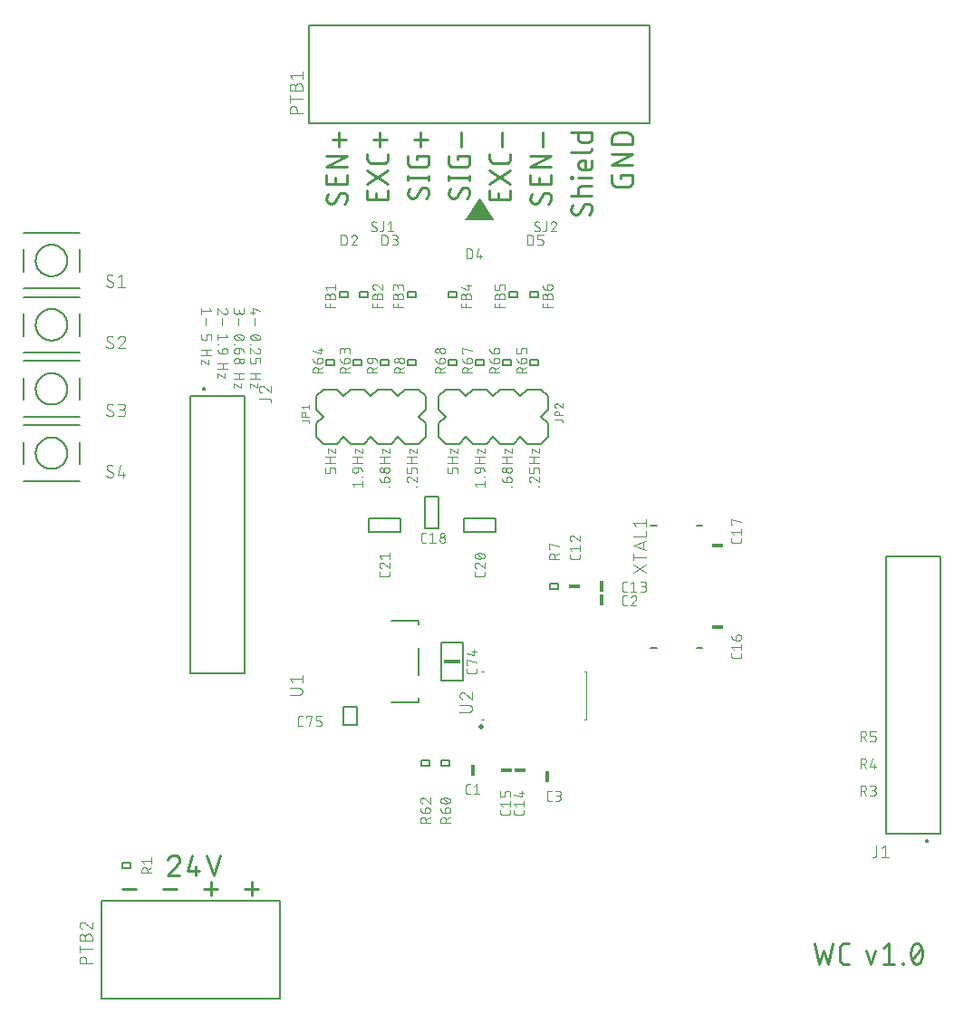
<source format=gbr>
G04 EAGLE Gerber RS-274X export*
G75*
%MOMM*%
%FSLAX34Y34*%
%LPD*%
%INSilkscreen Top*%
%IPPOS*%
%AMOC8*
5,1,8,0,0,1.08239X$1,22.5*%
G01*
%ADD10C,0.254000*%
%ADD11C,0.076200*%
%ADD12C,0.500000*%
%ADD13C,0.120000*%
%ADD14C,0.101600*%
%ADD15R,0.400000X1.000000*%
%ADD16C,0.127000*%
%ADD17R,1.000000X0.400000*%
%ADD18C,0.200000*%
%ADD19R,1.524000X0.406400*%

G36*
X12817Y272308D02*
X12817Y272308D01*
X12936Y272326D01*
X12939Y272328D01*
X12943Y272329D01*
X13047Y272384D01*
X13155Y272439D01*
X13157Y272442D01*
X13160Y272444D01*
X13242Y272530D01*
X13326Y272616D01*
X13327Y272619D01*
X13330Y272622D01*
X13380Y272730D01*
X13431Y272838D01*
X13432Y272842D01*
X13433Y272845D01*
X13446Y272962D01*
X13461Y273082D01*
X13460Y273086D01*
X13460Y273089D01*
X13435Y273206D01*
X13411Y273323D01*
X13409Y273327D01*
X13408Y273330D01*
X13402Y273340D01*
X13333Y273472D01*
X633Y292522D01*
X608Y292550D01*
X594Y292572D01*
X589Y292576D01*
X577Y292596D01*
X518Y292646D01*
X466Y292702D01*
X425Y292724D01*
X389Y292754D01*
X317Y292783D01*
X249Y292819D01*
X203Y292827D01*
X160Y292844D01*
X83Y292848D01*
X7Y292861D01*
X-39Y292854D01*
X-86Y292856D01*
X-160Y292835D01*
X-236Y292824D01*
X-278Y292802D01*
X-323Y292790D01*
X-386Y292746D01*
X-455Y292711D01*
X-487Y292677D01*
X-526Y292651D01*
X-611Y292548D01*
X-626Y292534D01*
X-628Y292529D01*
X-633Y292522D01*
X-13333Y273472D01*
X-13382Y273364D01*
X-13433Y273255D01*
X-13434Y273251D01*
X-13435Y273248D01*
X-13447Y273129D01*
X-13460Y273011D01*
X-13459Y273007D01*
X-13460Y273004D01*
X-13433Y272887D01*
X-13408Y272770D01*
X-13406Y272767D01*
X-13405Y272764D01*
X-13343Y272662D01*
X-13282Y272559D01*
X-13279Y272557D01*
X-13277Y272554D01*
X-13185Y272477D01*
X-13095Y272399D01*
X-13092Y272398D01*
X-13089Y272396D01*
X-12978Y272352D01*
X-12867Y272307D01*
X-12863Y272307D01*
X-12860Y272306D01*
X-12848Y272305D01*
X-12700Y272289D01*
X12700Y272289D01*
X12817Y272308D01*
G37*
D10*
X132278Y311564D02*
X132278Y314782D01*
X143002Y314782D01*
X143002Y308347D01*
X143000Y308217D01*
X142994Y308088D01*
X142984Y307959D01*
X142971Y307830D01*
X142953Y307702D01*
X142932Y307574D01*
X142906Y307447D01*
X142877Y307320D01*
X142844Y307195D01*
X142808Y307071D01*
X142767Y306948D01*
X142723Y306826D01*
X142675Y306705D01*
X142624Y306586D01*
X142569Y306469D01*
X142511Y306353D01*
X142449Y306240D01*
X142383Y306128D01*
X142315Y306018D01*
X142243Y305910D01*
X142167Y305804D01*
X142089Y305701D01*
X142008Y305600D01*
X141923Y305502D01*
X141836Y305407D01*
X141745Y305314D01*
X141652Y305223D01*
X141557Y305136D01*
X141459Y305051D01*
X141358Y304970D01*
X141255Y304892D01*
X141149Y304816D01*
X141041Y304744D01*
X140931Y304676D01*
X140819Y304610D01*
X140706Y304548D01*
X140590Y304490D01*
X140473Y304435D01*
X140354Y304384D01*
X140233Y304336D01*
X140111Y304292D01*
X139988Y304251D01*
X139864Y304215D01*
X139739Y304182D01*
X139612Y304153D01*
X139485Y304127D01*
X139357Y304106D01*
X139229Y304088D01*
X139100Y304075D01*
X138971Y304065D01*
X138842Y304059D01*
X138712Y304057D01*
X127988Y304057D01*
X127858Y304059D01*
X127729Y304065D01*
X127600Y304075D01*
X127471Y304088D01*
X127343Y304106D01*
X127215Y304127D01*
X127088Y304153D01*
X126961Y304182D01*
X126836Y304215D01*
X126712Y304251D01*
X126589Y304292D01*
X126467Y304336D01*
X126346Y304384D01*
X126227Y304435D01*
X126110Y304490D01*
X125994Y304548D01*
X125881Y304610D01*
X125769Y304676D01*
X125659Y304744D01*
X125551Y304816D01*
X125445Y304892D01*
X125342Y304970D01*
X125242Y305051D01*
X125143Y305136D01*
X125048Y305223D01*
X124955Y305313D01*
X124864Y305406D01*
X124777Y305502D01*
X124692Y305600D01*
X124611Y305701D01*
X124533Y305804D01*
X124457Y305910D01*
X124385Y306018D01*
X124317Y306128D01*
X124251Y306239D01*
X124189Y306353D01*
X124131Y306469D01*
X124076Y306586D01*
X124025Y306705D01*
X123977Y306826D01*
X123933Y306948D01*
X123892Y307071D01*
X123856Y307195D01*
X123823Y307320D01*
X123794Y307447D01*
X123768Y307574D01*
X123747Y307701D01*
X123729Y307830D01*
X123716Y307959D01*
X123706Y308088D01*
X123700Y308217D01*
X123698Y308347D01*
X123698Y314782D01*
X123698Y323831D02*
X143002Y323831D01*
X143002Y334556D02*
X123698Y323831D01*
X123698Y334556D02*
X143002Y334556D01*
X143002Y343606D02*
X123698Y343606D01*
X123698Y348968D01*
X123700Y349113D01*
X123706Y349258D01*
X123716Y349403D01*
X123729Y349548D01*
X123747Y349692D01*
X123769Y349835D01*
X123794Y349978D01*
X123823Y350121D01*
X123856Y350262D01*
X123893Y350402D01*
X123934Y350542D01*
X123979Y350680D01*
X124027Y350817D01*
X124079Y350953D01*
X124134Y351087D01*
X124194Y351219D01*
X124256Y351350D01*
X124323Y351480D01*
X124392Y351607D01*
X124466Y351732D01*
X124542Y351856D01*
X124622Y351977D01*
X124705Y352096D01*
X124791Y352213D01*
X124881Y352327D01*
X124973Y352439D01*
X125069Y352549D01*
X125167Y352655D01*
X125269Y352760D01*
X125373Y352861D01*
X125479Y352959D01*
X125589Y353055D01*
X125701Y353147D01*
X125815Y353237D01*
X125932Y353323D01*
X126051Y353406D01*
X126172Y353486D01*
X126296Y353562D01*
X126421Y353636D01*
X126548Y353705D01*
X126678Y353772D01*
X126809Y353834D01*
X126941Y353894D01*
X127075Y353949D01*
X127211Y354001D01*
X127348Y354049D01*
X127486Y354094D01*
X127626Y354135D01*
X127766Y354172D01*
X127907Y354205D01*
X128050Y354234D01*
X128193Y354259D01*
X128336Y354281D01*
X128480Y354299D01*
X128625Y354312D01*
X128770Y354322D01*
X128915Y354328D01*
X129060Y354330D01*
X137640Y354330D01*
X137785Y354328D01*
X137930Y354322D01*
X138075Y354312D01*
X138220Y354299D01*
X138364Y354281D01*
X138507Y354259D01*
X138650Y354234D01*
X138793Y354205D01*
X138934Y354172D01*
X139074Y354135D01*
X139214Y354094D01*
X139352Y354049D01*
X139489Y354001D01*
X139625Y353949D01*
X139759Y353894D01*
X139891Y353834D01*
X140022Y353772D01*
X140152Y353705D01*
X140279Y353636D01*
X140404Y353562D01*
X140528Y353486D01*
X140649Y353406D01*
X140768Y353323D01*
X140885Y353237D01*
X140999Y353147D01*
X141111Y353055D01*
X141221Y352959D01*
X141327Y352861D01*
X141432Y352760D01*
X141533Y352655D01*
X141631Y352549D01*
X141727Y352439D01*
X141819Y352327D01*
X141909Y352213D01*
X141995Y352096D01*
X142078Y351977D01*
X142158Y351856D01*
X142234Y351732D01*
X142308Y351607D01*
X142377Y351480D01*
X142444Y351350D01*
X142506Y351219D01*
X142566Y351087D01*
X142621Y350953D01*
X142673Y350817D01*
X142721Y350680D01*
X142766Y350542D01*
X142807Y350402D01*
X142844Y350262D01*
X142877Y350121D01*
X142906Y349978D01*
X142931Y349835D01*
X142953Y349692D01*
X142971Y349548D01*
X142984Y349403D01*
X142994Y349258D01*
X143000Y349113D01*
X143002Y348968D01*
X143002Y343606D01*
X66802Y293971D02*
X66800Y294101D01*
X66794Y294230D01*
X66784Y294359D01*
X66771Y294488D01*
X66753Y294616D01*
X66732Y294744D01*
X66706Y294871D01*
X66677Y294998D01*
X66644Y295123D01*
X66608Y295247D01*
X66567Y295370D01*
X66523Y295492D01*
X66475Y295613D01*
X66424Y295732D01*
X66369Y295849D01*
X66311Y295965D01*
X66249Y296078D01*
X66183Y296190D01*
X66115Y296300D01*
X66043Y296408D01*
X65967Y296514D01*
X65889Y296617D01*
X65808Y296718D01*
X65723Y296816D01*
X65636Y296911D01*
X65545Y297004D01*
X65452Y297095D01*
X65357Y297182D01*
X65259Y297267D01*
X65158Y297348D01*
X65055Y297426D01*
X64949Y297502D01*
X64841Y297574D01*
X64731Y297642D01*
X64619Y297708D01*
X64506Y297770D01*
X64390Y297828D01*
X64273Y297883D01*
X64154Y297934D01*
X64033Y297982D01*
X63911Y298026D01*
X63788Y298067D01*
X63664Y298103D01*
X63539Y298136D01*
X63412Y298165D01*
X63285Y298191D01*
X63157Y298212D01*
X63029Y298230D01*
X62900Y298243D01*
X62771Y298253D01*
X62642Y298259D01*
X62512Y298261D01*
X66802Y293971D02*
X66799Y293754D01*
X66792Y293538D01*
X66779Y293321D01*
X66761Y293105D01*
X66737Y292889D01*
X66709Y292675D01*
X66675Y292460D01*
X66636Y292247D01*
X66593Y292035D01*
X66544Y291823D01*
X66490Y291613D01*
X66431Y291405D01*
X66367Y291198D01*
X66298Y290992D01*
X66225Y290788D01*
X66146Y290586D01*
X66063Y290386D01*
X65974Y290188D01*
X65882Y289992D01*
X65784Y289798D01*
X65682Y289607D01*
X65575Y289418D01*
X65464Y289232D01*
X65349Y289049D01*
X65229Y288868D01*
X65104Y288690D01*
X64976Y288516D01*
X64843Y288344D01*
X64707Y288176D01*
X64566Y288011D01*
X64421Y287849D01*
X64273Y287691D01*
X64121Y287536D01*
X51788Y288072D02*
X51658Y288074D01*
X51529Y288080D01*
X51400Y288090D01*
X51271Y288103D01*
X51143Y288121D01*
X51015Y288142D01*
X50888Y288168D01*
X50761Y288197D01*
X50636Y288230D01*
X50512Y288266D01*
X50389Y288307D01*
X50267Y288351D01*
X50146Y288399D01*
X50027Y288450D01*
X49910Y288505D01*
X49794Y288563D01*
X49681Y288625D01*
X49569Y288691D01*
X49459Y288759D01*
X49351Y288831D01*
X49245Y288907D01*
X49142Y288985D01*
X49041Y289066D01*
X48943Y289151D01*
X48848Y289238D01*
X48755Y289329D01*
X48664Y289422D01*
X48577Y289517D01*
X48492Y289615D01*
X48411Y289716D01*
X48333Y289819D01*
X48257Y289925D01*
X48185Y290033D01*
X48117Y290143D01*
X48051Y290255D01*
X47989Y290368D01*
X47931Y290484D01*
X47876Y290601D01*
X47825Y290720D01*
X47777Y290841D01*
X47733Y290963D01*
X47692Y291086D01*
X47656Y291210D01*
X47623Y291335D01*
X47594Y291462D01*
X47568Y291589D01*
X47547Y291717D01*
X47529Y291845D01*
X47516Y291974D01*
X47506Y292103D01*
X47500Y292232D01*
X47498Y292362D01*
X47500Y292554D01*
X47507Y292745D01*
X47519Y292937D01*
X47535Y293128D01*
X47555Y293318D01*
X47580Y293508D01*
X47610Y293698D01*
X47644Y293886D01*
X47682Y294074D01*
X47725Y294261D01*
X47773Y294447D01*
X47825Y294631D01*
X47881Y294814D01*
X47942Y294996D01*
X48007Y295177D01*
X48076Y295355D01*
X48149Y295532D01*
X48227Y295708D01*
X48309Y295881D01*
X48395Y296052D01*
X48485Y296222D01*
X48579Y296389D01*
X48676Y296553D01*
X48778Y296716D01*
X48884Y296876D01*
X48993Y297033D01*
X49107Y297188D01*
X55542Y290217D02*
X55474Y290107D01*
X55404Y289998D01*
X55330Y289892D01*
X55253Y289788D01*
X55174Y289687D01*
X55091Y289587D01*
X55005Y289491D01*
X54916Y289396D01*
X54825Y289305D01*
X54731Y289216D01*
X54635Y289130D01*
X54535Y289047D01*
X54434Y288967D01*
X54330Y288890D01*
X54224Y288817D01*
X54116Y288746D01*
X54006Y288679D01*
X53893Y288614D01*
X53779Y288554D01*
X53663Y288496D01*
X53546Y288442D01*
X53427Y288392D01*
X53306Y288345D01*
X53185Y288302D01*
X53062Y288262D01*
X52937Y288226D01*
X52812Y288194D01*
X52686Y288166D01*
X52559Y288141D01*
X52432Y288120D01*
X52304Y288103D01*
X52175Y288089D01*
X52046Y288080D01*
X51917Y288074D01*
X51788Y288072D01*
X58758Y296116D02*
X58826Y296226D01*
X58896Y296335D01*
X58970Y296441D01*
X59047Y296545D01*
X59126Y296646D01*
X59209Y296746D01*
X59295Y296842D01*
X59384Y296937D01*
X59475Y297028D01*
X59569Y297117D01*
X59665Y297203D01*
X59765Y297286D01*
X59866Y297366D01*
X59970Y297443D01*
X60076Y297516D01*
X60184Y297587D01*
X60294Y297654D01*
X60407Y297719D01*
X60521Y297779D01*
X60637Y297837D01*
X60754Y297891D01*
X60873Y297941D01*
X60994Y297988D01*
X61115Y298031D01*
X61238Y298071D01*
X61362Y298107D01*
X61488Y298139D01*
X61614Y298167D01*
X61741Y298192D01*
X61868Y298213D01*
X61996Y298230D01*
X62125Y298244D01*
X62254Y298253D01*
X62383Y298259D01*
X62512Y298261D01*
X58759Y296116D02*
X55541Y290217D01*
X66802Y306113D02*
X66802Y314693D01*
X66802Y306113D02*
X47498Y306113D01*
X47498Y314693D01*
X56078Y312548D02*
X56078Y306113D01*
X47498Y322141D02*
X66802Y322141D01*
X66802Y332865D02*
X47498Y322141D01*
X47498Y332865D02*
X66802Y332865D01*
X59295Y341461D02*
X59295Y354330D01*
X-9398Y298914D02*
X-9400Y299044D01*
X-9406Y299173D01*
X-9416Y299302D01*
X-9429Y299431D01*
X-9447Y299559D01*
X-9468Y299687D01*
X-9494Y299814D01*
X-9523Y299941D01*
X-9556Y300066D01*
X-9592Y300190D01*
X-9633Y300313D01*
X-9677Y300435D01*
X-9725Y300556D01*
X-9776Y300675D01*
X-9831Y300792D01*
X-9889Y300908D01*
X-9951Y301021D01*
X-10017Y301133D01*
X-10085Y301243D01*
X-10157Y301351D01*
X-10233Y301457D01*
X-10311Y301560D01*
X-10392Y301661D01*
X-10477Y301759D01*
X-10564Y301854D01*
X-10655Y301947D01*
X-10748Y302038D01*
X-10843Y302125D01*
X-10941Y302210D01*
X-11042Y302291D01*
X-11145Y302369D01*
X-11251Y302445D01*
X-11359Y302517D01*
X-11469Y302585D01*
X-11581Y302651D01*
X-11694Y302713D01*
X-11810Y302771D01*
X-11927Y302826D01*
X-12046Y302877D01*
X-12167Y302925D01*
X-12289Y302969D01*
X-12412Y303010D01*
X-12536Y303046D01*
X-12661Y303079D01*
X-12788Y303108D01*
X-12915Y303134D01*
X-13043Y303155D01*
X-13171Y303173D01*
X-13300Y303186D01*
X-13429Y303196D01*
X-13558Y303202D01*
X-13688Y303204D01*
X-9398Y298914D02*
X-9401Y298697D01*
X-9408Y298481D01*
X-9421Y298264D01*
X-9439Y298048D01*
X-9463Y297832D01*
X-9491Y297618D01*
X-9525Y297403D01*
X-9564Y297190D01*
X-9607Y296978D01*
X-9656Y296766D01*
X-9710Y296556D01*
X-9769Y296348D01*
X-9833Y296141D01*
X-9902Y295935D01*
X-9975Y295731D01*
X-10054Y295529D01*
X-10137Y295329D01*
X-10226Y295131D01*
X-10318Y294935D01*
X-10416Y294741D01*
X-10518Y294550D01*
X-10625Y294361D01*
X-10736Y294175D01*
X-10851Y293992D01*
X-10971Y293811D01*
X-11096Y293633D01*
X-11224Y293459D01*
X-11357Y293287D01*
X-11493Y293119D01*
X-11634Y292954D01*
X-11779Y292792D01*
X-11927Y292634D01*
X-12079Y292479D01*
X-24412Y293016D02*
X-24542Y293018D01*
X-24671Y293024D01*
X-24800Y293034D01*
X-24929Y293047D01*
X-25057Y293065D01*
X-25185Y293086D01*
X-25312Y293112D01*
X-25439Y293141D01*
X-25564Y293174D01*
X-25688Y293210D01*
X-25811Y293251D01*
X-25933Y293295D01*
X-26054Y293343D01*
X-26173Y293394D01*
X-26290Y293449D01*
X-26406Y293507D01*
X-26519Y293569D01*
X-26631Y293635D01*
X-26741Y293703D01*
X-26849Y293775D01*
X-26955Y293851D01*
X-27058Y293929D01*
X-27159Y294010D01*
X-27257Y294095D01*
X-27352Y294182D01*
X-27445Y294273D01*
X-27536Y294366D01*
X-27623Y294461D01*
X-27708Y294560D01*
X-27789Y294660D01*
X-27867Y294763D01*
X-27943Y294869D01*
X-28015Y294977D01*
X-28083Y295087D01*
X-28149Y295199D01*
X-28211Y295312D01*
X-28269Y295428D01*
X-28324Y295545D01*
X-28375Y295664D01*
X-28423Y295785D01*
X-28467Y295907D01*
X-28508Y296030D01*
X-28544Y296154D01*
X-28577Y296279D01*
X-28606Y296406D01*
X-28632Y296533D01*
X-28653Y296661D01*
X-28671Y296789D01*
X-28684Y296918D01*
X-28694Y297047D01*
X-28700Y297176D01*
X-28702Y297306D01*
X-28700Y297498D01*
X-28693Y297689D01*
X-28681Y297881D01*
X-28665Y298072D01*
X-28645Y298262D01*
X-28620Y298452D01*
X-28590Y298642D01*
X-28556Y298830D01*
X-28518Y299018D01*
X-28475Y299205D01*
X-28427Y299391D01*
X-28375Y299575D01*
X-28319Y299758D01*
X-28258Y299940D01*
X-28193Y300121D01*
X-28124Y300299D01*
X-28051Y300476D01*
X-27973Y300652D01*
X-27891Y300825D01*
X-27805Y300996D01*
X-27715Y301166D01*
X-27621Y301333D01*
X-27524Y301497D01*
X-27422Y301660D01*
X-27316Y301820D01*
X-27207Y301977D01*
X-27093Y302132D01*
X-20658Y295161D02*
X-20726Y295051D01*
X-20796Y294942D01*
X-20870Y294836D01*
X-20947Y294732D01*
X-21026Y294631D01*
X-21109Y294531D01*
X-21195Y294435D01*
X-21284Y294340D01*
X-21375Y294249D01*
X-21469Y294160D01*
X-21565Y294074D01*
X-21665Y293991D01*
X-21766Y293911D01*
X-21870Y293834D01*
X-21976Y293761D01*
X-22084Y293690D01*
X-22194Y293623D01*
X-22307Y293558D01*
X-22421Y293498D01*
X-22537Y293440D01*
X-22654Y293386D01*
X-22773Y293336D01*
X-22894Y293289D01*
X-23015Y293246D01*
X-23138Y293206D01*
X-23263Y293170D01*
X-23388Y293138D01*
X-23514Y293110D01*
X-23641Y293085D01*
X-23768Y293064D01*
X-23896Y293047D01*
X-24025Y293033D01*
X-24154Y293024D01*
X-24283Y293018D01*
X-24412Y293016D01*
X-17442Y301059D02*
X-17374Y301169D01*
X-17304Y301278D01*
X-17230Y301384D01*
X-17153Y301488D01*
X-17074Y301589D01*
X-16991Y301689D01*
X-16905Y301785D01*
X-16816Y301880D01*
X-16725Y301971D01*
X-16631Y302060D01*
X-16535Y302146D01*
X-16435Y302229D01*
X-16334Y302309D01*
X-16230Y302386D01*
X-16124Y302459D01*
X-16016Y302530D01*
X-15906Y302597D01*
X-15793Y302662D01*
X-15679Y302722D01*
X-15563Y302780D01*
X-15446Y302834D01*
X-15327Y302884D01*
X-15206Y302931D01*
X-15085Y302974D01*
X-14962Y303014D01*
X-14838Y303050D01*
X-14712Y303082D01*
X-14586Y303110D01*
X-14459Y303135D01*
X-14332Y303156D01*
X-14204Y303173D01*
X-14075Y303187D01*
X-13946Y303196D01*
X-13817Y303202D01*
X-13688Y303204D01*
X-17441Y301059D02*
X-20659Y295161D01*
X-28702Y312055D02*
X-9398Y312055D01*
X-9398Y314199D02*
X-9398Y309910D01*
X-28702Y309910D02*
X-28702Y314199D01*
X-20122Y329648D02*
X-20122Y332865D01*
X-9398Y332865D01*
X-9398Y326431D01*
X-9400Y326301D01*
X-9406Y326172D01*
X-9416Y326043D01*
X-9429Y325914D01*
X-9447Y325786D01*
X-9468Y325658D01*
X-9494Y325531D01*
X-9523Y325404D01*
X-9556Y325279D01*
X-9592Y325155D01*
X-9633Y325032D01*
X-9677Y324910D01*
X-9725Y324789D01*
X-9776Y324670D01*
X-9831Y324553D01*
X-9889Y324437D01*
X-9951Y324324D01*
X-10017Y324212D01*
X-10085Y324102D01*
X-10157Y323994D01*
X-10233Y323888D01*
X-10311Y323785D01*
X-10392Y323684D01*
X-10477Y323586D01*
X-10564Y323491D01*
X-10655Y323398D01*
X-10748Y323307D01*
X-10843Y323220D01*
X-10941Y323135D01*
X-11042Y323054D01*
X-11145Y322976D01*
X-11251Y322900D01*
X-11359Y322828D01*
X-11469Y322760D01*
X-11581Y322694D01*
X-11694Y322632D01*
X-11810Y322574D01*
X-11927Y322519D01*
X-12046Y322468D01*
X-12167Y322420D01*
X-12289Y322376D01*
X-12412Y322335D01*
X-12536Y322299D01*
X-12661Y322266D01*
X-12788Y322237D01*
X-12915Y322211D01*
X-13043Y322190D01*
X-13171Y322172D01*
X-13300Y322159D01*
X-13429Y322149D01*
X-13558Y322143D01*
X-13688Y322141D01*
X-24412Y322141D01*
X-24542Y322143D01*
X-24671Y322149D01*
X-24800Y322159D01*
X-24929Y322172D01*
X-25057Y322190D01*
X-25185Y322211D01*
X-25312Y322237D01*
X-25439Y322266D01*
X-25564Y322299D01*
X-25688Y322335D01*
X-25811Y322376D01*
X-25933Y322420D01*
X-26054Y322468D01*
X-26173Y322519D01*
X-26290Y322574D01*
X-26406Y322632D01*
X-26519Y322694D01*
X-26631Y322760D01*
X-26741Y322828D01*
X-26849Y322900D01*
X-26955Y322976D01*
X-27058Y323054D01*
X-27159Y323135D01*
X-27257Y323220D01*
X-27352Y323307D01*
X-27445Y323398D01*
X-27536Y323491D01*
X-27623Y323586D01*
X-27708Y323684D01*
X-27789Y323785D01*
X-27867Y323888D01*
X-27943Y323994D01*
X-28015Y324102D01*
X-28083Y324212D01*
X-28149Y324323D01*
X-28211Y324437D01*
X-28269Y324553D01*
X-28324Y324670D01*
X-28375Y324789D01*
X-28423Y324910D01*
X-28467Y325032D01*
X-28508Y325155D01*
X-28544Y325279D01*
X-28577Y325404D01*
X-28606Y325531D01*
X-28632Y325658D01*
X-28653Y325785D01*
X-28671Y325914D01*
X-28684Y326043D01*
X-28694Y326172D01*
X-28700Y326301D01*
X-28702Y326431D01*
X-28702Y332865D01*
X-16905Y341461D02*
X-16905Y354330D01*
X-85598Y300480D02*
X-85598Y291901D01*
X-104902Y291901D01*
X-104902Y300480D01*
X-96322Y298335D02*
X-96322Y291901D01*
X-85598Y306238D02*
X-104902Y319107D01*
X-104902Y306238D02*
X-85598Y319107D01*
X-85598Y330095D02*
X-85598Y334384D01*
X-85598Y330095D02*
X-85600Y329965D01*
X-85606Y329836D01*
X-85616Y329707D01*
X-85629Y329578D01*
X-85647Y329450D01*
X-85668Y329322D01*
X-85694Y329195D01*
X-85723Y329068D01*
X-85756Y328943D01*
X-85792Y328819D01*
X-85833Y328696D01*
X-85877Y328574D01*
X-85925Y328453D01*
X-85976Y328334D01*
X-86031Y328217D01*
X-86089Y328101D01*
X-86151Y327988D01*
X-86217Y327876D01*
X-86285Y327766D01*
X-86357Y327658D01*
X-86433Y327552D01*
X-86511Y327449D01*
X-86592Y327348D01*
X-86677Y327250D01*
X-86764Y327155D01*
X-86855Y327062D01*
X-86948Y326971D01*
X-87043Y326884D01*
X-87141Y326799D01*
X-87242Y326718D01*
X-87345Y326640D01*
X-87451Y326564D01*
X-87559Y326492D01*
X-87669Y326424D01*
X-87781Y326358D01*
X-87894Y326296D01*
X-88010Y326238D01*
X-88127Y326183D01*
X-88246Y326132D01*
X-88367Y326084D01*
X-88489Y326040D01*
X-88612Y325999D01*
X-88736Y325963D01*
X-88861Y325930D01*
X-88988Y325901D01*
X-89115Y325875D01*
X-89243Y325854D01*
X-89371Y325836D01*
X-89500Y325823D01*
X-89629Y325813D01*
X-89758Y325807D01*
X-89888Y325805D01*
X-100612Y325805D01*
X-100742Y325807D01*
X-100871Y325813D01*
X-101000Y325823D01*
X-101129Y325836D01*
X-101257Y325854D01*
X-101385Y325875D01*
X-101512Y325901D01*
X-101639Y325930D01*
X-101764Y325963D01*
X-101888Y325999D01*
X-102011Y326040D01*
X-102133Y326084D01*
X-102254Y326132D01*
X-102373Y326183D01*
X-102490Y326238D01*
X-102606Y326296D01*
X-102719Y326358D01*
X-102831Y326424D01*
X-102941Y326492D01*
X-103049Y326564D01*
X-103155Y326640D01*
X-103258Y326718D01*
X-103359Y326799D01*
X-103457Y326884D01*
X-103552Y326971D01*
X-103645Y327062D01*
X-103736Y327155D01*
X-103823Y327250D01*
X-103908Y327348D01*
X-103989Y327449D01*
X-104067Y327552D01*
X-104143Y327658D01*
X-104215Y327766D01*
X-104283Y327876D01*
X-104349Y327987D01*
X-104411Y328101D01*
X-104469Y328217D01*
X-104524Y328334D01*
X-104575Y328453D01*
X-104623Y328574D01*
X-104667Y328696D01*
X-104708Y328819D01*
X-104744Y328943D01*
X-104777Y329068D01*
X-104806Y329195D01*
X-104832Y329322D01*
X-104853Y329449D01*
X-104871Y329578D01*
X-104884Y329707D01*
X-104894Y329836D01*
X-104900Y329965D01*
X-104902Y330095D01*
X-104902Y334384D01*
X-93105Y341461D02*
X-93105Y354330D01*
X-86670Y347895D02*
X-99540Y347895D01*
X-127988Y298261D02*
X-127858Y298259D01*
X-127729Y298253D01*
X-127600Y298243D01*
X-127471Y298230D01*
X-127343Y298212D01*
X-127215Y298191D01*
X-127088Y298165D01*
X-126961Y298136D01*
X-126836Y298103D01*
X-126712Y298067D01*
X-126589Y298026D01*
X-126467Y297982D01*
X-126346Y297934D01*
X-126227Y297883D01*
X-126110Y297828D01*
X-125994Y297770D01*
X-125881Y297708D01*
X-125769Y297642D01*
X-125659Y297574D01*
X-125551Y297502D01*
X-125445Y297426D01*
X-125342Y297348D01*
X-125241Y297267D01*
X-125143Y297182D01*
X-125048Y297095D01*
X-124955Y297004D01*
X-124864Y296911D01*
X-124777Y296816D01*
X-124692Y296718D01*
X-124611Y296617D01*
X-124533Y296514D01*
X-124457Y296408D01*
X-124385Y296300D01*
X-124317Y296190D01*
X-124251Y296078D01*
X-124189Y295965D01*
X-124131Y295849D01*
X-124076Y295732D01*
X-124025Y295613D01*
X-123977Y295492D01*
X-123933Y295370D01*
X-123892Y295247D01*
X-123856Y295123D01*
X-123823Y294998D01*
X-123794Y294871D01*
X-123768Y294744D01*
X-123747Y294616D01*
X-123729Y294488D01*
X-123716Y294359D01*
X-123706Y294230D01*
X-123700Y294101D01*
X-123698Y293971D01*
X-123701Y293754D01*
X-123708Y293538D01*
X-123721Y293321D01*
X-123739Y293105D01*
X-123763Y292889D01*
X-123791Y292675D01*
X-123825Y292460D01*
X-123864Y292247D01*
X-123907Y292035D01*
X-123956Y291823D01*
X-124010Y291613D01*
X-124069Y291405D01*
X-124133Y291198D01*
X-124202Y290992D01*
X-124275Y290788D01*
X-124354Y290586D01*
X-124437Y290386D01*
X-124526Y290188D01*
X-124618Y289992D01*
X-124716Y289798D01*
X-124818Y289607D01*
X-124925Y289418D01*
X-125036Y289232D01*
X-125151Y289049D01*
X-125271Y288868D01*
X-125396Y288690D01*
X-125524Y288516D01*
X-125657Y288344D01*
X-125793Y288176D01*
X-125934Y288011D01*
X-126079Y287849D01*
X-126227Y287691D01*
X-126379Y287536D01*
X-138712Y288072D02*
X-138842Y288074D01*
X-138971Y288080D01*
X-139100Y288090D01*
X-139229Y288103D01*
X-139357Y288121D01*
X-139485Y288142D01*
X-139612Y288168D01*
X-139739Y288197D01*
X-139864Y288230D01*
X-139988Y288266D01*
X-140111Y288307D01*
X-140233Y288351D01*
X-140354Y288399D01*
X-140473Y288450D01*
X-140590Y288505D01*
X-140706Y288563D01*
X-140819Y288625D01*
X-140931Y288691D01*
X-141041Y288759D01*
X-141149Y288831D01*
X-141255Y288907D01*
X-141358Y288985D01*
X-141459Y289066D01*
X-141557Y289151D01*
X-141652Y289238D01*
X-141745Y289329D01*
X-141836Y289422D01*
X-141923Y289517D01*
X-142008Y289616D01*
X-142089Y289716D01*
X-142167Y289819D01*
X-142243Y289925D01*
X-142315Y290033D01*
X-142383Y290143D01*
X-142449Y290255D01*
X-142511Y290368D01*
X-142569Y290484D01*
X-142624Y290601D01*
X-142675Y290720D01*
X-142723Y290841D01*
X-142767Y290963D01*
X-142808Y291086D01*
X-142844Y291210D01*
X-142877Y291335D01*
X-142906Y291462D01*
X-142932Y291589D01*
X-142953Y291717D01*
X-142971Y291845D01*
X-142984Y291974D01*
X-142994Y292103D01*
X-143000Y292232D01*
X-143002Y292362D01*
X-143000Y292554D01*
X-142993Y292745D01*
X-142981Y292937D01*
X-142965Y293128D01*
X-142945Y293318D01*
X-142920Y293508D01*
X-142890Y293698D01*
X-142856Y293886D01*
X-142818Y294074D01*
X-142775Y294261D01*
X-142727Y294447D01*
X-142675Y294631D01*
X-142619Y294814D01*
X-142558Y294996D01*
X-142493Y295177D01*
X-142424Y295355D01*
X-142351Y295532D01*
X-142273Y295708D01*
X-142191Y295881D01*
X-142105Y296052D01*
X-142015Y296222D01*
X-141921Y296389D01*
X-141824Y296553D01*
X-141722Y296716D01*
X-141616Y296876D01*
X-141507Y297033D01*
X-141393Y297188D01*
X-134958Y290217D02*
X-135026Y290107D01*
X-135096Y289998D01*
X-135170Y289892D01*
X-135247Y289788D01*
X-135326Y289687D01*
X-135409Y289587D01*
X-135495Y289491D01*
X-135584Y289396D01*
X-135675Y289305D01*
X-135769Y289216D01*
X-135865Y289130D01*
X-135965Y289047D01*
X-136066Y288967D01*
X-136170Y288890D01*
X-136276Y288817D01*
X-136384Y288746D01*
X-136494Y288679D01*
X-136607Y288614D01*
X-136721Y288554D01*
X-136837Y288496D01*
X-136954Y288442D01*
X-137073Y288392D01*
X-137194Y288345D01*
X-137315Y288302D01*
X-137438Y288262D01*
X-137563Y288226D01*
X-137688Y288194D01*
X-137814Y288166D01*
X-137941Y288141D01*
X-138068Y288120D01*
X-138196Y288103D01*
X-138325Y288089D01*
X-138454Y288080D01*
X-138583Y288074D01*
X-138712Y288072D01*
X-131742Y296116D02*
X-131674Y296226D01*
X-131604Y296335D01*
X-131530Y296441D01*
X-131453Y296545D01*
X-131374Y296646D01*
X-131291Y296746D01*
X-131205Y296842D01*
X-131116Y296937D01*
X-131025Y297028D01*
X-130931Y297117D01*
X-130835Y297203D01*
X-130735Y297286D01*
X-130634Y297366D01*
X-130530Y297443D01*
X-130424Y297516D01*
X-130316Y297587D01*
X-130206Y297654D01*
X-130093Y297719D01*
X-129979Y297779D01*
X-129863Y297837D01*
X-129746Y297891D01*
X-129627Y297941D01*
X-129506Y297988D01*
X-129385Y298031D01*
X-129262Y298071D01*
X-129138Y298107D01*
X-129012Y298139D01*
X-128886Y298167D01*
X-128759Y298192D01*
X-128632Y298213D01*
X-128504Y298230D01*
X-128375Y298244D01*
X-128246Y298253D01*
X-128117Y298259D01*
X-127988Y298261D01*
X-131741Y296116D02*
X-134959Y290217D01*
X-123698Y306113D02*
X-123698Y314693D01*
X-123698Y306113D02*
X-143002Y306113D01*
X-143002Y314693D01*
X-134422Y312548D02*
X-134422Y306113D01*
X-143002Y322141D02*
X-123698Y322141D01*
X-123698Y332865D02*
X-143002Y322141D01*
X-143002Y332865D02*
X-123698Y332865D01*
X-131205Y341461D02*
X-131205Y354330D01*
X-124770Y347895D02*
X-137640Y347895D01*
X-51788Y303204D02*
X-51658Y303202D01*
X-51529Y303196D01*
X-51400Y303186D01*
X-51271Y303173D01*
X-51143Y303155D01*
X-51015Y303134D01*
X-50888Y303108D01*
X-50761Y303079D01*
X-50636Y303046D01*
X-50512Y303010D01*
X-50389Y302969D01*
X-50267Y302925D01*
X-50146Y302877D01*
X-50027Y302826D01*
X-49910Y302771D01*
X-49794Y302713D01*
X-49681Y302651D01*
X-49569Y302585D01*
X-49459Y302517D01*
X-49351Y302445D01*
X-49245Y302369D01*
X-49142Y302291D01*
X-49041Y302210D01*
X-48943Y302125D01*
X-48848Y302038D01*
X-48755Y301947D01*
X-48664Y301854D01*
X-48577Y301759D01*
X-48492Y301661D01*
X-48411Y301560D01*
X-48333Y301457D01*
X-48257Y301351D01*
X-48185Y301243D01*
X-48117Y301133D01*
X-48051Y301021D01*
X-47989Y300908D01*
X-47931Y300792D01*
X-47876Y300675D01*
X-47825Y300556D01*
X-47777Y300435D01*
X-47733Y300313D01*
X-47692Y300190D01*
X-47656Y300066D01*
X-47623Y299941D01*
X-47594Y299814D01*
X-47568Y299687D01*
X-47547Y299559D01*
X-47529Y299431D01*
X-47516Y299302D01*
X-47506Y299173D01*
X-47500Y299044D01*
X-47498Y298914D01*
X-47501Y298697D01*
X-47508Y298481D01*
X-47521Y298264D01*
X-47539Y298048D01*
X-47563Y297832D01*
X-47591Y297618D01*
X-47625Y297403D01*
X-47664Y297190D01*
X-47707Y296978D01*
X-47756Y296766D01*
X-47810Y296556D01*
X-47869Y296348D01*
X-47933Y296141D01*
X-48002Y295935D01*
X-48075Y295731D01*
X-48154Y295529D01*
X-48237Y295329D01*
X-48326Y295131D01*
X-48418Y294935D01*
X-48516Y294741D01*
X-48618Y294550D01*
X-48725Y294361D01*
X-48836Y294175D01*
X-48951Y293992D01*
X-49071Y293811D01*
X-49196Y293633D01*
X-49324Y293459D01*
X-49457Y293287D01*
X-49593Y293119D01*
X-49734Y292954D01*
X-49879Y292792D01*
X-50027Y292634D01*
X-50179Y292479D01*
X-62512Y293016D02*
X-62642Y293018D01*
X-62771Y293024D01*
X-62900Y293034D01*
X-63029Y293047D01*
X-63157Y293065D01*
X-63285Y293086D01*
X-63412Y293112D01*
X-63539Y293141D01*
X-63664Y293174D01*
X-63788Y293210D01*
X-63911Y293251D01*
X-64033Y293295D01*
X-64154Y293343D01*
X-64273Y293394D01*
X-64390Y293449D01*
X-64506Y293507D01*
X-64619Y293569D01*
X-64731Y293635D01*
X-64841Y293703D01*
X-64949Y293775D01*
X-65055Y293851D01*
X-65158Y293929D01*
X-65259Y294010D01*
X-65357Y294095D01*
X-65452Y294182D01*
X-65545Y294273D01*
X-65636Y294366D01*
X-65723Y294461D01*
X-65808Y294560D01*
X-65889Y294660D01*
X-65967Y294763D01*
X-66043Y294869D01*
X-66115Y294977D01*
X-66183Y295087D01*
X-66249Y295199D01*
X-66311Y295312D01*
X-66369Y295428D01*
X-66424Y295545D01*
X-66475Y295664D01*
X-66523Y295785D01*
X-66567Y295907D01*
X-66608Y296030D01*
X-66644Y296154D01*
X-66677Y296279D01*
X-66706Y296406D01*
X-66732Y296533D01*
X-66753Y296661D01*
X-66771Y296789D01*
X-66784Y296918D01*
X-66794Y297047D01*
X-66800Y297176D01*
X-66802Y297306D01*
X-66800Y297498D01*
X-66793Y297689D01*
X-66781Y297881D01*
X-66765Y298072D01*
X-66745Y298262D01*
X-66720Y298452D01*
X-66690Y298642D01*
X-66656Y298830D01*
X-66618Y299018D01*
X-66575Y299205D01*
X-66527Y299391D01*
X-66475Y299575D01*
X-66419Y299758D01*
X-66358Y299940D01*
X-66293Y300121D01*
X-66224Y300299D01*
X-66151Y300476D01*
X-66073Y300652D01*
X-65991Y300825D01*
X-65905Y300996D01*
X-65815Y301166D01*
X-65721Y301333D01*
X-65624Y301497D01*
X-65522Y301660D01*
X-65416Y301820D01*
X-65307Y301977D01*
X-65193Y302132D01*
X-58758Y295161D02*
X-58826Y295051D01*
X-58896Y294942D01*
X-58970Y294836D01*
X-59047Y294732D01*
X-59126Y294631D01*
X-59209Y294531D01*
X-59295Y294435D01*
X-59384Y294340D01*
X-59475Y294249D01*
X-59569Y294160D01*
X-59665Y294074D01*
X-59765Y293991D01*
X-59866Y293911D01*
X-59970Y293834D01*
X-60076Y293761D01*
X-60184Y293690D01*
X-60294Y293623D01*
X-60407Y293558D01*
X-60521Y293498D01*
X-60637Y293440D01*
X-60754Y293386D01*
X-60873Y293336D01*
X-60994Y293289D01*
X-61115Y293246D01*
X-61238Y293206D01*
X-61363Y293170D01*
X-61488Y293138D01*
X-61614Y293110D01*
X-61741Y293085D01*
X-61868Y293064D01*
X-61996Y293047D01*
X-62125Y293033D01*
X-62254Y293024D01*
X-62383Y293018D01*
X-62512Y293016D01*
X-55542Y301059D02*
X-55474Y301169D01*
X-55404Y301278D01*
X-55330Y301384D01*
X-55253Y301488D01*
X-55174Y301589D01*
X-55091Y301689D01*
X-55005Y301785D01*
X-54916Y301880D01*
X-54825Y301971D01*
X-54731Y302060D01*
X-54635Y302146D01*
X-54535Y302229D01*
X-54434Y302309D01*
X-54330Y302386D01*
X-54224Y302459D01*
X-54116Y302530D01*
X-54006Y302597D01*
X-53893Y302662D01*
X-53779Y302722D01*
X-53663Y302780D01*
X-53546Y302834D01*
X-53427Y302884D01*
X-53306Y302931D01*
X-53185Y302974D01*
X-53062Y303014D01*
X-52938Y303050D01*
X-52812Y303082D01*
X-52686Y303110D01*
X-52559Y303135D01*
X-52432Y303156D01*
X-52304Y303173D01*
X-52175Y303187D01*
X-52046Y303196D01*
X-51917Y303202D01*
X-51788Y303204D01*
X-55541Y301059D02*
X-58759Y295161D01*
X-66802Y312055D02*
X-47498Y312055D01*
X-47498Y314199D02*
X-47498Y309910D01*
X-66802Y309910D02*
X-66802Y314199D01*
X-58222Y329648D02*
X-58222Y332865D01*
X-47498Y332865D01*
X-47498Y326431D01*
X-47500Y326301D01*
X-47506Y326172D01*
X-47516Y326043D01*
X-47529Y325914D01*
X-47547Y325786D01*
X-47568Y325658D01*
X-47594Y325531D01*
X-47623Y325404D01*
X-47656Y325279D01*
X-47692Y325155D01*
X-47733Y325032D01*
X-47777Y324910D01*
X-47825Y324789D01*
X-47876Y324670D01*
X-47931Y324553D01*
X-47989Y324437D01*
X-48051Y324324D01*
X-48117Y324212D01*
X-48185Y324102D01*
X-48257Y323994D01*
X-48333Y323888D01*
X-48411Y323785D01*
X-48492Y323684D01*
X-48577Y323586D01*
X-48664Y323491D01*
X-48755Y323398D01*
X-48848Y323307D01*
X-48943Y323220D01*
X-49041Y323135D01*
X-49142Y323054D01*
X-49245Y322976D01*
X-49351Y322900D01*
X-49459Y322828D01*
X-49569Y322760D01*
X-49681Y322694D01*
X-49794Y322632D01*
X-49910Y322574D01*
X-50027Y322519D01*
X-50146Y322468D01*
X-50267Y322420D01*
X-50389Y322376D01*
X-50512Y322335D01*
X-50636Y322299D01*
X-50761Y322266D01*
X-50888Y322237D01*
X-51015Y322211D01*
X-51143Y322190D01*
X-51271Y322172D01*
X-51400Y322159D01*
X-51529Y322149D01*
X-51658Y322143D01*
X-51788Y322141D01*
X-62512Y322141D01*
X-62642Y322143D01*
X-62771Y322149D01*
X-62900Y322159D01*
X-63029Y322172D01*
X-63157Y322190D01*
X-63285Y322211D01*
X-63412Y322237D01*
X-63539Y322266D01*
X-63664Y322299D01*
X-63788Y322335D01*
X-63911Y322376D01*
X-64033Y322420D01*
X-64154Y322468D01*
X-64273Y322519D01*
X-64390Y322574D01*
X-64506Y322632D01*
X-64619Y322694D01*
X-64731Y322760D01*
X-64841Y322828D01*
X-64949Y322900D01*
X-65055Y322976D01*
X-65158Y323054D01*
X-65259Y323135D01*
X-65357Y323220D01*
X-65452Y323307D01*
X-65545Y323398D01*
X-65636Y323491D01*
X-65723Y323586D01*
X-65808Y323684D01*
X-65889Y323785D01*
X-65967Y323888D01*
X-66043Y323994D01*
X-66115Y324102D01*
X-66183Y324212D01*
X-66249Y324323D01*
X-66311Y324437D01*
X-66369Y324553D01*
X-66424Y324670D01*
X-66475Y324789D01*
X-66523Y324910D01*
X-66567Y325032D01*
X-66608Y325155D01*
X-66644Y325279D01*
X-66677Y325404D01*
X-66706Y325531D01*
X-66732Y325658D01*
X-66753Y325785D01*
X-66771Y325914D01*
X-66784Y326043D01*
X-66794Y326172D01*
X-66800Y326301D01*
X-66802Y326431D01*
X-66802Y332865D01*
X-55005Y341461D02*
X-55005Y354330D01*
X-48570Y347895D02*
X-61440Y347895D01*
X28702Y300480D02*
X28702Y291901D01*
X9398Y291901D01*
X9398Y300480D01*
X17978Y298335D02*
X17978Y291901D01*
X28702Y306238D02*
X9398Y319107D01*
X9398Y306238D02*
X28702Y319107D01*
X28702Y330095D02*
X28702Y334384D01*
X28702Y330095D02*
X28700Y329965D01*
X28694Y329836D01*
X28684Y329707D01*
X28671Y329578D01*
X28653Y329450D01*
X28632Y329322D01*
X28606Y329195D01*
X28577Y329068D01*
X28544Y328943D01*
X28508Y328819D01*
X28467Y328696D01*
X28423Y328574D01*
X28375Y328453D01*
X28324Y328334D01*
X28269Y328217D01*
X28211Y328101D01*
X28149Y327988D01*
X28083Y327876D01*
X28015Y327766D01*
X27943Y327658D01*
X27867Y327552D01*
X27789Y327449D01*
X27708Y327348D01*
X27623Y327250D01*
X27536Y327155D01*
X27445Y327062D01*
X27352Y326971D01*
X27257Y326884D01*
X27159Y326799D01*
X27058Y326718D01*
X26955Y326640D01*
X26849Y326564D01*
X26741Y326492D01*
X26631Y326424D01*
X26519Y326358D01*
X26406Y326296D01*
X26290Y326238D01*
X26173Y326183D01*
X26054Y326132D01*
X25933Y326084D01*
X25811Y326040D01*
X25688Y325999D01*
X25564Y325963D01*
X25439Y325930D01*
X25312Y325901D01*
X25185Y325875D01*
X25057Y325854D01*
X24929Y325836D01*
X24800Y325823D01*
X24671Y325813D01*
X24542Y325807D01*
X24412Y325805D01*
X13688Y325805D01*
X13558Y325807D01*
X13429Y325813D01*
X13300Y325823D01*
X13171Y325836D01*
X13043Y325854D01*
X12915Y325875D01*
X12788Y325901D01*
X12661Y325930D01*
X12536Y325963D01*
X12412Y325999D01*
X12289Y326040D01*
X12167Y326084D01*
X12046Y326132D01*
X11927Y326183D01*
X11810Y326238D01*
X11694Y326296D01*
X11581Y326358D01*
X11469Y326424D01*
X11359Y326492D01*
X11251Y326564D01*
X11145Y326640D01*
X11042Y326718D01*
X10942Y326799D01*
X10843Y326884D01*
X10748Y326971D01*
X10655Y327061D01*
X10564Y327154D01*
X10477Y327250D01*
X10392Y327348D01*
X10311Y327449D01*
X10233Y327552D01*
X10157Y327658D01*
X10085Y327766D01*
X10017Y327876D01*
X9951Y327987D01*
X9889Y328101D01*
X9831Y328217D01*
X9776Y328334D01*
X9725Y328453D01*
X9677Y328574D01*
X9633Y328696D01*
X9592Y328819D01*
X9556Y328943D01*
X9523Y329068D01*
X9494Y329195D01*
X9468Y329322D01*
X9447Y329449D01*
X9429Y329578D01*
X9416Y329707D01*
X9406Y329836D01*
X9400Y329965D01*
X9398Y330095D01*
X9398Y334384D01*
X21195Y341461D02*
X21195Y354330D01*
X100612Y288134D02*
X100742Y288132D01*
X100871Y288126D01*
X101000Y288116D01*
X101129Y288103D01*
X101257Y288085D01*
X101385Y288064D01*
X101512Y288038D01*
X101639Y288009D01*
X101764Y287976D01*
X101888Y287940D01*
X102011Y287899D01*
X102133Y287855D01*
X102254Y287807D01*
X102373Y287756D01*
X102490Y287701D01*
X102606Y287643D01*
X102719Y287581D01*
X102831Y287515D01*
X102941Y287447D01*
X103049Y287375D01*
X103155Y287299D01*
X103258Y287221D01*
X103359Y287140D01*
X103457Y287055D01*
X103552Y286968D01*
X103645Y286877D01*
X103736Y286784D01*
X103823Y286689D01*
X103908Y286591D01*
X103989Y286490D01*
X104067Y286387D01*
X104143Y286281D01*
X104215Y286173D01*
X104283Y286063D01*
X104349Y285951D01*
X104411Y285838D01*
X104469Y285722D01*
X104524Y285605D01*
X104575Y285486D01*
X104623Y285365D01*
X104667Y285243D01*
X104708Y285120D01*
X104744Y284996D01*
X104777Y284871D01*
X104806Y284744D01*
X104832Y284617D01*
X104853Y284489D01*
X104871Y284361D01*
X104884Y284232D01*
X104894Y284103D01*
X104900Y283974D01*
X104902Y283844D01*
X104899Y283627D01*
X104892Y283411D01*
X104879Y283194D01*
X104861Y282978D01*
X104837Y282762D01*
X104809Y282548D01*
X104775Y282333D01*
X104736Y282120D01*
X104693Y281908D01*
X104644Y281696D01*
X104590Y281486D01*
X104531Y281278D01*
X104467Y281071D01*
X104398Y280865D01*
X104325Y280661D01*
X104246Y280459D01*
X104163Y280259D01*
X104074Y280061D01*
X103982Y279865D01*
X103884Y279671D01*
X103782Y279480D01*
X103675Y279291D01*
X103564Y279105D01*
X103449Y278922D01*
X103329Y278741D01*
X103204Y278563D01*
X103076Y278389D01*
X102943Y278217D01*
X102807Y278049D01*
X102666Y277884D01*
X102521Y277722D01*
X102373Y277564D01*
X102221Y277409D01*
X89888Y277946D02*
X89758Y277948D01*
X89629Y277954D01*
X89500Y277964D01*
X89371Y277977D01*
X89243Y277995D01*
X89115Y278016D01*
X88988Y278042D01*
X88861Y278071D01*
X88736Y278104D01*
X88612Y278140D01*
X88489Y278181D01*
X88367Y278225D01*
X88246Y278273D01*
X88127Y278324D01*
X88010Y278379D01*
X87894Y278437D01*
X87781Y278499D01*
X87669Y278565D01*
X87559Y278633D01*
X87451Y278705D01*
X87345Y278781D01*
X87242Y278859D01*
X87141Y278940D01*
X87043Y279025D01*
X86948Y279112D01*
X86855Y279203D01*
X86764Y279296D01*
X86677Y279391D01*
X86592Y279489D01*
X86511Y279590D01*
X86433Y279693D01*
X86357Y279799D01*
X86285Y279907D01*
X86217Y280017D01*
X86151Y280129D01*
X86089Y280242D01*
X86031Y280358D01*
X85976Y280475D01*
X85925Y280594D01*
X85877Y280715D01*
X85833Y280837D01*
X85792Y280960D01*
X85756Y281084D01*
X85723Y281209D01*
X85694Y281336D01*
X85668Y281463D01*
X85647Y281591D01*
X85629Y281719D01*
X85616Y281848D01*
X85606Y281977D01*
X85600Y282106D01*
X85598Y282236D01*
X85600Y282428D01*
X85607Y282619D01*
X85619Y282811D01*
X85635Y283002D01*
X85655Y283192D01*
X85680Y283382D01*
X85710Y283572D01*
X85744Y283760D01*
X85782Y283948D01*
X85825Y284135D01*
X85873Y284321D01*
X85925Y284505D01*
X85981Y284688D01*
X86042Y284870D01*
X86107Y285051D01*
X86176Y285229D01*
X86249Y285406D01*
X86327Y285582D01*
X86409Y285755D01*
X86495Y285926D01*
X86585Y286096D01*
X86679Y286263D01*
X86776Y286427D01*
X86878Y286590D01*
X86984Y286750D01*
X87093Y286907D01*
X87207Y287062D01*
X93642Y280091D02*
X93574Y279981D01*
X93504Y279872D01*
X93430Y279766D01*
X93353Y279662D01*
X93274Y279561D01*
X93191Y279461D01*
X93105Y279365D01*
X93016Y279270D01*
X92925Y279179D01*
X92831Y279090D01*
X92735Y279004D01*
X92635Y278921D01*
X92534Y278841D01*
X92430Y278764D01*
X92324Y278691D01*
X92216Y278620D01*
X92106Y278553D01*
X91993Y278488D01*
X91879Y278428D01*
X91763Y278370D01*
X91646Y278316D01*
X91527Y278266D01*
X91406Y278219D01*
X91285Y278176D01*
X91162Y278136D01*
X91037Y278100D01*
X90912Y278068D01*
X90786Y278040D01*
X90659Y278015D01*
X90532Y277994D01*
X90404Y277977D01*
X90275Y277963D01*
X90146Y277954D01*
X90017Y277948D01*
X89888Y277946D01*
X96858Y285989D02*
X96926Y286099D01*
X96996Y286208D01*
X97070Y286314D01*
X97147Y286418D01*
X97226Y286519D01*
X97309Y286619D01*
X97395Y286715D01*
X97484Y286810D01*
X97575Y286901D01*
X97669Y286990D01*
X97765Y287076D01*
X97865Y287159D01*
X97966Y287239D01*
X98070Y287316D01*
X98176Y287389D01*
X98284Y287460D01*
X98394Y287527D01*
X98507Y287592D01*
X98621Y287652D01*
X98737Y287710D01*
X98854Y287764D01*
X98973Y287814D01*
X99094Y287861D01*
X99215Y287904D01*
X99338Y287944D01*
X99462Y287980D01*
X99588Y288012D01*
X99714Y288040D01*
X99841Y288065D01*
X99968Y288086D01*
X100096Y288103D01*
X100225Y288117D01*
X100354Y288126D01*
X100483Y288132D01*
X100612Y288134D01*
X96859Y285989D02*
X93641Y280091D01*
X85598Y295785D02*
X104902Y295785D01*
X92033Y295785D02*
X92033Y301147D01*
X92035Y301259D01*
X92041Y301371D01*
X92051Y301483D01*
X92064Y301595D01*
X92082Y301706D01*
X92103Y301816D01*
X92129Y301925D01*
X92158Y302034D01*
X92190Y302141D01*
X92227Y302247D01*
X92267Y302352D01*
X92311Y302455D01*
X92359Y302557D01*
X92410Y302657D01*
X92464Y302756D01*
X92522Y302852D01*
X92583Y302946D01*
X92647Y303038D01*
X92715Y303128D01*
X92786Y303215D01*
X92859Y303300D01*
X92936Y303382D01*
X93015Y303461D01*
X93097Y303538D01*
X93182Y303611D01*
X93269Y303682D01*
X93359Y303750D01*
X93451Y303814D01*
X93545Y303875D01*
X93642Y303933D01*
X93740Y303987D01*
X93840Y304038D01*
X93942Y304086D01*
X94045Y304130D01*
X94150Y304170D01*
X94256Y304207D01*
X94363Y304239D01*
X94472Y304268D01*
X94581Y304294D01*
X94691Y304315D01*
X94802Y304333D01*
X94914Y304346D01*
X95026Y304356D01*
X95138Y304362D01*
X95250Y304364D01*
X104902Y304364D01*
X104902Y312433D02*
X92033Y312433D01*
X86670Y311897D02*
X85598Y311897D01*
X85598Y312969D01*
X86670Y312969D01*
X86670Y311897D01*
X104902Y323102D02*
X104902Y328464D01*
X104902Y323102D02*
X104900Y322990D01*
X104894Y322878D01*
X104884Y322766D01*
X104871Y322654D01*
X104853Y322543D01*
X104832Y322433D01*
X104806Y322324D01*
X104777Y322215D01*
X104745Y322108D01*
X104708Y322002D01*
X104668Y321897D01*
X104624Y321794D01*
X104576Y321692D01*
X104525Y321592D01*
X104471Y321493D01*
X104413Y321397D01*
X104352Y321303D01*
X104288Y321211D01*
X104220Y321121D01*
X104149Y321034D01*
X104076Y320949D01*
X103999Y320867D01*
X103920Y320788D01*
X103838Y320711D01*
X103753Y320638D01*
X103666Y320567D01*
X103576Y320499D01*
X103484Y320435D01*
X103390Y320374D01*
X103293Y320316D01*
X103195Y320262D01*
X103095Y320211D01*
X102993Y320163D01*
X102890Y320119D01*
X102785Y320079D01*
X102679Y320042D01*
X102572Y320010D01*
X102463Y319981D01*
X102354Y319955D01*
X102244Y319934D01*
X102133Y319916D01*
X102021Y319903D01*
X101909Y319893D01*
X101797Y319887D01*
X101685Y319885D01*
X101685Y319884D02*
X96322Y319884D01*
X96192Y319886D01*
X96063Y319892D01*
X95934Y319902D01*
X95805Y319915D01*
X95677Y319933D01*
X95549Y319954D01*
X95422Y319980D01*
X95295Y320009D01*
X95170Y320042D01*
X95046Y320078D01*
X94923Y320119D01*
X94801Y320163D01*
X94680Y320211D01*
X94561Y320262D01*
X94444Y320317D01*
X94328Y320375D01*
X94215Y320437D01*
X94103Y320503D01*
X93993Y320571D01*
X93885Y320643D01*
X93779Y320719D01*
X93676Y320797D01*
X93575Y320878D01*
X93477Y320963D01*
X93382Y321050D01*
X93289Y321141D01*
X93198Y321234D01*
X93111Y321329D01*
X93026Y321427D01*
X92945Y321528D01*
X92867Y321631D01*
X92791Y321737D01*
X92719Y321845D01*
X92651Y321955D01*
X92585Y322067D01*
X92523Y322180D01*
X92465Y322296D01*
X92410Y322413D01*
X92359Y322532D01*
X92311Y322653D01*
X92267Y322775D01*
X92226Y322898D01*
X92190Y323022D01*
X92157Y323147D01*
X92128Y323274D01*
X92102Y323401D01*
X92081Y323529D01*
X92063Y323657D01*
X92050Y323786D01*
X92040Y323915D01*
X92034Y324044D01*
X92032Y324174D01*
X92034Y324304D01*
X92040Y324433D01*
X92050Y324562D01*
X92063Y324691D01*
X92081Y324819D01*
X92102Y324947D01*
X92128Y325074D01*
X92157Y325201D01*
X92190Y325326D01*
X92226Y325450D01*
X92267Y325573D01*
X92311Y325695D01*
X92359Y325816D01*
X92410Y325935D01*
X92465Y326052D01*
X92523Y326168D01*
X92585Y326281D01*
X92651Y326393D01*
X92719Y326503D01*
X92791Y326611D01*
X92867Y326717D01*
X92945Y326820D01*
X93026Y326921D01*
X93111Y327019D01*
X93198Y327114D01*
X93289Y327207D01*
X93382Y327298D01*
X93477Y327385D01*
X93575Y327470D01*
X93676Y327551D01*
X93779Y327629D01*
X93885Y327705D01*
X93993Y327777D01*
X94103Y327845D01*
X94215Y327911D01*
X94328Y327973D01*
X94444Y328031D01*
X94561Y328086D01*
X94680Y328137D01*
X94801Y328185D01*
X94923Y328229D01*
X95046Y328270D01*
X95170Y328306D01*
X95295Y328339D01*
X95422Y328368D01*
X95549Y328394D01*
X95677Y328415D01*
X95805Y328433D01*
X95934Y328446D01*
X96063Y328456D01*
X96192Y328462D01*
X96322Y328464D01*
X98467Y328464D01*
X98467Y319884D01*
X101685Y336236D02*
X85598Y336236D01*
X101685Y336236D02*
X101797Y336238D01*
X101909Y336244D01*
X102021Y336254D01*
X102133Y336267D01*
X102244Y336285D01*
X102354Y336306D01*
X102463Y336332D01*
X102572Y336361D01*
X102679Y336393D01*
X102785Y336430D01*
X102890Y336470D01*
X102993Y336514D01*
X103095Y336562D01*
X103195Y336613D01*
X103293Y336667D01*
X103390Y336725D01*
X103484Y336786D01*
X103576Y336850D01*
X103666Y336918D01*
X103753Y336989D01*
X103838Y337062D01*
X103920Y337139D01*
X103999Y337218D01*
X104076Y337300D01*
X104149Y337385D01*
X104220Y337472D01*
X104288Y337562D01*
X104352Y337654D01*
X104413Y337748D01*
X104471Y337844D01*
X104525Y337943D01*
X104576Y338043D01*
X104624Y338145D01*
X104668Y338248D01*
X104708Y338353D01*
X104745Y338459D01*
X104777Y338566D01*
X104806Y338675D01*
X104832Y338784D01*
X104853Y338894D01*
X104871Y339005D01*
X104884Y339117D01*
X104894Y339229D01*
X104900Y339341D01*
X104902Y339453D01*
X104902Y354330D02*
X85598Y354330D01*
X104902Y354330D02*
X104902Y348968D01*
X104900Y348856D01*
X104894Y348744D01*
X104884Y348632D01*
X104871Y348520D01*
X104853Y348409D01*
X104832Y348299D01*
X104806Y348190D01*
X104777Y348081D01*
X104745Y347974D01*
X104708Y347868D01*
X104668Y347763D01*
X104624Y347660D01*
X104576Y347558D01*
X104525Y347458D01*
X104471Y347359D01*
X104413Y347263D01*
X104352Y347169D01*
X104288Y347077D01*
X104220Y346987D01*
X104149Y346900D01*
X104076Y346815D01*
X103999Y346733D01*
X103920Y346654D01*
X103838Y346577D01*
X103753Y346504D01*
X103666Y346433D01*
X103576Y346365D01*
X103484Y346301D01*
X103390Y346240D01*
X103293Y346182D01*
X103195Y346128D01*
X103095Y346077D01*
X102993Y346029D01*
X102890Y345985D01*
X102785Y345945D01*
X102679Y345908D01*
X102572Y345876D01*
X102463Y345847D01*
X102354Y345821D01*
X102244Y345800D01*
X102133Y345782D01*
X102021Y345769D01*
X101909Y345759D01*
X101797Y345753D01*
X101685Y345751D01*
X101685Y345750D02*
X95250Y345750D01*
X95250Y345751D02*
X95138Y345753D01*
X95026Y345759D01*
X94914Y345769D01*
X94802Y345782D01*
X94691Y345800D01*
X94581Y345821D01*
X94472Y345847D01*
X94363Y345876D01*
X94256Y345908D01*
X94150Y345945D01*
X94045Y345985D01*
X93942Y346029D01*
X93840Y346077D01*
X93740Y346128D01*
X93642Y346182D01*
X93545Y346240D01*
X93451Y346301D01*
X93359Y346365D01*
X93269Y346433D01*
X93182Y346504D01*
X93097Y346577D01*
X93015Y346654D01*
X92936Y346733D01*
X92859Y346815D01*
X92786Y346900D01*
X92715Y346987D01*
X92647Y347077D01*
X92583Y347169D01*
X92522Y347263D01*
X92464Y347360D01*
X92410Y347458D01*
X92359Y347558D01*
X92311Y347660D01*
X92267Y347763D01*
X92227Y347868D01*
X92190Y347974D01*
X92158Y348081D01*
X92129Y348190D01*
X92103Y348299D01*
X92082Y348409D01*
X92064Y348520D01*
X92051Y348632D01*
X92041Y348744D01*
X92035Y348856D01*
X92033Y348968D01*
X92033Y354330D01*
X-282615Y-352145D02*
X-295485Y-352145D01*
X-320715Y-352145D02*
X-333585Y-352145D01*
X-219285Y-352145D02*
X-206415Y-352145D01*
X-212850Y-358580D02*
X-212850Y-345710D01*
X-244515Y-352145D02*
X-257385Y-352145D01*
X-250950Y-358580D02*
X-250950Y-345710D01*
X-280412Y-325374D02*
X-280414Y-325236D01*
X-280420Y-325098D01*
X-280430Y-324961D01*
X-280443Y-324824D01*
X-280461Y-324687D01*
X-280483Y-324551D01*
X-280508Y-324416D01*
X-280537Y-324281D01*
X-280571Y-324147D01*
X-280607Y-324014D01*
X-280648Y-323883D01*
X-280693Y-323752D01*
X-280741Y-323623D01*
X-280793Y-323495D01*
X-280848Y-323369D01*
X-280907Y-323245D01*
X-280970Y-323122D01*
X-281036Y-323001D01*
X-281105Y-322882D01*
X-281178Y-322765D01*
X-281254Y-322650D01*
X-281334Y-322537D01*
X-281416Y-322427D01*
X-281502Y-322319D01*
X-281591Y-322214D01*
X-281682Y-322111D01*
X-281777Y-322011D01*
X-281875Y-321913D01*
X-281975Y-321819D01*
X-282078Y-321727D01*
X-282183Y-321638D01*
X-282291Y-321552D01*
X-282401Y-321470D01*
X-282514Y-321390D01*
X-282629Y-321314D01*
X-282746Y-321241D01*
X-282865Y-321172D01*
X-282986Y-321106D01*
X-283109Y-321043D01*
X-283233Y-320984D01*
X-283359Y-320929D01*
X-283487Y-320877D01*
X-283616Y-320829D01*
X-283747Y-320784D01*
X-283878Y-320744D01*
X-284011Y-320707D01*
X-284145Y-320673D01*
X-284280Y-320644D01*
X-284415Y-320619D01*
X-284551Y-320597D01*
X-284688Y-320579D01*
X-284825Y-320566D01*
X-284962Y-320556D01*
X-285100Y-320550D01*
X-285238Y-320548D01*
X-285394Y-320550D01*
X-285550Y-320556D01*
X-285705Y-320566D01*
X-285861Y-320579D01*
X-286016Y-320597D01*
X-286170Y-320618D01*
X-286324Y-320644D01*
X-286477Y-320673D01*
X-286629Y-320706D01*
X-286781Y-320743D01*
X-286932Y-320784D01*
X-287081Y-320828D01*
X-287229Y-320876D01*
X-287376Y-320928D01*
X-287522Y-320984D01*
X-287666Y-321043D01*
X-287809Y-321106D01*
X-287950Y-321173D01*
X-288089Y-321243D01*
X-288227Y-321316D01*
X-288363Y-321393D01*
X-288496Y-321473D01*
X-288628Y-321557D01*
X-288757Y-321644D01*
X-288885Y-321734D01*
X-289010Y-321827D01*
X-289132Y-321924D01*
X-289252Y-322023D01*
X-289370Y-322125D01*
X-289485Y-322231D01*
X-289597Y-322339D01*
X-289707Y-322450D01*
X-289813Y-322564D01*
X-289917Y-322680D01*
X-290018Y-322799D01*
X-290116Y-322921D01*
X-290210Y-323045D01*
X-290302Y-323171D01*
X-290390Y-323299D01*
X-290475Y-323430D01*
X-290557Y-323563D01*
X-290636Y-323697D01*
X-290711Y-323834D01*
X-290782Y-323973D01*
X-290850Y-324113D01*
X-290915Y-324255D01*
X-290976Y-324399D01*
X-291033Y-324544D01*
X-291087Y-324690D01*
X-291136Y-324838D01*
X-282022Y-329127D02*
X-281922Y-329029D01*
X-281824Y-328929D01*
X-281730Y-328826D01*
X-281638Y-328720D01*
X-281549Y-328612D01*
X-281463Y-328502D01*
X-281380Y-328389D01*
X-281300Y-328274D01*
X-281224Y-328157D01*
X-281150Y-328038D01*
X-281080Y-327917D01*
X-281013Y-327794D01*
X-280949Y-327670D01*
X-280889Y-327544D01*
X-280832Y-327416D01*
X-280779Y-327286D01*
X-280729Y-327156D01*
X-280683Y-327024D01*
X-280640Y-326890D01*
X-280601Y-326756D01*
X-280565Y-326621D01*
X-280533Y-326485D01*
X-280505Y-326348D01*
X-280481Y-326210D01*
X-280460Y-326071D01*
X-280443Y-325933D01*
X-280430Y-325793D01*
X-280421Y-325654D01*
X-280415Y-325514D01*
X-280413Y-325374D01*
X-282021Y-329128D02*
X-291137Y-339852D01*
X-280412Y-339852D01*
X-272598Y-335562D02*
X-268309Y-320548D01*
X-272598Y-335562D02*
X-261874Y-335562D01*
X-265091Y-331272D02*
X-265091Y-339852D01*
X-248698Y-339852D02*
X-255133Y-320548D01*
X-242263Y-320548D02*
X-248698Y-339852D01*
X312684Y-403098D02*
X316974Y-422402D01*
X321264Y-409533D01*
X325553Y-422402D01*
X329843Y-403098D01*
X341157Y-422402D02*
X345447Y-422402D01*
X341157Y-422402D02*
X341027Y-422400D01*
X340898Y-422394D01*
X340769Y-422384D01*
X340640Y-422371D01*
X340512Y-422353D01*
X340384Y-422332D01*
X340257Y-422306D01*
X340130Y-422277D01*
X340005Y-422244D01*
X339881Y-422208D01*
X339758Y-422167D01*
X339636Y-422123D01*
X339515Y-422075D01*
X339396Y-422024D01*
X339279Y-421969D01*
X339163Y-421911D01*
X339050Y-421849D01*
X338938Y-421783D01*
X338828Y-421715D01*
X338720Y-421643D01*
X338614Y-421567D01*
X338511Y-421489D01*
X338410Y-421408D01*
X338312Y-421323D01*
X338217Y-421236D01*
X338124Y-421145D01*
X338033Y-421052D01*
X337946Y-420957D01*
X337861Y-420859D01*
X337780Y-420758D01*
X337702Y-420655D01*
X337626Y-420549D01*
X337554Y-420441D01*
X337486Y-420331D01*
X337420Y-420219D01*
X337358Y-420106D01*
X337300Y-419990D01*
X337245Y-419873D01*
X337194Y-419754D01*
X337146Y-419633D01*
X337102Y-419511D01*
X337061Y-419388D01*
X337025Y-419264D01*
X336992Y-419139D01*
X336963Y-419012D01*
X336937Y-418885D01*
X336916Y-418757D01*
X336898Y-418629D01*
X336885Y-418500D01*
X336875Y-418371D01*
X336869Y-418242D01*
X336867Y-418112D01*
X336868Y-418112D02*
X336868Y-407388D01*
X336870Y-407258D01*
X336876Y-407129D01*
X336886Y-407000D01*
X336899Y-406871D01*
X336917Y-406743D01*
X336938Y-406615D01*
X336964Y-406488D01*
X336993Y-406361D01*
X337026Y-406236D01*
X337062Y-406112D01*
X337103Y-405989D01*
X337147Y-405867D01*
X337195Y-405746D01*
X337246Y-405627D01*
X337301Y-405510D01*
X337359Y-405394D01*
X337421Y-405281D01*
X337487Y-405169D01*
X337555Y-405059D01*
X337627Y-404951D01*
X337703Y-404845D01*
X337781Y-404742D01*
X337862Y-404642D01*
X337947Y-404543D01*
X338034Y-404448D01*
X338124Y-404355D01*
X338217Y-404264D01*
X338313Y-404177D01*
X338411Y-404092D01*
X338512Y-404011D01*
X338615Y-403933D01*
X338721Y-403857D01*
X338829Y-403785D01*
X338939Y-403717D01*
X339050Y-403651D01*
X339164Y-403589D01*
X339280Y-403531D01*
X339397Y-403476D01*
X339516Y-403425D01*
X339637Y-403377D01*
X339759Y-403333D01*
X339882Y-403292D01*
X340006Y-403256D01*
X340131Y-403223D01*
X340258Y-403194D01*
X340385Y-403168D01*
X340512Y-403147D01*
X340641Y-403129D01*
X340770Y-403116D01*
X340899Y-403106D01*
X341028Y-403100D01*
X341158Y-403098D01*
X341157Y-403098D02*
X345447Y-403098D01*
X361466Y-409533D02*
X365756Y-422402D01*
X370045Y-409533D01*
X377078Y-407388D02*
X382440Y-403098D01*
X382440Y-422402D01*
X377078Y-422402D02*
X387802Y-422402D01*
X394881Y-422402D02*
X394881Y-421330D01*
X395953Y-421330D01*
X395953Y-422402D01*
X394881Y-422402D01*
X403031Y-412750D02*
X403036Y-412370D01*
X403049Y-411991D01*
X403072Y-411612D01*
X403103Y-411233D01*
X403144Y-410856D01*
X403194Y-410479D01*
X403253Y-410104D01*
X403320Y-409730D01*
X403397Y-409358D01*
X403482Y-408988D01*
X403576Y-408620D01*
X403679Y-408255D01*
X403791Y-407892D01*
X403911Y-407532D01*
X404040Y-407174D01*
X404177Y-406820D01*
X404323Y-406470D01*
X404477Y-406122D01*
X404640Y-405779D01*
X404682Y-405663D01*
X404727Y-405549D01*
X404776Y-405436D01*
X404829Y-405325D01*
X404884Y-405215D01*
X404943Y-405107D01*
X405006Y-405001D01*
X405071Y-404897D01*
X405140Y-404795D01*
X405212Y-404695D01*
X405287Y-404597D01*
X405365Y-404502D01*
X405446Y-404410D01*
X405530Y-404320D01*
X405617Y-404232D01*
X405706Y-404147D01*
X405798Y-404065D01*
X405892Y-403986D01*
X405989Y-403910D01*
X406088Y-403837D01*
X406189Y-403767D01*
X406292Y-403700D01*
X406398Y-403637D01*
X406505Y-403577D01*
X406614Y-403520D01*
X406725Y-403466D01*
X406837Y-403416D01*
X406951Y-403370D01*
X407066Y-403327D01*
X407183Y-403287D01*
X407301Y-403252D01*
X407420Y-403219D01*
X407539Y-403191D01*
X407660Y-403166D01*
X407781Y-403146D01*
X407903Y-403128D01*
X408025Y-403115D01*
X408148Y-403106D01*
X408271Y-403100D01*
X408394Y-403098D01*
X408517Y-403100D01*
X408640Y-403106D01*
X408763Y-403115D01*
X408885Y-403128D01*
X409007Y-403146D01*
X409128Y-403166D01*
X409249Y-403191D01*
X409368Y-403220D01*
X409487Y-403252D01*
X409605Y-403287D01*
X409722Y-403327D01*
X409837Y-403370D01*
X409951Y-403416D01*
X410063Y-403466D01*
X410174Y-403520D01*
X410283Y-403577D01*
X410390Y-403637D01*
X410496Y-403700D01*
X410599Y-403767D01*
X410700Y-403837D01*
X410799Y-403910D01*
X410896Y-403986D01*
X410990Y-404065D01*
X411082Y-404147D01*
X411171Y-404232D01*
X411258Y-404320D01*
X411342Y-404410D01*
X411423Y-404502D01*
X411501Y-404598D01*
X411576Y-404695D01*
X411648Y-404795D01*
X411717Y-404897D01*
X411782Y-405001D01*
X411845Y-405107D01*
X411904Y-405215D01*
X411959Y-405325D01*
X412012Y-405436D01*
X412061Y-405549D01*
X412106Y-405663D01*
X412148Y-405779D01*
X412147Y-405779D02*
X412310Y-406122D01*
X412464Y-406469D01*
X412609Y-406820D01*
X412747Y-407174D01*
X412876Y-407531D01*
X412996Y-407892D01*
X413108Y-408255D01*
X413211Y-408620D01*
X413305Y-408988D01*
X413390Y-409358D01*
X413467Y-409730D01*
X413534Y-410104D01*
X413593Y-410479D01*
X413643Y-410856D01*
X413684Y-411233D01*
X413715Y-411612D01*
X413738Y-411991D01*
X413751Y-412370D01*
X413756Y-412750D01*
X403032Y-412750D02*
X403037Y-413130D01*
X403050Y-413509D01*
X403073Y-413888D01*
X403104Y-414267D01*
X403145Y-414644D01*
X403195Y-415021D01*
X403254Y-415396D01*
X403321Y-415770D01*
X403398Y-416142D01*
X403483Y-416512D01*
X403577Y-416880D01*
X403680Y-417245D01*
X403792Y-417608D01*
X403912Y-417968D01*
X404041Y-418326D01*
X404178Y-418680D01*
X404324Y-419030D01*
X404478Y-419378D01*
X404641Y-419721D01*
X404682Y-419837D01*
X404727Y-419951D01*
X404776Y-420064D01*
X404829Y-420176D01*
X404884Y-420285D01*
X404943Y-420393D01*
X405006Y-420499D01*
X405071Y-420603D01*
X405140Y-420705D01*
X405212Y-420805D01*
X405287Y-420903D01*
X405365Y-420998D01*
X405446Y-421090D01*
X405530Y-421181D01*
X405617Y-421268D01*
X405706Y-421353D01*
X405798Y-421435D01*
X405892Y-421514D01*
X405989Y-421590D01*
X406088Y-421663D01*
X406189Y-421733D01*
X406292Y-421800D01*
X406398Y-421863D01*
X406505Y-421923D01*
X406614Y-421980D01*
X406725Y-422034D01*
X406837Y-422084D01*
X406951Y-422130D01*
X407066Y-422173D01*
X407183Y-422213D01*
X407301Y-422248D01*
X407420Y-422281D01*
X407539Y-422309D01*
X407660Y-422334D01*
X407781Y-422354D01*
X407903Y-422372D01*
X408025Y-422385D01*
X408148Y-422394D01*
X408271Y-422400D01*
X408394Y-422402D01*
X412147Y-419721D02*
X412310Y-419378D01*
X412464Y-419031D01*
X412609Y-418680D01*
X412747Y-418326D01*
X412876Y-417969D01*
X412996Y-417608D01*
X413108Y-417245D01*
X413211Y-416880D01*
X413305Y-416512D01*
X413390Y-416142D01*
X413467Y-415770D01*
X413534Y-415396D01*
X413593Y-415021D01*
X413643Y-414644D01*
X413684Y-414267D01*
X413715Y-413888D01*
X413738Y-413509D01*
X413751Y-413130D01*
X413756Y-412750D01*
X412148Y-419721D02*
X412106Y-419837D01*
X412061Y-419951D01*
X412012Y-420064D01*
X411959Y-420175D01*
X411904Y-420285D01*
X411845Y-420393D01*
X411782Y-420499D01*
X411717Y-420603D01*
X411648Y-420705D01*
X411576Y-420805D01*
X411501Y-420903D01*
X411423Y-420998D01*
X411342Y-421090D01*
X411258Y-421180D01*
X411171Y-421268D01*
X411082Y-421353D01*
X410990Y-421435D01*
X410896Y-421514D01*
X410799Y-421590D01*
X410700Y-421663D01*
X410599Y-421733D01*
X410496Y-421800D01*
X410390Y-421863D01*
X410283Y-421923D01*
X410174Y-421980D01*
X410063Y-422034D01*
X409951Y-422084D01*
X409837Y-422130D01*
X409722Y-422173D01*
X409605Y-422213D01*
X409487Y-422248D01*
X409368Y-422281D01*
X409249Y-422309D01*
X409128Y-422334D01*
X409007Y-422354D01*
X408885Y-422372D01*
X408763Y-422385D01*
X408640Y-422394D01*
X408517Y-422400D01*
X408394Y-422402D01*
X404104Y-418112D02*
X412684Y-407388D01*
D11*
X-204851Y188031D02*
X-212161Y190119D01*
X-212161Y184898D01*
X-210072Y186464D02*
X-214249Y186464D01*
X-210594Y180888D02*
X-210594Y174622D01*
X-209550Y165735D02*
X-209365Y165733D01*
X-209180Y165726D01*
X-208996Y165715D01*
X-208812Y165700D01*
X-208628Y165680D01*
X-208444Y165656D01*
X-208262Y165627D01*
X-208080Y165594D01*
X-207899Y165557D01*
X-207719Y165515D01*
X-207539Y165469D01*
X-207361Y165419D01*
X-207185Y165365D01*
X-207009Y165306D01*
X-206835Y165244D01*
X-206663Y165177D01*
X-206492Y165106D01*
X-206323Y165031D01*
X-206156Y164952D01*
X-206156Y164953D02*
X-206076Y164923D01*
X-205997Y164890D01*
X-205920Y164853D01*
X-205844Y164813D01*
X-205770Y164770D01*
X-205698Y164724D01*
X-205629Y164674D01*
X-205561Y164622D01*
X-205496Y164566D01*
X-205433Y164508D01*
X-205374Y164446D01*
X-205316Y164383D01*
X-205262Y164316D01*
X-205211Y164248D01*
X-205163Y164177D01*
X-205118Y164104D01*
X-205076Y164030D01*
X-205038Y163953D01*
X-205003Y163875D01*
X-204971Y163796D01*
X-204943Y163715D01*
X-204919Y163633D01*
X-204898Y163549D01*
X-204881Y163466D01*
X-204868Y163381D01*
X-204859Y163296D01*
X-204853Y163211D01*
X-204851Y163125D01*
X-204853Y163039D01*
X-204859Y162954D01*
X-204868Y162869D01*
X-204881Y162784D01*
X-204898Y162701D01*
X-204919Y162617D01*
X-204943Y162535D01*
X-204971Y162454D01*
X-205003Y162375D01*
X-205038Y162297D01*
X-205076Y162220D01*
X-205118Y162146D01*
X-205163Y162073D01*
X-205211Y162002D01*
X-205262Y161934D01*
X-205316Y161867D01*
X-205374Y161804D01*
X-205433Y161742D01*
X-205496Y161684D01*
X-205561Y161628D01*
X-205629Y161576D01*
X-205698Y161526D01*
X-205770Y161480D01*
X-205844Y161437D01*
X-205920Y161397D01*
X-205997Y161360D01*
X-206076Y161327D01*
X-206156Y161297D01*
X-206323Y161218D01*
X-206492Y161143D01*
X-206663Y161072D01*
X-206835Y161005D01*
X-207009Y160943D01*
X-207185Y160884D01*
X-207361Y160830D01*
X-207539Y160780D01*
X-207719Y160734D01*
X-207899Y160692D01*
X-208080Y160655D01*
X-208262Y160622D01*
X-208444Y160593D01*
X-208628Y160569D01*
X-208812Y160549D01*
X-208996Y160534D01*
X-209180Y160523D01*
X-209365Y160516D01*
X-209550Y160514D01*
X-209550Y165735D02*
X-209735Y165733D01*
X-209920Y165726D01*
X-210104Y165715D01*
X-210288Y165700D01*
X-210472Y165680D01*
X-210656Y165656D01*
X-210838Y165627D01*
X-211020Y165594D01*
X-211201Y165557D01*
X-211381Y165515D01*
X-211561Y165469D01*
X-211739Y165419D01*
X-211915Y165365D01*
X-212091Y165306D01*
X-212265Y165244D01*
X-212437Y165177D01*
X-212608Y165106D01*
X-212777Y165031D01*
X-212944Y164952D01*
X-212944Y164953D02*
X-213024Y164923D01*
X-213103Y164890D01*
X-213180Y164853D01*
X-213256Y164813D01*
X-213330Y164770D01*
X-213402Y164724D01*
X-213471Y164674D01*
X-213539Y164621D01*
X-213604Y164566D01*
X-213667Y164507D01*
X-213726Y164446D01*
X-213784Y164383D01*
X-213838Y164316D01*
X-213889Y164248D01*
X-213937Y164177D01*
X-213982Y164104D01*
X-214024Y164030D01*
X-214062Y163953D01*
X-214097Y163875D01*
X-214129Y163796D01*
X-214157Y163715D01*
X-214181Y163633D01*
X-214202Y163549D01*
X-214219Y163466D01*
X-214232Y163381D01*
X-214241Y163296D01*
X-214247Y163211D01*
X-214249Y163125D01*
X-212944Y161297D02*
X-212777Y161218D01*
X-212608Y161143D01*
X-212437Y161072D01*
X-212265Y161005D01*
X-212091Y160943D01*
X-211915Y160884D01*
X-211739Y160830D01*
X-211561Y160780D01*
X-211381Y160734D01*
X-211201Y160692D01*
X-211020Y160655D01*
X-210838Y160622D01*
X-210656Y160593D01*
X-210472Y160569D01*
X-210288Y160549D01*
X-210104Y160534D01*
X-209920Y160523D01*
X-209735Y160516D01*
X-209550Y160514D01*
X-212944Y161297D02*
X-213024Y161327D01*
X-213103Y161360D01*
X-213180Y161397D01*
X-213256Y161437D01*
X-213330Y161480D01*
X-213402Y161526D01*
X-213471Y161576D01*
X-213539Y161629D01*
X-213604Y161684D01*
X-213667Y161743D01*
X-213726Y161804D01*
X-213784Y161867D01*
X-213838Y161934D01*
X-213889Y162002D01*
X-213937Y162073D01*
X-213982Y162146D01*
X-214024Y162220D01*
X-214062Y162297D01*
X-214097Y162375D01*
X-214129Y162455D01*
X-214157Y162535D01*
X-214181Y162617D01*
X-214202Y162701D01*
X-214219Y162784D01*
X-214232Y162869D01*
X-214241Y162954D01*
X-214247Y163039D01*
X-214249Y163125D01*
X-212161Y165213D02*
X-206939Y161036D01*
X-213727Y156985D02*
X-214249Y156985D01*
X-213727Y156985D02*
X-213727Y156463D01*
X-214249Y156463D01*
X-214249Y156985D01*
X-207201Y147712D02*
X-207106Y147714D01*
X-207012Y147720D01*
X-206918Y147729D01*
X-206824Y147742D01*
X-206731Y147759D01*
X-206639Y147780D01*
X-206547Y147805D01*
X-206457Y147833D01*
X-206368Y147865D01*
X-206280Y147900D01*
X-206194Y147939D01*
X-206109Y147981D01*
X-206026Y148027D01*
X-205945Y148076D01*
X-205866Y148128D01*
X-205789Y148183D01*
X-205715Y148242D01*
X-205643Y148303D01*
X-205573Y148367D01*
X-205506Y148434D01*
X-205442Y148504D01*
X-205381Y148576D01*
X-205322Y148650D01*
X-205267Y148727D01*
X-205215Y148806D01*
X-205166Y148887D01*
X-205120Y148970D01*
X-205078Y149055D01*
X-205039Y149141D01*
X-205004Y149229D01*
X-204972Y149318D01*
X-204944Y149408D01*
X-204919Y149500D01*
X-204898Y149592D01*
X-204881Y149685D01*
X-204868Y149779D01*
X-204859Y149873D01*
X-204853Y149967D01*
X-204851Y150062D01*
X-204853Y150170D01*
X-204859Y150279D01*
X-204869Y150387D01*
X-204882Y150494D01*
X-204900Y150601D01*
X-204921Y150708D01*
X-204946Y150813D01*
X-204975Y150918D01*
X-205007Y151021D01*
X-205044Y151123D01*
X-205084Y151224D01*
X-205127Y151323D01*
X-205174Y151421D01*
X-205225Y151517D01*
X-205279Y151611D01*
X-205336Y151703D01*
X-205397Y151793D01*
X-205461Y151881D01*
X-205527Y151966D01*
X-205597Y152049D01*
X-205670Y152129D01*
X-205746Y152207D01*
X-205824Y152282D01*
X-205905Y152354D01*
X-205989Y152423D01*
X-206075Y152489D01*
X-206163Y152552D01*
X-206254Y152611D01*
X-206347Y152668D01*
X-206441Y152721D01*
X-206538Y152770D01*
X-206636Y152817D01*
X-206735Y152859D01*
X-206837Y152898D01*
X-206939Y152933D01*
X-209029Y148495D02*
X-208960Y148426D01*
X-208889Y148360D01*
X-208816Y148296D01*
X-208740Y148235D01*
X-208661Y148177D01*
X-208581Y148123D01*
X-208498Y148071D01*
X-208414Y148023D01*
X-208328Y147977D01*
X-208240Y147936D01*
X-208150Y147897D01*
X-208059Y147862D01*
X-207967Y147831D01*
X-207874Y147803D01*
X-207780Y147779D01*
X-207685Y147759D01*
X-207589Y147742D01*
X-207492Y147729D01*
X-207395Y147720D01*
X-207298Y147714D01*
X-207201Y147712D01*
X-209028Y148496D02*
X-214249Y152934D01*
X-214249Y147712D01*
X-214249Y143790D02*
X-214249Y140657D01*
X-214247Y140568D01*
X-214241Y140480D01*
X-214232Y140392D01*
X-214219Y140304D01*
X-214202Y140217D01*
X-214182Y140131D01*
X-214157Y140046D01*
X-214130Y139961D01*
X-214098Y139878D01*
X-214064Y139797D01*
X-214025Y139717D01*
X-213984Y139639D01*
X-213939Y139562D01*
X-213891Y139488D01*
X-213840Y139415D01*
X-213786Y139345D01*
X-213728Y139278D01*
X-213668Y139212D01*
X-213606Y139150D01*
X-213540Y139090D01*
X-213473Y139032D01*
X-213403Y138978D01*
X-213330Y138927D01*
X-213256Y138879D01*
X-213179Y138834D01*
X-213101Y138793D01*
X-213021Y138754D01*
X-212940Y138720D01*
X-212857Y138688D01*
X-212772Y138661D01*
X-212687Y138636D01*
X-212601Y138616D01*
X-212514Y138599D01*
X-212426Y138586D01*
X-212338Y138577D01*
X-212250Y138571D01*
X-212161Y138569D01*
X-212161Y138568D02*
X-211116Y138568D01*
X-211116Y138569D02*
X-211027Y138571D01*
X-210939Y138577D01*
X-210851Y138586D01*
X-210763Y138599D01*
X-210676Y138616D01*
X-210590Y138636D01*
X-210505Y138661D01*
X-210420Y138688D01*
X-210337Y138720D01*
X-210256Y138754D01*
X-210176Y138793D01*
X-210098Y138834D01*
X-210021Y138879D01*
X-209947Y138927D01*
X-209874Y138978D01*
X-209804Y139032D01*
X-209737Y139090D01*
X-209671Y139150D01*
X-209609Y139212D01*
X-209549Y139278D01*
X-209491Y139345D01*
X-209437Y139415D01*
X-209386Y139488D01*
X-209338Y139562D01*
X-209293Y139639D01*
X-209252Y139717D01*
X-209213Y139797D01*
X-209179Y139878D01*
X-209147Y139961D01*
X-209120Y140046D01*
X-209095Y140131D01*
X-209075Y140217D01*
X-209058Y140304D01*
X-209045Y140392D01*
X-209036Y140480D01*
X-209030Y140568D01*
X-209028Y140657D01*
X-209028Y143790D01*
X-204851Y143790D01*
X-204851Y138568D01*
X-204851Y129464D02*
X-214249Y129464D01*
X-209028Y129464D02*
X-209028Y124243D01*
X-204851Y124243D02*
X-214249Y124243D01*
X-207984Y120408D02*
X-207984Y116231D01*
X-214249Y120408D01*
X-214249Y116231D01*
X-229489Y187508D02*
X-229489Y190119D01*
X-229489Y187508D02*
X-229487Y187407D01*
X-229481Y187306D01*
X-229471Y187205D01*
X-229458Y187105D01*
X-229440Y187005D01*
X-229419Y186906D01*
X-229393Y186808D01*
X-229364Y186711D01*
X-229332Y186615D01*
X-229295Y186521D01*
X-229255Y186428D01*
X-229211Y186336D01*
X-229164Y186247D01*
X-229113Y186159D01*
X-229059Y186073D01*
X-229002Y185990D01*
X-228942Y185908D01*
X-228878Y185830D01*
X-228812Y185753D01*
X-228742Y185680D01*
X-228670Y185609D01*
X-228595Y185541D01*
X-228517Y185476D01*
X-228437Y185414D01*
X-228355Y185355D01*
X-228270Y185299D01*
X-228184Y185247D01*
X-228095Y185198D01*
X-228004Y185152D01*
X-227912Y185111D01*
X-227818Y185072D01*
X-227723Y185038D01*
X-227627Y185007D01*
X-227529Y184980D01*
X-227431Y184956D01*
X-227331Y184937D01*
X-227231Y184921D01*
X-227131Y184909D01*
X-227030Y184901D01*
X-226929Y184897D01*
X-226827Y184897D01*
X-226726Y184901D01*
X-226625Y184909D01*
X-226525Y184921D01*
X-226425Y184937D01*
X-226325Y184956D01*
X-226227Y184980D01*
X-226129Y185007D01*
X-226033Y185038D01*
X-225938Y185072D01*
X-225844Y185111D01*
X-225752Y185152D01*
X-225661Y185198D01*
X-225573Y185247D01*
X-225486Y185299D01*
X-225401Y185355D01*
X-225319Y185414D01*
X-225239Y185476D01*
X-225161Y185541D01*
X-225086Y185609D01*
X-225014Y185680D01*
X-224944Y185753D01*
X-224878Y185830D01*
X-224814Y185908D01*
X-224754Y185990D01*
X-224697Y186073D01*
X-224643Y186159D01*
X-224592Y186247D01*
X-224545Y186336D01*
X-224501Y186428D01*
X-224461Y186521D01*
X-224424Y186615D01*
X-224392Y186711D01*
X-224363Y186808D01*
X-224337Y186906D01*
X-224316Y187005D01*
X-224298Y187105D01*
X-224285Y187205D01*
X-224275Y187306D01*
X-224269Y187407D01*
X-224267Y187508D01*
X-220091Y186986D02*
X-220091Y190119D01*
X-220091Y186986D02*
X-220093Y186896D01*
X-220099Y186807D01*
X-220108Y186717D01*
X-220122Y186628D01*
X-220139Y186540D01*
X-220160Y186453D01*
X-220185Y186366D01*
X-220214Y186281D01*
X-220246Y186197D01*
X-220281Y186115D01*
X-220321Y186034D01*
X-220363Y185955D01*
X-220409Y185878D01*
X-220459Y185803D01*
X-220511Y185730D01*
X-220567Y185659D01*
X-220625Y185591D01*
X-220687Y185526D01*
X-220751Y185463D01*
X-220818Y185403D01*
X-220887Y185346D01*
X-220959Y185292D01*
X-221033Y185241D01*
X-221109Y185193D01*
X-221187Y185149D01*
X-221267Y185108D01*
X-221349Y185070D01*
X-221432Y185036D01*
X-221517Y185006D01*
X-221603Y184979D01*
X-221689Y184956D01*
X-221777Y184937D01*
X-221866Y184922D01*
X-221955Y184910D01*
X-222044Y184902D01*
X-222134Y184898D01*
X-222224Y184898D01*
X-222314Y184902D01*
X-222403Y184910D01*
X-222492Y184922D01*
X-222581Y184937D01*
X-222669Y184956D01*
X-222755Y184979D01*
X-222841Y185006D01*
X-222926Y185036D01*
X-223009Y185070D01*
X-223091Y185108D01*
X-223171Y185149D01*
X-223249Y185193D01*
X-223325Y185241D01*
X-223399Y185292D01*
X-223471Y185346D01*
X-223540Y185403D01*
X-223607Y185463D01*
X-223671Y185526D01*
X-223733Y185591D01*
X-223791Y185659D01*
X-223847Y185730D01*
X-223899Y185803D01*
X-223949Y185878D01*
X-223995Y185955D01*
X-224037Y186034D01*
X-224077Y186115D01*
X-224112Y186197D01*
X-224144Y186281D01*
X-224173Y186366D01*
X-224198Y186453D01*
X-224219Y186540D01*
X-224236Y186628D01*
X-224250Y186717D01*
X-224259Y186807D01*
X-224265Y186896D01*
X-224267Y186986D01*
X-224268Y186986D02*
X-224268Y189075D01*
X-225834Y180888D02*
X-225834Y174622D01*
X-224790Y165735D02*
X-224605Y165733D01*
X-224420Y165726D01*
X-224236Y165715D01*
X-224052Y165700D01*
X-223868Y165680D01*
X-223684Y165656D01*
X-223502Y165627D01*
X-223320Y165594D01*
X-223139Y165557D01*
X-222959Y165515D01*
X-222779Y165469D01*
X-222601Y165419D01*
X-222425Y165365D01*
X-222249Y165306D01*
X-222075Y165244D01*
X-221903Y165177D01*
X-221732Y165106D01*
X-221563Y165031D01*
X-221396Y164952D01*
X-221396Y164953D02*
X-221316Y164923D01*
X-221237Y164890D01*
X-221160Y164853D01*
X-221084Y164813D01*
X-221010Y164770D01*
X-220938Y164724D01*
X-220869Y164674D01*
X-220801Y164622D01*
X-220736Y164566D01*
X-220673Y164508D01*
X-220614Y164446D01*
X-220556Y164383D01*
X-220502Y164316D01*
X-220451Y164248D01*
X-220403Y164177D01*
X-220358Y164104D01*
X-220316Y164030D01*
X-220278Y163953D01*
X-220243Y163875D01*
X-220211Y163796D01*
X-220183Y163715D01*
X-220159Y163633D01*
X-220138Y163549D01*
X-220121Y163466D01*
X-220108Y163381D01*
X-220099Y163296D01*
X-220093Y163211D01*
X-220091Y163125D01*
X-220093Y163039D01*
X-220099Y162954D01*
X-220108Y162869D01*
X-220121Y162784D01*
X-220138Y162701D01*
X-220159Y162617D01*
X-220183Y162535D01*
X-220211Y162454D01*
X-220243Y162375D01*
X-220278Y162297D01*
X-220316Y162220D01*
X-220358Y162146D01*
X-220403Y162073D01*
X-220451Y162002D01*
X-220502Y161934D01*
X-220556Y161867D01*
X-220614Y161804D01*
X-220673Y161742D01*
X-220736Y161684D01*
X-220801Y161628D01*
X-220869Y161576D01*
X-220938Y161526D01*
X-221010Y161480D01*
X-221084Y161437D01*
X-221160Y161397D01*
X-221237Y161360D01*
X-221316Y161327D01*
X-221396Y161297D01*
X-221563Y161218D01*
X-221732Y161143D01*
X-221903Y161072D01*
X-222075Y161005D01*
X-222249Y160943D01*
X-222425Y160884D01*
X-222601Y160830D01*
X-222779Y160780D01*
X-222959Y160734D01*
X-223139Y160692D01*
X-223320Y160655D01*
X-223502Y160622D01*
X-223684Y160593D01*
X-223868Y160569D01*
X-224052Y160549D01*
X-224236Y160534D01*
X-224420Y160523D01*
X-224605Y160516D01*
X-224790Y160514D01*
X-224790Y165735D02*
X-224975Y165733D01*
X-225160Y165726D01*
X-225344Y165715D01*
X-225528Y165700D01*
X-225712Y165680D01*
X-225896Y165656D01*
X-226078Y165627D01*
X-226260Y165594D01*
X-226441Y165557D01*
X-226621Y165515D01*
X-226801Y165469D01*
X-226979Y165419D01*
X-227155Y165365D01*
X-227331Y165306D01*
X-227505Y165244D01*
X-227677Y165177D01*
X-227848Y165106D01*
X-228017Y165031D01*
X-228184Y164952D01*
X-228184Y164953D02*
X-228264Y164923D01*
X-228343Y164890D01*
X-228420Y164853D01*
X-228496Y164813D01*
X-228570Y164770D01*
X-228642Y164724D01*
X-228711Y164674D01*
X-228779Y164621D01*
X-228844Y164566D01*
X-228907Y164507D01*
X-228966Y164446D01*
X-229024Y164383D01*
X-229078Y164316D01*
X-229129Y164248D01*
X-229177Y164177D01*
X-229222Y164104D01*
X-229264Y164030D01*
X-229302Y163953D01*
X-229337Y163875D01*
X-229369Y163796D01*
X-229397Y163715D01*
X-229421Y163633D01*
X-229442Y163549D01*
X-229459Y163466D01*
X-229472Y163381D01*
X-229481Y163296D01*
X-229487Y163211D01*
X-229489Y163125D01*
X-228184Y161297D02*
X-228017Y161218D01*
X-227848Y161143D01*
X-227677Y161072D01*
X-227505Y161005D01*
X-227331Y160943D01*
X-227155Y160884D01*
X-226979Y160830D01*
X-226801Y160780D01*
X-226621Y160734D01*
X-226441Y160692D01*
X-226260Y160655D01*
X-226078Y160622D01*
X-225896Y160593D01*
X-225712Y160569D01*
X-225528Y160549D01*
X-225344Y160534D01*
X-225160Y160523D01*
X-224975Y160516D01*
X-224790Y160514D01*
X-228184Y161297D02*
X-228264Y161327D01*
X-228343Y161360D01*
X-228420Y161397D01*
X-228496Y161437D01*
X-228570Y161480D01*
X-228642Y161526D01*
X-228711Y161576D01*
X-228779Y161629D01*
X-228844Y161684D01*
X-228907Y161743D01*
X-228966Y161804D01*
X-229024Y161867D01*
X-229078Y161934D01*
X-229129Y162002D01*
X-229177Y162073D01*
X-229222Y162146D01*
X-229264Y162220D01*
X-229302Y162297D01*
X-229337Y162375D01*
X-229369Y162455D01*
X-229397Y162535D01*
X-229421Y162617D01*
X-229442Y162701D01*
X-229459Y162784D01*
X-229472Y162869D01*
X-229481Y162954D01*
X-229487Y163039D01*
X-229489Y163125D01*
X-227401Y165213D02*
X-222179Y161036D01*
X-228967Y156985D02*
X-229489Y156985D01*
X-228967Y156985D02*
X-228967Y156463D01*
X-229489Y156463D01*
X-229489Y156985D01*
X-224268Y152934D02*
X-224268Y149801D01*
X-224270Y149712D01*
X-224276Y149624D01*
X-224285Y149536D01*
X-224298Y149448D01*
X-224315Y149361D01*
X-224335Y149275D01*
X-224360Y149190D01*
X-224387Y149105D01*
X-224419Y149022D01*
X-224453Y148941D01*
X-224492Y148861D01*
X-224533Y148783D01*
X-224578Y148706D01*
X-224626Y148632D01*
X-224677Y148559D01*
X-224731Y148489D01*
X-224789Y148422D01*
X-224849Y148356D01*
X-224911Y148294D01*
X-224977Y148234D01*
X-225044Y148176D01*
X-225114Y148122D01*
X-225187Y148071D01*
X-225261Y148023D01*
X-225338Y147978D01*
X-225416Y147937D01*
X-225496Y147898D01*
X-225577Y147864D01*
X-225660Y147832D01*
X-225745Y147805D01*
X-225830Y147780D01*
X-225916Y147760D01*
X-226003Y147743D01*
X-226091Y147730D01*
X-226179Y147721D01*
X-226267Y147715D01*
X-226356Y147713D01*
X-226356Y147712D02*
X-226878Y147712D01*
X-226979Y147714D01*
X-227080Y147720D01*
X-227181Y147730D01*
X-227281Y147743D01*
X-227381Y147761D01*
X-227480Y147782D01*
X-227578Y147808D01*
X-227675Y147837D01*
X-227771Y147869D01*
X-227865Y147906D01*
X-227958Y147946D01*
X-228050Y147990D01*
X-228139Y148037D01*
X-228227Y148088D01*
X-228313Y148142D01*
X-228396Y148199D01*
X-228478Y148259D01*
X-228556Y148323D01*
X-228633Y148389D01*
X-228706Y148459D01*
X-228777Y148531D01*
X-228845Y148606D01*
X-228910Y148684D01*
X-228972Y148764D01*
X-229031Y148846D01*
X-229087Y148931D01*
X-229139Y149018D01*
X-229188Y149106D01*
X-229234Y149197D01*
X-229275Y149289D01*
X-229314Y149383D01*
X-229348Y149478D01*
X-229379Y149574D01*
X-229406Y149672D01*
X-229430Y149770D01*
X-229449Y149870D01*
X-229465Y149970D01*
X-229477Y150070D01*
X-229485Y150171D01*
X-229489Y150272D01*
X-229489Y150374D01*
X-229485Y150475D01*
X-229477Y150576D01*
X-229465Y150676D01*
X-229449Y150776D01*
X-229430Y150876D01*
X-229406Y150974D01*
X-229379Y151072D01*
X-229348Y151168D01*
X-229314Y151263D01*
X-229275Y151357D01*
X-229234Y151449D01*
X-229188Y151540D01*
X-229139Y151629D01*
X-229087Y151715D01*
X-229031Y151800D01*
X-228972Y151882D01*
X-228910Y151962D01*
X-228845Y152040D01*
X-228777Y152115D01*
X-228706Y152187D01*
X-228633Y152257D01*
X-228556Y152323D01*
X-228478Y152387D01*
X-228396Y152447D01*
X-228313Y152504D01*
X-228227Y152558D01*
X-228139Y152609D01*
X-228050Y152656D01*
X-227958Y152700D01*
X-227865Y152740D01*
X-227771Y152777D01*
X-227675Y152809D01*
X-227578Y152838D01*
X-227480Y152864D01*
X-227381Y152885D01*
X-227281Y152903D01*
X-227181Y152916D01*
X-227080Y152926D01*
X-226979Y152932D01*
X-226878Y152934D01*
X-224268Y152934D01*
X-224139Y152932D01*
X-224011Y152926D01*
X-223883Y152916D01*
X-223755Y152902D01*
X-223627Y152885D01*
X-223500Y152863D01*
X-223374Y152837D01*
X-223249Y152808D01*
X-223125Y152775D01*
X-223002Y152737D01*
X-222880Y152697D01*
X-222759Y152652D01*
X-222640Y152604D01*
X-222522Y152552D01*
X-222406Y152496D01*
X-222292Y152437D01*
X-222180Y152374D01*
X-222069Y152308D01*
X-221961Y152239D01*
X-221855Y152166D01*
X-221751Y152090D01*
X-221649Y152011D01*
X-221550Y151929D01*
X-221454Y151844D01*
X-221360Y151756D01*
X-221269Y151665D01*
X-221181Y151571D01*
X-221096Y151475D01*
X-221014Y151376D01*
X-220935Y151274D01*
X-220859Y151170D01*
X-220786Y151064D01*
X-220717Y150956D01*
X-220651Y150846D01*
X-220588Y150733D01*
X-220529Y150619D01*
X-220473Y150503D01*
X-220421Y150385D01*
X-220373Y150266D01*
X-220328Y150145D01*
X-220288Y150023D01*
X-220250Y149900D01*
X-220217Y149776D01*
X-220188Y149651D01*
X-220162Y149525D01*
X-220140Y149398D01*
X-220123Y149270D01*
X-220109Y149142D01*
X-220099Y149014D01*
X-220093Y148886D01*
X-220091Y148757D01*
X-226878Y143790D02*
X-226777Y143788D01*
X-226676Y143782D01*
X-226575Y143772D01*
X-226475Y143759D01*
X-226375Y143741D01*
X-226276Y143720D01*
X-226178Y143694D01*
X-226081Y143665D01*
X-225985Y143633D01*
X-225891Y143596D01*
X-225798Y143556D01*
X-225706Y143512D01*
X-225617Y143465D01*
X-225529Y143414D01*
X-225443Y143360D01*
X-225360Y143303D01*
X-225278Y143243D01*
X-225200Y143179D01*
X-225123Y143113D01*
X-225050Y143043D01*
X-224979Y142971D01*
X-224911Y142896D01*
X-224846Y142818D01*
X-224784Y142738D01*
X-224725Y142656D01*
X-224669Y142571D01*
X-224617Y142484D01*
X-224568Y142396D01*
X-224522Y142305D01*
X-224481Y142213D01*
X-224442Y142119D01*
X-224408Y142024D01*
X-224377Y141928D01*
X-224350Y141830D01*
X-224326Y141732D01*
X-224307Y141632D01*
X-224291Y141532D01*
X-224279Y141432D01*
X-224271Y141331D01*
X-224267Y141230D01*
X-224267Y141128D01*
X-224271Y141027D01*
X-224279Y140926D01*
X-224291Y140826D01*
X-224307Y140726D01*
X-224326Y140626D01*
X-224350Y140528D01*
X-224377Y140430D01*
X-224408Y140334D01*
X-224442Y140239D01*
X-224481Y140145D01*
X-224522Y140053D01*
X-224568Y139962D01*
X-224617Y139873D01*
X-224669Y139787D01*
X-224725Y139702D01*
X-224784Y139620D01*
X-224846Y139540D01*
X-224911Y139462D01*
X-224979Y139387D01*
X-225050Y139315D01*
X-225123Y139245D01*
X-225200Y139179D01*
X-225278Y139115D01*
X-225360Y139055D01*
X-225443Y138998D01*
X-225529Y138944D01*
X-225617Y138893D01*
X-225706Y138846D01*
X-225798Y138802D01*
X-225891Y138762D01*
X-225985Y138725D01*
X-226081Y138693D01*
X-226178Y138664D01*
X-226276Y138638D01*
X-226375Y138617D01*
X-226475Y138599D01*
X-226575Y138586D01*
X-226676Y138576D01*
X-226777Y138570D01*
X-226878Y138568D01*
X-226979Y138570D01*
X-227080Y138576D01*
X-227181Y138586D01*
X-227281Y138599D01*
X-227381Y138617D01*
X-227480Y138638D01*
X-227578Y138664D01*
X-227675Y138693D01*
X-227771Y138725D01*
X-227865Y138762D01*
X-227958Y138802D01*
X-228050Y138846D01*
X-228139Y138893D01*
X-228227Y138944D01*
X-228313Y138998D01*
X-228396Y139055D01*
X-228478Y139115D01*
X-228556Y139179D01*
X-228633Y139245D01*
X-228706Y139315D01*
X-228777Y139387D01*
X-228845Y139462D01*
X-228910Y139540D01*
X-228972Y139620D01*
X-229031Y139702D01*
X-229087Y139787D01*
X-229139Y139874D01*
X-229188Y139962D01*
X-229234Y140053D01*
X-229275Y140145D01*
X-229314Y140239D01*
X-229348Y140334D01*
X-229379Y140430D01*
X-229406Y140528D01*
X-229430Y140626D01*
X-229449Y140726D01*
X-229465Y140826D01*
X-229477Y140926D01*
X-229485Y141027D01*
X-229489Y141128D01*
X-229489Y141230D01*
X-229485Y141331D01*
X-229477Y141432D01*
X-229465Y141532D01*
X-229449Y141632D01*
X-229430Y141732D01*
X-229406Y141830D01*
X-229379Y141928D01*
X-229348Y142024D01*
X-229314Y142119D01*
X-229275Y142213D01*
X-229234Y142305D01*
X-229188Y142396D01*
X-229139Y142485D01*
X-229087Y142571D01*
X-229031Y142656D01*
X-228972Y142738D01*
X-228910Y142818D01*
X-228845Y142896D01*
X-228777Y142971D01*
X-228706Y143043D01*
X-228633Y143113D01*
X-228556Y143179D01*
X-228478Y143243D01*
X-228396Y143303D01*
X-228313Y143360D01*
X-228227Y143414D01*
X-228139Y143465D01*
X-228050Y143512D01*
X-227958Y143556D01*
X-227865Y143596D01*
X-227771Y143633D01*
X-227675Y143665D01*
X-227578Y143694D01*
X-227480Y143720D01*
X-227381Y143741D01*
X-227281Y143759D01*
X-227181Y143772D01*
X-227080Y143782D01*
X-226979Y143788D01*
X-226878Y143790D01*
X-222179Y143267D02*
X-222089Y143265D01*
X-222000Y143259D01*
X-221910Y143250D01*
X-221821Y143236D01*
X-221733Y143219D01*
X-221646Y143198D01*
X-221559Y143173D01*
X-221474Y143144D01*
X-221390Y143112D01*
X-221308Y143077D01*
X-221227Y143037D01*
X-221148Y142995D01*
X-221071Y142949D01*
X-220996Y142899D01*
X-220923Y142847D01*
X-220852Y142791D01*
X-220784Y142733D01*
X-220719Y142671D01*
X-220656Y142607D01*
X-220596Y142540D01*
X-220539Y142471D01*
X-220485Y142399D01*
X-220434Y142325D01*
X-220386Y142249D01*
X-220342Y142171D01*
X-220301Y142091D01*
X-220263Y142009D01*
X-220229Y141926D01*
X-220199Y141841D01*
X-220172Y141755D01*
X-220149Y141669D01*
X-220130Y141581D01*
X-220115Y141492D01*
X-220103Y141403D01*
X-220095Y141314D01*
X-220091Y141224D01*
X-220091Y141134D01*
X-220095Y141044D01*
X-220103Y140955D01*
X-220115Y140866D01*
X-220130Y140777D01*
X-220149Y140689D01*
X-220172Y140603D01*
X-220199Y140517D01*
X-220229Y140432D01*
X-220263Y140349D01*
X-220301Y140267D01*
X-220342Y140187D01*
X-220386Y140109D01*
X-220434Y140033D01*
X-220485Y139959D01*
X-220539Y139887D01*
X-220596Y139818D01*
X-220656Y139751D01*
X-220719Y139687D01*
X-220784Y139625D01*
X-220852Y139567D01*
X-220923Y139511D01*
X-220996Y139459D01*
X-221071Y139409D01*
X-221148Y139363D01*
X-221227Y139321D01*
X-221308Y139281D01*
X-221390Y139246D01*
X-221474Y139214D01*
X-221559Y139185D01*
X-221646Y139160D01*
X-221733Y139139D01*
X-221821Y139122D01*
X-221910Y139108D01*
X-222000Y139099D01*
X-222089Y139093D01*
X-222179Y139091D01*
X-222269Y139093D01*
X-222358Y139099D01*
X-222448Y139108D01*
X-222537Y139122D01*
X-222625Y139139D01*
X-222712Y139160D01*
X-222799Y139185D01*
X-222884Y139214D01*
X-222968Y139246D01*
X-223050Y139281D01*
X-223131Y139321D01*
X-223210Y139363D01*
X-223287Y139409D01*
X-223362Y139459D01*
X-223435Y139511D01*
X-223506Y139567D01*
X-223574Y139625D01*
X-223639Y139687D01*
X-223702Y139751D01*
X-223762Y139818D01*
X-223819Y139887D01*
X-223873Y139959D01*
X-223924Y140033D01*
X-223972Y140109D01*
X-224016Y140187D01*
X-224057Y140267D01*
X-224095Y140349D01*
X-224129Y140432D01*
X-224159Y140517D01*
X-224186Y140603D01*
X-224209Y140689D01*
X-224228Y140777D01*
X-224243Y140866D01*
X-224255Y140955D01*
X-224263Y141044D01*
X-224267Y141134D01*
X-224267Y141224D01*
X-224263Y141314D01*
X-224255Y141403D01*
X-224243Y141492D01*
X-224228Y141581D01*
X-224209Y141669D01*
X-224186Y141755D01*
X-224159Y141841D01*
X-224129Y141926D01*
X-224095Y142009D01*
X-224057Y142091D01*
X-224016Y142171D01*
X-223972Y142249D01*
X-223924Y142325D01*
X-223873Y142399D01*
X-223819Y142471D01*
X-223762Y142540D01*
X-223702Y142607D01*
X-223639Y142671D01*
X-223574Y142733D01*
X-223506Y142791D01*
X-223435Y142847D01*
X-223362Y142899D01*
X-223287Y142949D01*
X-223210Y142995D01*
X-223131Y143037D01*
X-223050Y143077D01*
X-222968Y143112D01*
X-222884Y143144D01*
X-222799Y143173D01*
X-222712Y143198D01*
X-222625Y143219D01*
X-222537Y143236D01*
X-222448Y143250D01*
X-222358Y143259D01*
X-222269Y143265D01*
X-222179Y143267D01*
X-220091Y129464D02*
X-229489Y129464D01*
X-224268Y129464D02*
X-224268Y124243D01*
X-220091Y124243D02*
X-229489Y124243D01*
X-223224Y120408D02*
X-223224Y116231D01*
X-229489Y120408D01*
X-229489Y116231D01*
X-237681Y184897D02*
X-237586Y184899D01*
X-237492Y184905D01*
X-237398Y184914D01*
X-237304Y184927D01*
X-237211Y184944D01*
X-237119Y184965D01*
X-237027Y184990D01*
X-236937Y185018D01*
X-236848Y185050D01*
X-236760Y185085D01*
X-236674Y185124D01*
X-236589Y185166D01*
X-236506Y185212D01*
X-236425Y185261D01*
X-236346Y185313D01*
X-236269Y185368D01*
X-236195Y185427D01*
X-236123Y185488D01*
X-236053Y185552D01*
X-235986Y185619D01*
X-235922Y185689D01*
X-235861Y185761D01*
X-235802Y185835D01*
X-235747Y185912D01*
X-235695Y185991D01*
X-235646Y186072D01*
X-235600Y186155D01*
X-235558Y186240D01*
X-235519Y186326D01*
X-235484Y186414D01*
X-235452Y186503D01*
X-235424Y186593D01*
X-235399Y186685D01*
X-235378Y186777D01*
X-235361Y186870D01*
X-235348Y186964D01*
X-235339Y187058D01*
X-235333Y187152D01*
X-235331Y187247D01*
X-235333Y187355D01*
X-235339Y187464D01*
X-235349Y187572D01*
X-235362Y187679D01*
X-235380Y187786D01*
X-235401Y187893D01*
X-235426Y187998D01*
X-235455Y188103D01*
X-235487Y188206D01*
X-235524Y188308D01*
X-235564Y188409D01*
X-235607Y188508D01*
X-235654Y188606D01*
X-235705Y188702D01*
X-235759Y188796D01*
X-235816Y188888D01*
X-235877Y188978D01*
X-235941Y189066D01*
X-236007Y189151D01*
X-236077Y189234D01*
X-236150Y189314D01*
X-236226Y189392D01*
X-236304Y189467D01*
X-236385Y189539D01*
X-236469Y189608D01*
X-236555Y189674D01*
X-236643Y189737D01*
X-236734Y189796D01*
X-236827Y189853D01*
X-236921Y189906D01*
X-237018Y189955D01*
X-237116Y190002D01*
X-237215Y190044D01*
X-237317Y190083D01*
X-237419Y190118D01*
X-239509Y185680D02*
X-239440Y185611D01*
X-239369Y185545D01*
X-239296Y185481D01*
X-239220Y185420D01*
X-239141Y185362D01*
X-239061Y185308D01*
X-238978Y185256D01*
X-238894Y185208D01*
X-238808Y185162D01*
X-238720Y185121D01*
X-238630Y185082D01*
X-238539Y185047D01*
X-238447Y185016D01*
X-238354Y184988D01*
X-238260Y184964D01*
X-238165Y184944D01*
X-238069Y184927D01*
X-237972Y184914D01*
X-237875Y184905D01*
X-237778Y184899D01*
X-237681Y184897D01*
X-239508Y185681D02*
X-244729Y190119D01*
X-244729Y184898D01*
X-241074Y180888D02*
X-241074Y174622D01*
X-237419Y165735D02*
X-235331Y163125D01*
X-244729Y163125D01*
X-244729Y165735D02*
X-244729Y160514D01*
X-244729Y156985D02*
X-244207Y156985D01*
X-244207Y156463D01*
X-244729Y156463D01*
X-244729Y156985D01*
X-240552Y150845D02*
X-240552Y147712D01*
X-240552Y150845D02*
X-240550Y150934D01*
X-240544Y151022D01*
X-240535Y151110D01*
X-240522Y151198D01*
X-240505Y151285D01*
X-240485Y151371D01*
X-240460Y151456D01*
X-240433Y151541D01*
X-240401Y151624D01*
X-240367Y151705D01*
X-240328Y151785D01*
X-240287Y151863D01*
X-240242Y151940D01*
X-240194Y152014D01*
X-240143Y152087D01*
X-240089Y152157D01*
X-240031Y152224D01*
X-239971Y152290D01*
X-239909Y152352D01*
X-239843Y152412D01*
X-239776Y152470D01*
X-239706Y152524D01*
X-239633Y152575D01*
X-239559Y152623D01*
X-239482Y152668D01*
X-239404Y152709D01*
X-239324Y152748D01*
X-239243Y152782D01*
X-239160Y152814D01*
X-239075Y152841D01*
X-238990Y152866D01*
X-238904Y152886D01*
X-238817Y152903D01*
X-238729Y152916D01*
X-238641Y152925D01*
X-238553Y152931D01*
X-238464Y152933D01*
X-238464Y152934D02*
X-237942Y152934D01*
X-237841Y152932D01*
X-237740Y152926D01*
X-237639Y152916D01*
X-237539Y152903D01*
X-237439Y152885D01*
X-237340Y152864D01*
X-237242Y152838D01*
X-237145Y152809D01*
X-237049Y152777D01*
X-236955Y152740D01*
X-236862Y152700D01*
X-236770Y152656D01*
X-236681Y152609D01*
X-236593Y152558D01*
X-236507Y152504D01*
X-236424Y152447D01*
X-236342Y152387D01*
X-236264Y152323D01*
X-236187Y152257D01*
X-236114Y152187D01*
X-236043Y152115D01*
X-235975Y152040D01*
X-235910Y151962D01*
X-235848Y151882D01*
X-235789Y151800D01*
X-235733Y151715D01*
X-235681Y151628D01*
X-235632Y151540D01*
X-235586Y151449D01*
X-235545Y151357D01*
X-235506Y151263D01*
X-235472Y151168D01*
X-235441Y151072D01*
X-235414Y150974D01*
X-235390Y150876D01*
X-235371Y150776D01*
X-235355Y150676D01*
X-235343Y150576D01*
X-235335Y150475D01*
X-235331Y150374D01*
X-235331Y150272D01*
X-235335Y150171D01*
X-235343Y150070D01*
X-235355Y149970D01*
X-235371Y149870D01*
X-235390Y149770D01*
X-235414Y149672D01*
X-235441Y149574D01*
X-235472Y149478D01*
X-235506Y149383D01*
X-235545Y149289D01*
X-235586Y149197D01*
X-235632Y149106D01*
X-235681Y149017D01*
X-235733Y148931D01*
X-235789Y148846D01*
X-235848Y148764D01*
X-235910Y148684D01*
X-235975Y148606D01*
X-236043Y148531D01*
X-236114Y148459D01*
X-236187Y148389D01*
X-236264Y148323D01*
X-236342Y148259D01*
X-236424Y148199D01*
X-236507Y148142D01*
X-236593Y148088D01*
X-236681Y148037D01*
X-236770Y147990D01*
X-236862Y147946D01*
X-236955Y147906D01*
X-237049Y147869D01*
X-237145Y147837D01*
X-237242Y147808D01*
X-237340Y147782D01*
X-237439Y147761D01*
X-237539Y147743D01*
X-237639Y147730D01*
X-237740Y147720D01*
X-237841Y147714D01*
X-237942Y147712D01*
X-240552Y147712D01*
X-240678Y147714D01*
X-240804Y147720D01*
X-240930Y147729D01*
X-241055Y147742D01*
X-241180Y147760D01*
X-241305Y147780D01*
X-241429Y147805D01*
X-241552Y147833D01*
X-241674Y147865D01*
X-241795Y147901D01*
X-241915Y147940D01*
X-242033Y147983D01*
X-242150Y148030D01*
X-242266Y148080D01*
X-242381Y148134D01*
X-242493Y148190D01*
X-242604Y148251D01*
X-242713Y148314D01*
X-242820Y148381D01*
X-242925Y148451D01*
X-243028Y148525D01*
X-243128Y148601D01*
X-243226Y148680D01*
X-243322Y148762D01*
X-243415Y148848D01*
X-243506Y148935D01*
X-243593Y149026D01*
X-243679Y149119D01*
X-243761Y149215D01*
X-243840Y149313D01*
X-243916Y149413D01*
X-243990Y149516D01*
X-244060Y149621D01*
X-244127Y149728D01*
X-244190Y149837D01*
X-244251Y149948D01*
X-244307Y150060D01*
X-244361Y150175D01*
X-244411Y150291D01*
X-244458Y150408D01*
X-244501Y150526D01*
X-244540Y150646D01*
X-244576Y150767D01*
X-244608Y150889D01*
X-244636Y151012D01*
X-244661Y151136D01*
X-244681Y151261D01*
X-244699Y151386D01*
X-244712Y151511D01*
X-244721Y151637D01*
X-244727Y151763D01*
X-244729Y151889D01*
X-244729Y138608D02*
X-235331Y138608D01*
X-239508Y138608D02*
X-239508Y133387D01*
X-235331Y133387D02*
X-244729Y133387D01*
X-238464Y129552D02*
X-238464Y125375D01*
X-244729Y129552D01*
X-244729Y125375D01*
X-250571Y187508D02*
X-252659Y190119D01*
X-250571Y187508D02*
X-259969Y187508D01*
X-259969Y184898D02*
X-259969Y190119D01*
X-256314Y180888D02*
X-256314Y174622D01*
X-259969Y165735D02*
X-259969Y162602D01*
X-259967Y162513D01*
X-259961Y162425D01*
X-259952Y162337D01*
X-259939Y162249D01*
X-259922Y162162D01*
X-259902Y162076D01*
X-259877Y161991D01*
X-259850Y161906D01*
X-259818Y161823D01*
X-259784Y161742D01*
X-259745Y161662D01*
X-259704Y161584D01*
X-259659Y161507D01*
X-259611Y161433D01*
X-259560Y161360D01*
X-259506Y161290D01*
X-259448Y161223D01*
X-259388Y161157D01*
X-259326Y161095D01*
X-259260Y161035D01*
X-259193Y160977D01*
X-259123Y160923D01*
X-259050Y160872D01*
X-258976Y160824D01*
X-258899Y160779D01*
X-258821Y160738D01*
X-258741Y160699D01*
X-258660Y160665D01*
X-258577Y160633D01*
X-258492Y160606D01*
X-258407Y160581D01*
X-258321Y160561D01*
X-258234Y160544D01*
X-258146Y160531D01*
X-258058Y160522D01*
X-257970Y160516D01*
X-257881Y160514D01*
X-256836Y160514D01*
X-256747Y160516D01*
X-256659Y160522D01*
X-256571Y160531D01*
X-256483Y160544D01*
X-256396Y160561D01*
X-256310Y160581D01*
X-256225Y160606D01*
X-256140Y160633D01*
X-256057Y160665D01*
X-255976Y160699D01*
X-255896Y160738D01*
X-255818Y160779D01*
X-255741Y160824D01*
X-255667Y160872D01*
X-255594Y160923D01*
X-255524Y160977D01*
X-255457Y161035D01*
X-255391Y161095D01*
X-255329Y161157D01*
X-255269Y161223D01*
X-255211Y161290D01*
X-255157Y161360D01*
X-255106Y161433D01*
X-255058Y161507D01*
X-255013Y161584D01*
X-254972Y161662D01*
X-254933Y161742D01*
X-254899Y161823D01*
X-254867Y161906D01*
X-254840Y161991D01*
X-254815Y162076D01*
X-254795Y162162D01*
X-254778Y162249D01*
X-254765Y162337D01*
X-254756Y162425D01*
X-254750Y162513D01*
X-254748Y162602D01*
X-254748Y165735D01*
X-250571Y165735D01*
X-250571Y160514D01*
X-250571Y151410D02*
X-259969Y151410D01*
X-254748Y151410D02*
X-254748Y146188D01*
X-250571Y146188D02*
X-259969Y146188D01*
X-253704Y142353D02*
X-253704Y138176D01*
X-259969Y142353D01*
X-259969Y138176D01*
X-135001Y39760D02*
X-135001Y36627D01*
X-135001Y39760D02*
X-135003Y39849D01*
X-135009Y39937D01*
X-135018Y40025D01*
X-135031Y40113D01*
X-135048Y40200D01*
X-135068Y40286D01*
X-135093Y40371D01*
X-135120Y40456D01*
X-135152Y40539D01*
X-135186Y40620D01*
X-135225Y40700D01*
X-135266Y40778D01*
X-135311Y40855D01*
X-135359Y40929D01*
X-135410Y41002D01*
X-135464Y41072D01*
X-135522Y41139D01*
X-135582Y41205D01*
X-135644Y41267D01*
X-135710Y41327D01*
X-135777Y41385D01*
X-135847Y41439D01*
X-135920Y41490D01*
X-135994Y41538D01*
X-136071Y41583D01*
X-136149Y41624D01*
X-136229Y41663D01*
X-136310Y41697D01*
X-136393Y41729D01*
X-136478Y41756D01*
X-136563Y41781D01*
X-136649Y41801D01*
X-136736Y41818D01*
X-136824Y41831D01*
X-136912Y41840D01*
X-137000Y41846D01*
X-137089Y41848D01*
X-138134Y41848D01*
X-138223Y41846D01*
X-138311Y41840D01*
X-138399Y41831D01*
X-138487Y41818D01*
X-138574Y41801D01*
X-138660Y41781D01*
X-138745Y41756D01*
X-138830Y41729D01*
X-138913Y41697D01*
X-138994Y41663D01*
X-139074Y41624D01*
X-139152Y41583D01*
X-139229Y41538D01*
X-139303Y41490D01*
X-139376Y41439D01*
X-139446Y41385D01*
X-139513Y41327D01*
X-139579Y41267D01*
X-139641Y41205D01*
X-139701Y41139D01*
X-139759Y41072D01*
X-139813Y41002D01*
X-139864Y40929D01*
X-139912Y40855D01*
X-139957Y40778D01*
X-139998Y40700D01*
X-140037Y40620D01*
X-140071Y40539D01*
X-140103Y40456D01*
X-140130Y40371D01*
X-140155Y40286D01*
X-140175Y40200D01*
X-140192Y40113D01*
X-140205Y40025D01*
X-140214Y39937D01*
X-140220Y39849D01*
X-140222Y39760D01*
X-140222Y36627D01*
X-144399Y36627D01*
X-144399Y41848D01*
X-144399Y46076D02*
X-135001Y46076D01*
X-140222Y46076D02*
X-140222Y51297D01*
X-144399Y51297D02*
X-135001Y51297D01*
X-141266Y55132D02*
X-141266Y59309D01*
X-135001Y55132D01*
X-135001Y59309D01*
X-118999Y26436D02*
X-116911Y23825D01*
X-118999Y26436D02*
X-109601Y26436D01*
X-109601Y29046D02*
X-109601Y23825D01*
X-109601Y32576D02*
X-110123Y32576D01*
X-110123Y33098D01*
X-109601Y33098D01*
X-109601Y32576D01*
X-113778Y38715D02*
X-113778Y41848D01*
X-113778Y38715D02*
X-113780Y38626D01*
X-113786Y38538D01*
X-113795Y38450D01*
X-113808Y38362D01*
X-113825Y38275D01*
X-113845Y38189D01*
X-113870Y38104D01*
X-113897Y38019D01*
X-113929Y37936D01*
X-113963Y37855D01*
X-114002Y37775D01*
X-114043Y37697D01*
X-114088Y37620D01*
X-114136Y37546D01*
X-114187Y37473D01*
X-114241Y37403D01*
X-114299Y37336D01*
X-114359Y37270D01*
X-114421Y37208D01*
X-114487Y37148D01*
X-114554Y37090D01*
X-114624Y37036D01*
X-114697Y36985D01*
X-114771Y36937D01*
X-114848Y36892D01*
X-114926Y36851D01*
X-115006Y36812D01*
X-115087Y36778D01*
X-115170Y36746D01*
X-115255Y36719D01*
X-115340Y36694D01*
X-115426Y36674D01*
X-115513Y36657D01*
X-115601Y36644D01*
X-115689Y36635D01*
X-115777Y36629D01*
X-115866Y36627D01*
X-116388Y36627D01*
X-116388Y36626D02*
X-116489Y36628D01*
X-116590Y36634D01*
X-116691Y36644D01*
X-116791Y36657D01*
X-116891Y36675D01*
X-116990Y36696D01*
X-117088Y36722D01*
X-117185Y36751D01*
X-117281Y36783D01*
X-117375Y36820D01*
X-117468Y36860D01*
X-117560Y36904D01*
X-117649Y36951D01*
X-117737Y37002D01*
X-117823Y37056D01*
X-117906Y37113D01*
X-117988Y37173D01*
X-118066Y37237D01*
X-118143Y37303D01*
X-118216Y37373D01*
X-118287Y37445D01*
X-118355Y37520D01*
X-118420Y37598D01*
X-118482Y37678D01*
X-118541Y37760D01*
X-118597Y37845D01*
X-118649Y37932D01*
X-118698Y38020D01*
X-118744Y38111D01*
X-118785Y38203D01*
X-118824Y38297D01*
X-118858Y38392D01*
X-118889Y38488D01*
X-118916Y38586D01*
X-118940Y38684D01*
X-118959Y38784D01*
X-118975Y38884D01*
X-118987Y38984D01*
X-118995Y39085D01*
X-118999Y39186D01*
X-118999Y39288D01*
X-118995Y39389D01*
X-118987Y39490D01*
X-118975Y39590D01*
X-118959Y39690D01*
X-118940Y39790D01*
X-118916Y39888D01*
X-118889Y39986D01*
X-118858Y40082D01*
X-118824Y40177D01*
X-118785Y40271D01*
X-118744Y40363D01*
X-118698Y40454D01*
X-118649Y40543D01*
X-118597Y40629D01*
X-118541Y40714D01*
X-118482Y40796D01*
X-118420Y40876D01*
X-118355Y40954D01*
X-118287Y41029D01*
X-118216Y41101D01*
X-118143Y41171D01*
X-118066Y41237D01*
X-117988Y41301D01*
X-117906Y41361D01*
X-117823Y41418D01*
X-117737Y41472D01*
X-117649Y41523D01*
X-117560Y41570D01*
X-117468Y41614D01*
X-117375Y41654D01*
X-117281Y41691D01*
X-117185Y41723D01*
X-117088Y41752D01*
X-116990Y41778D01*
X-116891Y41799D01*
X-116791Y41817D01*
X-116691Y41830D01*
X-116590Y41840D01*
X-116489Y41846D01*
X-116388Y41848D01*
X-113778Y41848D01*
X-113652Y41846D01*
X-113526Y41840D01*
X-113400Y41831D01*
X-113275Y41818D01*
X-113150Y41800D01*
X-113025Y41780D01*
X-112901Y41755D01*
X-112778Y41727D01*
X-112656Y41695D01*
X-112535Y41659D01*
X-112415Y41620D01*
X-112297Y41577D01*
X-112180Y41530D01*
X-112064Y41480D01*
X-111949Y41426D01*
X-111837Y41370D01*
X-111726Y41309D01*
X-111617Y41246D01*
X-111510Y41179D01*
X-111405Y41109D01*
X-111302Y41035D01*
X-111202Y40959D01*
X-111104Y40880D01*
X-111008Y40798D01*
X-110915Y40712D01*
X-110824Y40625D01*
X-110737Y40534D01*
X-110651Y40441D01*
X-110569Y40345D01*
X-110490Y40247D01*
X-110414Y40147D01*
X-110340Y40044D01*
X-110270Y39939D01*
X-110203Y39832D01*
X-110140Y39723D01*
X-110079Y39612D01*
X-110023Y39500D01*
X-109969Y39385D01*
X-109919Y39269D01*
X-109872Y39152D01*
X-109829Y39034D01*
X-109790Y38914D01*
X-109754Y38793D01*
X-109722Y38671D01*
X-109694Y38548D01*
X-109669Y38424D01*
X-109649Y38299D01*
X-109631Y38174D01*
X-109618Y38049D01*
X-109609Y37923D01*
X-109603Y37797D01*
X-109601Y37671D01*
X-109601Y46076D02*
X-118999Y46076D01*
X-114822Y46076D02*
X-114822Y51297D01*
X-118999Y51297D02*
X-109601Y51297D01*
X-115866Y55132D02*
X-115866Y59309D01*
X-109601Y55132D01*
X-109601Y59309D01*
X-84723Y23432D02*
X-84201Y23432D01*
X-84723Y23432D02*
X-84723Y23954D01*
X-84201Y23954D01*
X-84201Y23432D01*
X-89422Y27483D02*
X-89422Y30616D01*
X-89420Y30705D01*
X-89414Y30793D01*
X-89405Y30881D01*
X-89392Y30969D01*
X-89375Y31056D01*
X-89355Y31142D01*
X-89330Y31227D01*
X-89303Y31312D01*
X-89271Y31395D01*
X-89237Y31476D01*
X-89198Y31556D01*
X-89157Y31634D01*
X-89112Y31711D01*
X-89064Y31785D01*
X-89013Y31858D01*
X-88959Y31928D01*
X-88901Y31995D01*
X-88841Y32061D01*
X-88779Y32123D01*
X-88713Y32183D01*
X-88646Y32241D01*
X-88576Y32295D01*
X-88503Y32346D01*
X-88429Y32394D01*
X-88352Y32439D01*
X-88274Y32480D01*
X-88194Y32519D01*
X-88113Y32553D01*
X-88030Y32585D01*
X-87945Y32612D01*
X-87860Y32637D01*
X-87774Y32657D01*
X-87687Y32674D01*
X-87599Y32687D01*
X-87511Y32696D01*
X-87423Y32702D01*
X-87334Y32704D01*
X-86812Y32704D01*
X-86711Y32702D01*
X-86610Y32696D01*
X-86509Y32686D01*
X-86409Y32673D01*
X-86309Y32655D01*
X-86210Y32634D01*
X-86112Y32608D01*
X-86015Y32579D01*
X-85919Y32547D01*
X-85825Y32510D01*
X-85732Y32470D01*
X-85640Y32426D01*
X-85551Y32379D01*
X-85463Y32328D01*
X-85377Y32274D01*
X-85294Y32217D01*
X-85212Y32157D01*
X-85134Y32093D01*
X-85057Y32027D01*
X-84984Y31957D01*
X-84913Y31885D01*
X-84845Y31810D01*
X-84780Y31732D01*
X-84718Y31652D01*
X-84659Y31570D01*
X-84603Y31485D01*
X-84551Y31398D01*
X-84502Y31310D01*
X-84456Y31219D01*
X-84415Y31127D01*
X-84376Y31033D01*
X-84342Y30938D01*
X-84311Y30842D01*
X-84284Y30744D01*
X-84260Y30646D01*
X-84241Y30546D01*
X-84225Y30446D01*
X-84213Y30346D01*
X-84205Y30245D01*
X-84201Y30144D01*
X-84201Y30042D01*
X-84205Y29941D01*
X-84213Y29840D01*
X-84225Y29740D01*
X-84241Y29640D01*
X-84260Y29540D01*
X-84284Y29442D01*
X-84311Y29344D01*
X-84342Y29248D01*
X-84376Y29153D01*
X-84415Y29059D01*
X-84456Y28967D01*
X-84502Y28876D01*
X-84551Y28787D01*
X-84603Y28701D01*
X-84659Y28616D01*
X-84718Y28534D01*
X-84780Y28454D01*
X-84845Y28376D01*
X-84913Y28301D01*
X-84984Y28229D01*
X-85057Y28159D01*
X-85134Y28093D01*
X-85212Y28029D01*
X-85294Y27969D01*
X-85377Y27912D01*
X-85463Y27858D01*
X-85551Y27807D01*
X-85640Y27760D01*
X-85732Y27716D01*
X-85825Y27676D01*
X-85919Y27639D01*
X-86015Y27607D01*
X-86112Y27578D01*
X-86210Y27552D01*
X-86309Y27531D01*
X-86409Y27513D01*
X-86509Y27500D01*
X-86610Y27490D01*
X-86711Y27484D01*
X-86812Y27482D01*
X-86812Y27483D02*
X-89422Y27483D01*
X-89551Y27485D01*
X-89679Y27491D01*
X-89807Y27501D01*
X-89935Y27515D01*
X-90063Y27532D01*
X-90190Y27554D01*
X-90316Y27580D01*
X-90441Y27609D01*
X-90565Y27642D01*
X-90688Y27680D01*
X-90810Y27720D01*
X-90931Y27765D01*
X-91050Y27813D01*
X-91168Y27865D01*
X-91284Y27921D01*
X-91398Y27980D01*
X-91510Y28043D01*
X-91621Y28109D01*
X-91729Y28178D01*
X-91835Y28251D01*
X-91939Y28327D01*
X-92041Y28406D01*
X-92140Y28488D01*
X-92236Y28573D01*
X-92330Y28661D01*
X-92421Y28752D01*
X-92509Y28846D01*
X-92594Y28942D01*
X-92676Y29041D01*
X-92755Y29143D01*
X-92831Y29247D01*
X-92904Y29353D01*
X-92973Y29461D01*
X-93039Y29571D01*
X-93102Y29684D01*
X-93161Y29798D01*
X-93217Y29914D01*
X-93269Y30032D01*
X-93317Y30151D01*
X-93362Y30272D01*
X-93402Y30394D01*
X-93440Y30517D01*
X-93473Y30641D01*
X-93502Y30766D01*
X-93528Y30892D01*
X-93550Y31019D01*
X-93567Y31147D01*
X-93581Y31275D01*
X-93591Y31403D01*
X-93597Y31531D01*
X-93599Y31660D01*
X-86812Y36626D02*
X-86913Y36628D01*
X-87014Y36634D01*
X-87115Y36644D01*
X-87215Y36657D01*
X-87315Y36675D01*
X-87414Y36696D01*
X-87512Y36722D01*
X-87609Y36751D01*
X-87705Y36783D01*
X-87799Y36820D01*
X-87892Y36860D01*
X-87984Y36904D01*
X-88073Y36951D01*
X-88161Y37002D01*
X-88247Y37056D01*
X-88330Y37113D01*
X-88412Y37173D01*
X-88490Y37237D01*
X-88567Y37303D01*
X-88640Y37373D01*
X-88711Y37445D01*
X-88779Y37520D01*
X-88844Y37598D01*
X-88906Y37678D01*
X-88965Y37760D01*
X-89021Y37845D01*
X-89073Y37932D01*
X-89122Y38020D01*
X-89168Y38111D01*
X-89209Y38203D01*
X-89248Y38297D01*
X-89282Y38392D01*
X-89313Y38488D01*
X-89340Y38586D01*
X-89364Y38684D01*
X-89383Y38784D01*
X-89399Y38884D01*
X-89411Y38984D01*
X-89419Y39085D01*
X-89423Y39186D01*
X-89423Y39288D01*
X-89419Y39389D01*
X-89411Y39490D01*
X-89399Y39590D01*
X-89383Y39690D01*
X-89364Y39790D01*
X-89340Y39888D01*
X-89313Y39986D01*
X-89282Y40082D01*
X-89248Y40177D01*
X-89209Y40271D01*
X-89168Y40363D01*
X-89122Y40454D01*
X-89073Y40543D01*
X-89021Y40629D01*
X-88965Y40714D01*
X-88906Y40796D01*
X-88844Y40876D01*
X-88779Y40954D01*
X-88711Y41029D01*
X-88640Y41101D01*
X-88567Y41171D01*
X-88490Y41237D01*
X-88412Y41301D01*
X-88330Y41361D01*
X-88247Y41418D01*
X-88161Y41472D01*
X-88073Y41523D01*
X-87984Y41570D01*
X-87892Y41614D01*
X-87799Y41654D01*
X-87705Y41691D01*
X-87609Y41723D01*
X-87512Y41752D01*
X-87414Y41778D01*
X-87315Y41799D01*
X-87215Y41817D01*
X-87115Y41830D01*
X-87014Y41840D01*
X-86913Y41846D01*
X-86812Y41848D01*
X-86711Y41846D01*
X-86610Y41840D01*
X-86509Y41830D01*
X-86409Y41817D01*
X-86309Y41799D01*
X-86210Y41778D01*
X-86112Y41752D01*
X-86015Y41723D01*
X-85919Y41691D01*
X-85825Y41654D01*
X-85732Y41614D01*
X-85640Y41570D01*
X-85551Y41523D01*
X-85463Y41472D01*
X-85377Y41418D01*
X-85294Y41361D01*
X-85212Y41301D01*
X-85134Y41237D01*
X-85057Y41171D01*
X-84984Y41101D01*
X-84913Y41029D01*
X-84845Y40954D01*
X-84780Y40876D01*
X-84718Y40796D01*
X-84659Y40714D01*
X-84603Y40629D01*
X-84551Y40542D01*
X-84502Y40454D01*
X-84456Y40363D01*
X-84415Y40271D01*
X-84376Y40177D01*
X-84342Y40082D01*
X-84311Y39986D01*
X-84284Y39888D01*
X-84260Y39790D01*
X-84241Y39690D01*
X-84225Y39590D01*
X-84213Y39490D01*
X-84205Y39389D01*
X-84201Y39288D01*
X-84201Y39186D01*
X-84205Y39085D01*
X-84213Y38984D01*
X-84225Y38884D01*
X-84241Y38784D01*
X-84260Y38684D01*
X-84284Y38586D01*
X-84311Y38488D01*
X-84342Y38392D01*
X-84376Y38297D01*
X-84415Y38203D01*
X-84456Y38111D01*
X-84502Y38020D01*
X-84551Y37931D01*
X-84603Y37845D01*
X-84659Y37760D01*
X-84718Y37678D01*
X-84780Y37598D01*
X-84845Y37520D01*
X-84913Y37445D01*
X-84984Y37373D01*
X-85057Y37303D01*
X-85134Y37237D01*
X-85212Y37173D01*
X-85294Y37113D01*
X-85377Y37056D01*
X-85463Y37002D01*
X-85551Y36951D01*
X-85640Y36904D01*
X-85732Y36860D01*
X-85825Y36820D01*
X-85919Y36783D01*
X-86015Y36751D01*
X-86112Y36722D01*
X-86210Y36696D01*
X-86309Y36675D01*
X-86409Y36657D01*
X-86509Y36644D01*
X-86610Y36634D01*
X-86711Y36628D01*
X-86812Y36626D01*
X-91511Y37149D02*
X-91601Y37151D01*
X-91690Y37157D01*
X-91780Y37166D01*
X-91869Y37180D01*
X-91957Y37197D01*
X-92044Y37218D01*
X-92131Y37243D01*
X-92216Y37272D01*
X-92300Y37304D01*
X-92382Y37339D01*
X-92463Y37379D01*
X-92542Y37421D01*
X-92619Y37467D01*
X-92694Y37517D01*
X-92767Y37569D01*
X-92838Y37625D01*
X-92906Y37683D01*
X-92971Y37745D01*
X-93034Y37809D01*
X-93094Y37876D01*
X-93151Y37945D01*
X-93205Y38017D01*
X-93256Y38091D01*
X-93304Y38167D01*
X-93348Y38245D01*
X-93389Y38325D01*
X-93427Y38407D01*
X-93461Y38490D01*
X-93491Y38575D01*
X-93518Y38661D01*
X-93541Y38747D01*
X-93560Y38835D01*
X-93575Y38924D01*
X-93587Y39013D01*
X-93595Y39102D01*
X-93599Y39192D01*
X-93599Y39282D01*
X-93595Y39372D01*
X-93587Y39461D01*
X-93575Y39550D01*
X-93560Y39639D01*
X-93541Y39727D01*
X-93518Y39813D01*
X-93491Y39899D01*
X-93461Y39984D01*
X-93427Y40067D01*
X-93389Y40149D01*
X-93348Y40229D01*
X-93304Y40307D01*
X-93256Y40383D01*
X-93205Y40457D01*
X-93151Y40529D01*
X-93094Y40598D01*
X-93034Y40665D01*
X-92971Y40729D01*
X-92906Y40791D01*
X-92838Y40849D01*
X-92767Y40905D01*
X-92694Y40957D01*
X-92619Y41007D01*
X-92542Y41053D01*
X-92463Y41095D01*
X-92382Y41135D01*
X-92300Y41170D01*
X-92216Y41202D01*
X-92131Y41231D01*
X-92044Y41256D01*
X-91957Y41277D01*
X-91869Y41294D01*
X-91780Y41308D01*
X-91690Y41317D01*
X-91601Y41323D01*
X-91511Y41325D01*
X-91421Y41323D01*
X-91332Y41317D01*
X-91242Y41308D01*
X-91153Y41294D01*
X-91065Y41277D01*
X-90978Y41256D01*
X-90891Y41231D01*
X-90806Y41202D01*
X-90722Y41170D01*
X-90640Y41135D01*
X-90559Y41095D01*
X-90480Y41053D01*
X-90403Y41007D01*
X-90328Y40957D01*
X-90255Y40905D01*
X-90184Y40849D01*
X-90116Y40791D01*
X-90051Y40729D01*
X-89988Y40665D01*
X-89928Y40598D01*
X-89871Y40529D01*
X-89817Y40457D01*
X-89766Y40383D01*
X-89718Y40307D01*
X-89674Y40229D01*
X-89633Y40149D01*
X-89595Y40067D01*
X-89561Y39984D01*
X-89531Y39899D01*
X-89504Y39813D01*
X-89481Y39727D01*
X-89462Y39639D01*
X-89447Y39550D01*
X-89435Y39461D01*
X-89427Y39372D01*
X-89423Y39282D01*
X-89423Y39192D01*
X-89427Y39102D01*
X-89435Y39013D01*
X-89447Y38924D01*
X-89462Y38835D01*
X-89481Y38747D01*
X-89504Y38661D01*
X-89531Y38575D01*
X-89561Y38490D01*
X-89595Y38407D01*
X-89633Y38325D01*
X-89674Y38245D01*
X-89718Y38167D01*
X-89766Y38091D01*
X-89817Y38017D01*
X-89871Y37945D01*
X-89928Y37876D01*
X-89988Y37809D01*
X-90051Y37745D01*
X-90116Y37683D01*
X-90184Y37625D01*
X-90255Y37569D01*
X-90328Y37517D01*
X-90403Y37467D01*
X-90480Y37421D01*
X-90559Y37379D01*
X-90640Y37339D01*
X-90722Y37304D01*
X-90806Y37272D01*
X-90891Y37243D01*
X-90978Y37218D01*
X-91065Y37197D01*
X-91153Y37180D01*
X-91242Y37166D01*
X-91332Y37157D01*
X-91421Y37151D01*
X-91511Y37149D01*
X-93599Y46076D02*
X-84201Y46076D01*
X-89422Y46076D02*
X-89422Y51297D01*
X-93599Y51297D02*
X-84201Y51297D01*
X-90466Y55132D02*
X-90466Y59309D01*
X-84201Y55132D01*
X-84201Y59309D01*
X-59323Y23432D02*
X-58801Y23432D01*
X-59323Y23432D02*
X-59323Y23954D01*
X-58801Y23954D01*
X-58801Y23432D01*
X-65850Y32705D02*
X-65945Y32703D01*
X-66039Y32697D01*
X-66133Y32688D01*
X-66227Y32675D01*
X-66320Y32658D01*
X-66412Y32637D01*
X-66504Y32612D01*
X-66594Y32584D01*
X-66683Y32552D01*
X-66771Y32517D01*
X-66857Y32478D01*
X-66942Y32436D01*
X-67025Y32390D01*
X-67106Y32341D01*
X-67185Y32289D01*
X-67262Y32234D01*
X-67336Y32175D01*
X-67408Y32114D01*
X-67478Y32050D01*
X-67545Y31983D01*
X-67609Y31913D01*
X-67670Y31841D01*
X-67729Y31767D01*
X-67784Y31690D01*
X-67836Y31611D01*
X-67885Y31530D01*
X-67931Y31447D01*
X-67973Y31362D01*
X-68012Y31276D01*
X-68047Y31188D01*
X-68079Y31099D01*
X-68107Y31009D01*
X-68132Y30917D01*
X-68153Y30825D01*
X-68170Y30732D01*
X-68183Y30638D01*
X-68192Y30544D01*
X-68198Y30450D01*
X-68200Y30355D01*
X-68199Y30355D02*
X-68197Y30247D01*
X-68191Y30138D01*
X-68181Y30030D01*
X-68168Y29923D01*
X-68150Y29816D01*
X-68129Y29709D01*
X-68104Y29604D01*
X-68075Y29499D01*
X-68043Y29396D01*
X-68006Y29294D01*
X-67966Y29193D01*
X-67923Y29094D01*
X-67876Y28996D01*
X-67825Y28900D01*
X-67771Y28806D01*
X-67714Y28714D01*
X-67653Y28624D01*
X-67589Y28536D01*
X-67523Y28451D01*
X-67453Y28368D01*
X-67380Y28288D01*
X-67304Y28210D01*
X-67226Y28135D01*
X-67145Y28063D01*
X-67061Y27994D01*
X-66975Y27928D01*
X-66887Y27865D01*
X-66796Y27806D01*
X-66704Y27749D01*
X-66609Y27696D01*
X-66513Y27647D01*
X-66414Y27601D01*
X-66315Y27558D01*
X-66213Y27519D01*
X-66111Y27484D01*
X-64022Y31921D02*
X-64091Y31990D01*
X-64162Y32056D01*
X-64235Y32120D01*
X-64311Y32181D01*
X-64390Y32239D01*
X-64470Y32293D01*
X-64553Y32345D01*
X-64637Y32393D01*
X-64723Y32439D01*
X-64811Y32480D01*
X-64901Y32519D01*
X-64992Y32554D01*
X-65084Y32585D01*
X-65177Y32613D01*
X-65271Y32637D01*
X-65366Y32657D01*
X-65462Y32674D01*
X-65559Y32687D01*
X-65656Y32696D01*
X-65753Y32702D01*
X-65850Y32704D01*
X-64022Y31921D02*
X-58801Y27483D01*
X-58801Y32704D01*
X-58801Y36627D02*
X-58801Y39760D01*
X-58803Y39849D01*
X-58809Y39937D01*
X-58818Y40025D01*
X-58831Y40113D01*
X-58848Y40200D01*
X-58868Y40286D01*
X-58893Y40371D01*
X-58920Y40456D01*
X-58952Y40539D01*
X-58986Y40620D01*
X-59025Y40700D01*
X-59066Y40778D01*
X-59111Y40855D01*
X-59159Y40929D01*
X-59210Y41002D01*
X-59264Y41072D01*
X-59322Y41139D01*
X-59382Y41205D01*
X-59444Y41267D01*
X-59510Y41327D01*
X-59577Y41385D01*
X-59647Y41439D01*
X-59720Y41490D01*
X-59794Y41538D01*
X-59871Y41583D01*
X-59949Y41624D01*
X-60029Y41663D01*
X-60110Y41697D01*
X-60193Y41729D01*
X-60278Y41756D01*
X-60363Y41781D01*
X-60449Y41801D01*
X-60536Y41818D01*
X-60624Y41831D01*
X-60712Y41840D01*
X-60800Y41846D01*
X-60889Y41848D01*
X-61934Y41848D01*
X-62023Y41846D01*
X-62111Y41840D01*
X-62199Y41831D01*
X-62287Y41818D01*
X-62374Y41801D01*
X-62460Y41781D01*
X-62545Y41756D01*
X-62630Y41729D01*
X-62713Y41697D01*
X-62794Y41663D01*
X-62874Y41624D01*
X-62952Y41583D01*
X-63029Y41538D01*
X-63103Y41490D01*
X-63176Y41439D01*
X-63246Y41385D01*
X-63313Y41327D01*
X-63379Y41267D01*
X-63441Y41205D01*
X-63501Y41139D01*
X-63559Y41072D01*
X-63613Y41002D01*
X-63664Y40929D01*
X-63712Y40855D01*
X-63757Y40778D01*
X-63798Y40700D01*
X-63837Y40620D01*
X-63871Y40539D01*
X-63903Y40456D01*
X-63930Y40371D01*
X-63955Y40286D01*
X-63975Y40200D01*
X-63992Y40113D01*
X-64005Y40025D01*
X-64014Y39937D01*
X-64020Y39849D01*
X-64022Y39760D01*
X-64022Y36627D01*
X-68199Y36627D01*
X-68199Y41848D01*
X-68199Y46076D02*
X-58801Y46076D01*
X-64022Y46076D02*
X-64022Y51297D01*
X-68199Y51297D02*
X-58801Y51297D01*
X-65066Y55132D02*
X-65066Y59309D01*
X-58801Y55132D01*
X-58801Y59309D01*
X-20701Y39760D02*
X-20701Y36627D01*
X-20701Y39760D02*
X-20703Y39849D01*
X-20709Y39937D01*
X-20718Y40025D01*
X-20731Y40113D01*
X-20748Y40200D01*
X-20768Y40286D01*
X-20793Y40371D01*
X-20820Y40456D01*
X-20852Y40539D01*
X-20886Y40620D01*
X-20925Y40700D01*
X-20966Y40778D01*
X-21011Y40855D01*
X-21059Y40929D01*
X-21110Y41002D01*
X-21164Y41072D01*
X-21222Y41139D01*
X-21282Y41205D01*
X-21344Y41267D01*
X-21410Y41327D01*
X-21477Y41385D01*
X-21547Y41439D01*
X-21620Y41490D01*
X-21694Y41538D01*
X-21771Y41583D01*
X-21849Y41624D01*
X-21929Y41663D01*
X-22010Y41697D01*
X-22093Y41729D01*
X-22178Y41756D01*
X-22263Y41781D01*
X-22349Y41801D01*
X-22436Y41818D01*
X-22524Y41831D01*
X-22612Y41840D01*
X-22700Y41846D01*
X-22789Y41848D01*
X-23834Y41848D01*
X-23923Y41846D01*
X-24011Y41840D01*
X-24099Y41831D01*
X-24187Y41818D01*
X-24274Y41801D01*
X-24360Y41781D01*
X-24445Y41756D01*
X-24530Y41729D01*
X-24613Y41697D01*
X-24694Y41663D01*
X-24774Y41624D01*
X-24852Y41583D01*
X-24929Y41538D01*
X-25003Y41490D01*
X-25076Y41439D01*
X-25146Y41385D01*
X-25213Y41327D01*
X-25279Y41267D01*
X-25341Y41205D01*
X-25401Y41139D01*
X-25459Y41072D01*
X-25513Y41002D01*
X-25564Y40929D01*
X-25612Y40855D01*
X-25657Y40778D01*
X-25698Y40700D01*
X-25737Y40620D01*
X-25771Y40539D01*
X-25803Y40456D01*
X-25830Y40371D01*
X-25855Y40286D01*
X-25875Y40200D01*
X-25892Y40113D01*
X-25905Y40025D01*
X-25914Y39937D01*
X-25920Y39849D01*
X-25922Y39760D01*
X-25922Y36627D01*
X-30099Y36627D01*
X-30099Y41848D01*
X-30099Y46076D02*
X-20701Y46076D01*
X-25922Y46076D02*
X-25922Y51297D01*
X-30099Y51297D02*
X-20701Y51297D01*
X-26966Y55132D02*
X-26966Y59309D01*
X-20701Y55132D01*
X-20701Y59309D01*
X-4699Y26436D02*
X-2611Y23825D01*
X-4699Y26436D02*
X4699Y26436D01*
X4699Y29046D02*
X4699Y23825D01*
X4699Y32576D02*
X4177Y32576D01*
X4177Y33098D01*
X4699Y33098D01*
X4699Y32576D01*
X522Y38715D02*
X522Y41848D01*
X522Y38715D02*
X520Y38626D01*
X514Y38538D01*
X505Y38450D01*
X492Y38362D01*
X475Y38275D01*
X455Y38189D01*
X430Y38104D01*
X403Y38019D01*
X371Y37936D01*
X337Y37855D01*
X298Y37775D01*
X257Y37697D01*
X212Y37620D01*
X164Y37546D01*
X113Y37473D01*
X59Y37403D01*
X1Y37336D01*
X-59Y37270D01*
X-121Y37208D01*
X-187Y37148D01*
X-254Y37090D01*
X-324Y37036D01*
X-397Y36985D01*
X-471Y36937D01*
X-548Y36892D01*
X-626Y36851D01*
X-706Y36812D01*
X-787Y36778D01*
X-870Y36746D01*
X-955Y36719D01*
X-1040Y36694D01*
X-1126Y36674D01*
X-1213Y36657D01*
X-1301Y36644D01*
X-1389Y36635D01*
X-1477Y36629D01*
X-1566Y36627D01*
X-2088Y36627D01*
X-2088Y36626D02*
X-2189Y36628D01*
X-2290Y36634D01*
X-2391Y36644D01*
X-2491Y36657D01*
X-2591Y36675D01*
X-2690Y36696D01*
X-2788Y36722D01*
X-2885Y36751D01*
X-2981Y36783D01*
X-3075Y36820D01*
X-3168Y36860D01*
X-3260Y36904D01*
X-3349Y36951D01*
X-3437Y37002D01*
X-3523Y37056D01*
X-3606Y37113D01*
X-3688Y37173D01*
X-3766Y37237D01*
X-3843Y37303D01*
X-3916Y37373D01*
X-3987Y37445D01*
X-4055Y37520D01*
X-4120Y37598D01*
X-4182Y37678D01*
X-4241Y37760D01*
X-4297Y37845D01*
X-4349Y37932D01*
X-4398Y38020D01*
X-4444Y38111D01*
X-4485Y38203D01*
X-4524Y38297D01*
X-4558Y38392D01*
X-4589Y38488D01*
X-4616Y38586D01*
X-4640Y38684D01*
X-4659Y38784D01*
X-4675Y38884D01*
X-4687Y38984D01*
X-4695Y39085D01*
X-4699Y39186D01*
X-4699Y39288D01*
X-4695Y39389D01*
X-4687Y39490D01*
X-4675Y39590D01*
X-4659Y39690D01*
X-4640Y39790D01*
X-4616Y39888D01*
X-4589Y39986D01*
X-4558Y40082D01*
X-4524Y40177D01*
X-4485Y40271D01*
X-4444Y40363D01*
X-4398Y40454D01*
X-4349Y40543D01*
X-4297Y40629D01*
X-4241Y40714D01*
X-4182Y40796D01*
X-4120Y40876D01*
X-4055Y40954D01*
X-3987Y41029D01*
X-3916Y41101D01*
X-3843Y41171D01*
X-3766Y41237D01*
X-3688Y41301D01*
X-3606Y41361D01*
X-3523Y41418D01*
X-3437Y41472D01*
X-3349Y41523D01*
X-3260Y41570D01*
X-3168Y41614D01*
X-3075Y41654D01*
X-2981Y41691D01*
X-2885Y41723D01*
X-2788Y41752D01*
X-2690Y41778D01*
X-2591Y41799D01*
X-2491Y41817D01*
X-2391Y41830D01*
X-2290Y41840D01*
X-2189Y41846D01*
X-2088Y41848D01*
X522Y41848D01*
X648Y41846D01*
X774Y41840D01*
X900Y41831D01*
X1025Y41818D01*
X1150Y41800D01*
X1275Y41780D01*
X1399Y41755D01*
X1522Y41727D01*
X1644Y41695D01*
X1765Y41659D01*
X1885Y41620D01*
X2003Y41577D01*
X2120Y41530D01*
X2236Y41480D01*
X2351Y41426D01*
X2463Y41370D01*
X2574Y41309D01*
X2683Y41246D01*
X2790Y41179D01*
X2895Y41109D01*
X2998Y41035D01*
X3098Y40959D01*
X3196Y40880D01*
X3292Y40798D01*
X3385Y40712D01*
X3476Y40625D01*
X3563Y40534D01*
X3649Y40441D01*
X3731Y40345D01*
X3810Y40247D01*
X3886Y40147D01*
X3960Y40044D01*
X4030Y39939D01*
X4097Y39832D01*
X4160Y39723D01*
X4221Y39612D01*
X4277Y39500D01*
X4331Y39385D01*
X4381Y39269D01*
X4428Y39152D01*
X4471Y39034D01*
X4510Y38914D01*
X4546Y38793D01*
X4578Y38671D01*
X4606Y38548D01*
X4631Y38424D01*
X4651Y38299D01*
X4669Y38174D01*
X4682Y38049D01*
X4691Y37923D01*
X4697Y37797D01*
X4699Y37671D01*
X4699Y46076D02*
X-4699Y46076D01*
X-522Y46076D02*
X-522Y51297D01*
X-4699Y51297D02*
X4699Y51297D01*
X-1566Y55132D02*
X-1566Y59309D01*
X4699Y55132D01*
X4699Y59309D01*
X29577Y23432D02*
X30099Y23432D01*
X29577Y23432D02*
X29577Y23954D01*
X30099Y23954D01*
X30099Y23432D01*
X24878Y27483D02*
X24878Y30616D01*
X24880Y30705D01*
X24886Y30793D01*
X24895Y30881D01*
X24908Y30969D01*
X24925Y31056D01*
X24945Y31142D01*
X24970Y31227D01*
X24997Y31312D01*
X25029Y31395D01*
X25063Y31476D01*
X25102Y31556D01*
X25143Y31634D01*
X25188Y31711D01*
X25236Y31785D01*
X25287Y31858D01*
X25341Y31928D01*
X25399Y31995D01*
X25459Y32061D01*
X25521Y32123D01*
X25587Y32183D01*
X25654Y32241D01*
X25724Y32295D01*
X25797Y32346D01*
X25871Y32394D01*
X25948Y32439D01*
X26026Y32480D01*
X26106Y32519D01*
X26187Y32553D01*
X26270Y32585D01*
X26355Y32612D01*
X26440Y32637D01*
X26526Y32657D01*
X26613Y32674D01*
X26701Y32687D01*
X26789Y32696D01*
X26877Y32702D01*
X26966Y32704D01*
X27488Y32704D01*
X27589Y32702D01*
X27690Y32696D01*
X27791Y32686D01*
X27891Y32673D01*
X27991Y32655D01*
X28090Y32634D01*
X28188Y32608D01*
X28285Y32579D01*
X28381Y32547D01*
X28475Y32510D01*
X28568Y32470D01*
X28660Y32426D01*
X28749Y32379D01*
X28837Y32328D01*
X28923Y32274D01*
X29006Y32217D01*
X29088Y32157D01*
X29166Y32093D01*
X29243Y32027D01*
X29316Y31957D01*
X29387Y31885D01*
X29455Y31810D01*
X29520Y31732D01*
X29582Y31652D01*
X29641Y31570D01*
X29697Y31485D01*
X29749Y31398D01*
X29798Y31310D01*
X29844Y31219D01*
X29885Y31127D01*
X29924Y31033D01*
X29958Y30938D01*
X29989Y30842D01*
X30016Y30744D01*
X30040Y30646D01*
X30059Y30546D01*
X30075Y30446D01*
X30087Y30346D01*
X30095Y30245D01*
X30099Y30144D01*
X30099Y30042D01*
X30095Y29941D01*
X30087Y29840D01*
X30075Y29740D01*
X30059Y29640D01*
X30040Y29540D01*
X30016Y29442D01*
X29989Y29344D01*
X29958Y29248D01*
X29924Y29153D01*
X29885Y29059D01*
X29844Y28967D01*
X29798Y28876D01*
X29749Y28787D01*
X29697Y28701D01*
X29641Y28616D01*
X29582Y28534D01*
X29520Y28454D01*
X29455Y28376D01*
X29387Y28301D01*
X29316Y28229D01*
X29243Y28159D01*
X29166Y28093D01*
X29088Y28029D01*
X29006Y27969D01*
X28923Y27912D01*
X28837Y27858D01*
X28749Y27807D01*
X28660Y27760D01*
X28568Y27716D01*
X28475Y27676D01*
X28381Y27639D01*
X28285Y27607D01*
X28188Y27578D01*
X28090Y27552D01*
X27991Y27531D01*
X27891Y27513D01*
X27791Y27500D01*
X27690Y27490D01*
X27589Y27484D01*
X27488Y27482D01*
X27488Y27483D02*
X24878Y27483D01*
X24749Y27485D01*
X24621Y27491D01*
X24493Y27501D01*
X24365Y27515D01*
X24237Y27532D01*
X24110Y27554D01*
X23984Y27580D01*
X23859Y27609D01*
X23735Y27642D01*
X23612Y27680D01*
X23490Y27720D01*
X23369Y27765D01*
X23250Y27813D01*
X23132Y27865D01*
X23016Y27921D01*
X22902Y27980D01*
X22790Y28043D01*
X22679Y28109D01*
X22571Y28178D01*
X22465Y28251D01*
X22361Y28327D01*
X22259Y28406D01*
X22160Y28488D01*
X22064Y28573D01*
X21970Y28661D01*
X21879Y28752D01*
X21791Y28846D01*
X21706Y28942D01*
X21624Y29041D01*
X21545Y29143D01*
X21469Y29247D01*
X21396Y29353D01*
X21327Y29461D01*
X21261Y29571D01*
X21198Y29684D01*
X21139Y29798D01*
X21083Y29914D01*
X21031Y30032D01*
X20983Y30151D01*
X20938Y30272D01*
X20898Y30394D01*
X20860Y30517D01*
X20827Y30641D01*
X20798Y30766D01*
X20772Y30892D01*
X20750Y31019D01*
X20733Y31147D01*
X20719Y31275D01*
X20709Y31403D01*
X20703Y31531D01*
X20701Y31660D01*
X27488Y36626D02*
X27387Y36628D01*
X27286Y36634D01*
X27185Y36644D01*
X27085Y36657D01*
X26985Y36675D01*
X26886Y36696D01*
X26788Y36722D01*
X26691Y36751D01*
X26595Y36783D01*
X26501Y36820D01*
X26408Y36860D01*
X26316Y36904D01*
X26227Y36951D01*
X26139Y37002D01*
X26053Y37056D01*
X25970Y37113D01*
X25888Y37173D01*
X25810Y37237D01*
X25733Y37303D01*
X25660Y37373D01*
X25589Y37445D01*
X25521Y37520D01*
X25456Y37598D01*
X25394Y37678D01*
X25335Y37760D01*
X25279Y37845D01*
X25227Y37932D01*
X25178Y38020D01*
X25132Y38111D01*
X25091Y38203D01*
X25052Y38297D01*
X25018Y38392D01*
X24987Y38488D01*
X24960Y38586D01*
X24936Y38684D01*
X24917Y38784D01*
X24901Y38884D01*
X24889Y38984D01*
X24881Y39085D01*
X24877Y39186D01*
X24877Y39288D01*
X24881Y39389D01*
X24889Y39490D01*
X24901Y39590D01*
X24917Y39690D01*
X24936Y39790D01*
X24960Y39888D01*
X24987Y39986D01*
X25018Y40082D01*
X25052Y40177D01*
X25091Y40271D01*
X25132Y40363D01*
X25178Y40454D01*
X25227Y40543D01*
X25279Y40629D01*
X25335Y40714D01*
X25394Y40796D01*
X25456Y40876D01*
X25521Y40954D01*
X25589Y41029D01*
X25660Y41101D01*
X25733Y41171D01*
X25810Y41237D01*
X25888Y41301D01*
X25970Y41361D01*
X26053Y41418D01*
X26139Y41472D01*
X26227Y41523D01*
X26316Y41570D01*
X26408Y41614D01*
X26501Y41654D01*
X26595Y41691D01*
X26691Y41723D01*
X26788Y41752D01*
X26886Y41778D01*
X26985Y41799D01*
X27085Y41817D01*
X27185Y41830D01*
X27286Y41840D01*
X27387Y41846D01*
X27488Y41848D01*
X27589Y41846D01*
X27690Y41840D01*
X27791Y41830D01*
X27891Y41817D01*
X27991Y41799D01*
X28090Y41778D01*
X28188Y41752D01*
X28285Y41723D01*
X28381Y41691D01*
X28475Y41654D01*
X28568Y41614D01*
X28660Y41570D01*
X28749Y41523D01*
X28837Y41472D01*
X28923Y41418D01*
X29006Y41361D01*
X29088Y41301D01*
X29166Y41237D01*
X29243Y41171D01*
X29316Y41101D01*
X29387Y41029D01*
X29455Y40954D01*
X29520Y40876D01*
X29582Y40796D01*
X29641Y40714D01*
X29697Y40629D01*
X29749Y40542D01*
X29798Y40454D01*
X29844Y40363D01*
X29885Y40271D01*
X29924Y40177D01*
X29958Y40082D01*
X29989Y39986D01*
X30016Y39888D01*
X30040Y39790D01*
X30059Y39690D01*
X30075Y39590D01*
X30087Y39490D01*
X30095Y39389D01*
X30099Y39288D01*
X30099Y39186D01*
X30095Y39085D01*
X30087Y38984D01*
X30075Y38884D01*
X30059Y38784D01*
X30040Y38684D01*
X30016Y38586D01*
X29989Y38488D01*
X29958Y38392D01*
X29924Y38297D01*
X29885Y38203D01*
X29844Y38111D01*
X29798Y38020D01*
X29749Y37931D01*
X29697Y37845D01*
X29641Y37760D01*
X29582Y37678D01*
X29520Y37598D01*
X29455Y37520D01*
X29387Y37445D01*
X29316Y37373D01*
X29243Y37303D01*
X29166Y37237D01*
X29088Y37173D01*
X29006Y37113D01*
X28923Y37056D01*
X28837Y37002D01*
X28749Y36951D01*
X28660Y36904D01*
X28568Y36860D01*
X28475Y36820D01*
X28381Y36783D01*
X28285Y36751D01*
X28188Y36722D01*
X28090Y36696D01*
X27991Y36675D01*
X27891Y36657D01*
X27791Y36644D01*
X27690Y36634D01*
X27589Y36628D01*
X27488Y36626D01*
X22789Y37149D02*
X22699Y37151D01*
X22610Y37157D01*
X22520Y37166D01*
X22431Y37180D01*
X22343Y37197D01*
X22256Y37218D01*
X22169Y37243D01*
X22084Y37272D01*
X22000Y37304D01*
X21918Y37339D01*
X21837Y37379D01*
X21758Y37421D01*
X21681Y37467D01*
X21606Y37517D01*
X21533Y37569D01*
X21462Y37625D01*
X21394Y37683D01*
X21329Y37745D01*
X21266Y37809D01*
X21206Y37876D01*
X21149Y37945D01*
X21095Y38017D01*
X21044Y38091D01*
X20996Y38167D01*
X20952Y38245D01*
X20911Y38325D01*
X20873Y38407D01*
X20839Y38490D01*
X20809Y38575D01*
X20782Y38661D01*
X20759Y38747D01*
X20740Y38835D01*
X20725Y38924D01*
X20713Y39013D01*
X20705Y39102D01*
X20701Y39192D01*
X20701Y39282D01*
X20705Y39372D01*
X20713Y39461D01*
X20725Y39550D01*
X20740Y39639D01*
X20759Y39727D01*
X20782Y39813D01*
X20809Y39899D01*
X20839Y39984D01*
X20873Y40067D01*
X20911Y40149D01*
X20952Y40229D01*
X20996Y40307D01*
X21044Y40383D01*
X21095Y40457D01*
X21149Y40529D01*
X21206Y40598D01*
X21266Y40665D01*
X21329Y40729D01*
X21394Y40791D01*
X21462Y40849D01*
X21533Y40905D01*
X21606Y40957D01*
X21681Y41007D01*
X21758Y41053D01*
X21837Y41095D01*
X21918Y41135D01*
X22000Y41170D01*
X22084Y41202D01*
X22169Y41231D01*
X22256Y41256D01*
X22343Y41277D01*
X22431Y41294D01*
X22520Y41308D01*
X22610Y41317D01*
X22699Y41323D01*
X22789Y41325D01*
X22879Y41323D01*
X22968Y41317D01*
X23058Y41308D01*
X23147Y41294D01*
X23235Y41277D01*
X23322Y41256D01*
X23409Y41231D01*
X23494Y41202D01*
X23578Y41170D01*
X23660Y41135D01*
X23741Y41095D01*
X23820Y41053D01*
X23897Y41007D01*
X23972Y40957D01*
X24045Y40905D01*
X24116Y40849D01*
X24184Y40791D01*
X24249Y40729D01*
X24312Y40665D01*
X24372Y40598D01*
X24429Y40529D01*
X24483Y40457D01*
X24534Y40383D01*
X24582Y40307D01*
X24626Y40229D01*
X24667Y40149D01*
X24705Y40067D01*
X24739Y39984D01*
X24769Y39899D01*
X24796Y39813D01*
X24819Y39727D01*
X24838Y39639D01*
X24853Y39550D01*
X24865Y39461D01*
X24873Y39372D01*
X24877Y39282D01*
X24877Y39192D01*
X24873Y39102D01*
X24865Y39013D01*
X24853Y38924D01*
X24838Y38835D01*
X24819Y38747D01*
X24796Y38661D01*
X24769Y38575D01*
X24739Y38490D01*
X24705Y38407D01*
X24667Y38325D01*
X24626Y38245D01*
X24582Y38167D01*
X24534Y38091D01*
X24483Y38017D01*
X24429Y37945D01*
X24372Y37876D01*
X24312Y37809D01*
X24249Y37745D01*
X24184Y37683D01*
X24116Y37625D01*
X24045Y37569D01*
X23972Y37517D01*
X23897Y37467D01*
X23820Y37421D01*
X23741Y37379D01*
X23660Y37339D01*
X23578Y37304D01*
X23494Y37272D01*
X23409Y37243D01*
X23322Y37218D01*
X23235Y37197D01*
X23147Y37180D01*
X23058Y37166D01*
X22968Y37157D01*
X22879Y37151D01*
X22789Y37149D01*
X20701Y46076D02*
X30099Y46076D01*
X24878Y46076D02*
X24878Y51297D01*
X20701Y51297D02*
X30099Y51297D01*
X23834Y55132D02*
X23834Y59309D01*
X30099Y55132D01*
X30099Y59309D01*
X54977Y23432D02*
X55499Y23432D01*
X54977Y23432D02*
X54977Y23954D01*
X55499Y23954D01*
X55499Y23432D01*
X48451Y32705D02*
X48356Y32703D01*
X48262Y32697D01*
X48168Y32688D01*
X48074Y32675D01*
X47981Y32658D01*
X47889Y32637D01*
X47797Y32612D01*
X47707Y32584D01*
X47618Y32552D01*
X47530Y32517D01*
X47444Y32478D01*
X47359Y32436D01*
X47276Y32390D01*
X47195Y32341D01*
X47116Y32289D01*
X47039Y32234D01*
X46965Y32175D01*
X46893Y32114D01*
X46823Y32050D01*
X46756Y31983D01*
X46692Y31913D01*
X46631Y31841D01*
X46572Y31767D01*
X46517Y31690D01*
X46465Y31611D01*
X46416Y31530D01*
X46370Y31447D01*
X46328Y31362D01*
X46289Y31276D01*
X46254Y31188D01*
X46222Y31099D01*
X46194Y31009D01*
X46169Y30917D01*
X46148Y30825D01*
X46131Y30732D01*
X46118Y30638D01*
X46109Y30544D01*
X46103Y30450D01*
X46101Y30355D01*
X46103Y30247D01*
X46109Y30138D01*
X46119Y30030D01*
X46132Y29923D01*
X46150Y29816D01*
X46171Y29709D01*
X46196Y29604D01*
X46225Y29499D01*
X46257Y29396D01*
X46294Y29294D01*
X46334Y29193D01*
X46377Y29094D01*
X46424Y28996D01*
X46475Y28900D01*
X46529Y28806D01*
X46586Y28714D01*
X46647Y28624D01*
X46711Y28536D01*
X46777Y28451D01*
X46847Y28368D01*
X46920Y28288D01*
X46996Y28210D01*
X47074Y28135D01*
X47155Y28063D01*
X47239Y27994D01*
X47325Y27928D01*
X47413Y27865D01*
X47504Y27806D01*
X47596Y27749D01*
X47691Y27696D01*
X47788Y27647D01*
X47886Y27601D01*
X47985Y27558D01*
X48087Y27519D01*
X48189Y27484D01*
X50279Y31921D02*
X50210Y31990D01*
X50139Y32056D01*
X50066Y32120D01*
X49990Y32181D01*
X49911Y32239D01*
X49831Y32293D01*
X49748Y32345D01*
X49664Y32393D01*
X49578Y32439D01*
X49490Y32480D01*
X49400Y32519D01*
X49309Y32554D01*
X49217Y32585D01*
X49124Y32613D01*
X49030Y32637D01*
X48935Y32657D01*
X48839Y32674D01*
X48742Y32687D01*
X48645Y32696D01*
X48548Y32702D01*
X48451Y32704D01*
X50278Y31921D02*
X55499Y27483D01*
X55499Y32704D01*
X55499Y36627D02*
X55499Y39760D01*
X55497Y39849D01*
X55491Y39937D01*
X55482Y40025D01*
X55469Y40113D01*
X55452Y40200D01*
X55432Y40286D01*
X55407Y40371D01*
X55380Y40456D01*
X55348Y40539D01*
X55314Y40620D01*
X55275Y40700D01*
X55234Y40778D01*
X55189Y40855D01*
X55141Y40929D01*
X55090Y41002D01*
X55036Y41072D01*
X54978Y41139D01*
X54918Y41205D01*
X54856Y41267D01*
X54790Y41327D01*
X54723Y41385D01*
X54653Y41439D01*
X54580Y41490D01*
X54506Y41538D01*
X54429Y41583D01*
X54351Y41624D01*
X54271Y41663D01*
X54190Y41697D01*
X54107Y41729D01*
X54022Y41756D01*
X53937Y41781D01*
X53851Y41801D01*
X53764Y41818D01*
X53676Y41831D01*
X53588Y41840D01*
X53500Y41846D01*
X53411Y41848D01*
X52366Y41848D01*
X52277Y41846D01*
X52189Y41840D01*
X52101Y41831D01*
X52013Y41818D01*
X51926Y41801D01*
X51840Y41781D01*
X51755Y41756D01*
X51670Y41729D01*
X51587Y41697D01*
X51506Y41663D01*
X51426Y41624D01*
X51348Y41583D01*
X51271Y41538D01*
X51197Y41490D01*
X51124Y41439D01*
X51054Y41385D01*
X50987Y41327D01*
X50921Y41267D01*
X50859Y41205D01*
X50799Y41139D01*
X50741Y41072D01*
X50687Y41002D01*
X50636Y40929D01*
X50588Y40855D01*
X50543Y40778D01*
X50502Y40700D01*
X50463Y40620D01*
X50429Y40539D01*
X50397Y40456D01*
X50370Y40371D01*
X50345Y40286D01*
X50325Y40200D01*
X50308Y40113D01*
X50295Y40025D01*
X50286Y39937D01*
X50280Y39849D01*
X50278Y39760D01*
X50278Y36627D01*
X46101Y36627D01*
X46101Y41848D01*
X46101Y46076D02*
X55499Y46076D01*
X50278Y46076D02*
X50278Y51297D01*
X46101Y51297D02*
X55499Y51297D01*
X49234Y55132D02*
X49234Y59309D01*
X55499Y55132D01*
X55499Y59309D01*
D12*
X1476Y-200988D03*
D13*
X1800Y-193950D02*
X3976Y-193950D01*
X3976Y-148950D02*
X1800Y-148950D01*
X97624Y-193950D02*
X99800Y-193950D01*
X99800Y-148950D01*
X97624Y-148950D01*
D14*
X-10104Y-186951D02*
X-18542Y-186951D01*
X-10104Y-186951D02*
X-9991Y-186949D01*
X-9878Y-186943D01*
X-9765Y-186933D01*
X-9652Y-186919D01*
X-9540Y-186902D01*
X-9429Y-186880D01*
X-9319Y-186855D01*
X-9209Y-186825D01*
X-9101Y-186792D01*
X-8994Y-186755D01*
X-8888Y-186715D01*
X-8784Y-186670D01*
X-8681Y-186622D01*
X-8580Y-186571D01*
X-8481Y-186516D01*
X-8384Y-186458D01*
X-8289Y-186396D01*
X-8196Y-186331D01*
X-8106Y-186263D01*
X-8018Y-186192D01*
X-7932Y-186117D01*
X-7849Y-186040D01*
X-7769Y-185960D01*
X-7692Y-185877D01*
X-7617Y-185791D01*
X-7546Y-185703D01*
X-7478Y-185613D01*
X-7413Y-185520D01*
X-7351Y-185425D01*
X-7293Y-185328D01*
X-7238Y-185229D01*
X-7187Y-185128D01*
X-7139Y-185025D01*
X-7094Y-184921D01*
X-7054Y-184815D01*
X-7017Y-184708D01*
X-6984Y-184600D01*
X-6954Y-184490D01*
X-6929Y-184380D01*
X-6907Y-184269D01*
X-6890Y-184157D01*
X-6876Y-184044D01*
X-6866Y-183931D01*
X-6860Y-183818D01*
X-6858Y-183705D01*
X-6860Y-183592D01*
X-6866Y-183479D01*
X-6876Y-183366D01*
X-6890Y-183253D01*
X-6907Y-183141D01*
X-6929Y-183030D01*
X-6954Y-182920D01*
X-6984Y-182810D01*
X-7017Y-182702D01*
X-7054Y-182595D01*
X-7094Y-182489D01*
X-7139Y-182385D01*
X-7187Y-182282D01*
X-7238Y-182181D01*
X-7293Y-182082D01*
X-7351Y-181985D01*
X-7413Y-181890D01*
X-7478Y-181797D01*
X-7546Y-181707D01*
X-7617Y-181619D01*
X-7692Y-181533D01*
X-7769Y-181450D01*
X-7849Y-181370D01*
X-7932Y-181293D01*
X-8018Y-181218D01*
X-8106Y-181147D01*
X-8196Y-181079D01*
X-8289Y-181014D01*
X-8384Y-180952D01*
X-8481Y-180894D01*
X-8580Y-180839D01*
X-8681Y-180788D01*
X-8784Y-180740D01*
X-8888Y-180695D01*
X-8994Y-180655D01*
X-9101Y-180618D01*
X-9209Y-180585D01*
X-9319Y-180555D01*
X-9429Y-180530D01*
X-9540Y-180508D01*
X-9652Y-180491D01*
X-9765Y-180477D01*
X-9878Y-180467D01*
X-9991Y-180461D01*
X-10104Y-180459D01*
X-10104Y-180460D02*
X-18542Y-180460D01*
X-18542Y-171570D02*
X-18540Y-171463D01*
X-18534Y-171357D01*
X-18524Y-171251D01*
X-18511Y-171145D01*
X-18493Y-171039D01*
X-18472Y-170935D01*
X-18447Y-170831D01*
X-18418Y-170728D01*
X-18386Y-170627D01*
X-18349Y-170527D01*
X-18309Y-170428D01*
X-18266Y-170330D01*
X-18219Y-170234D01*
X-18168Y-170140D01*
X-18114Y-170048D01*
X-18057Y-169958D01*
X-17997Y-169870D01*
X-17933Y-169785D01*
X-17866Y-169702D01*
X-17796Y-169621D01*
X-17724Y-169543D01*
X-17648Y-169467D01*
X-17570Y-169395D01*
X-17489Y-169325D01*
X-17406Y-169258D01*
X-17321Y-169194D01*
X-17233Y-169134D01*
X-17143Y-169077D01*
X-17051Y-169023D01*
X-16957Y-168972D01*
X-16861Y-168925D01*
X-16763Y-168882D01*
X-16664Y-168842D01*
X-16564Y-168805D01*
X-16463Y-168773D01*
X-16360Y-168744D01*
X-16256Y-168719D01*
X-16152Y-168698D01*
X-16046Y-168680D01*
X-15940Y-168667D01*
X-15834Y-168657D01*
X-15728Y-168651D01*
X-15621Y-168649D01*
X-18542Y-171570D02*
X-18540Y-171691D01*
X-18534Y-171812D01*
X-18524Y-171932D01*
X-18511Y-172053D01*
X-18493Y-172172D01*
X-18472Y-172292D01*
X-18447Y-172410D01*
X-18418Y-172527D01*
X-18385Y-172644D01*
X-18349Y-172759D01*
X-18308Y-172873D01*
X-18265Y-172986D01*
X-18217Y-173098D01*
X-18166Y-173207D01*
X-18111Y-173315D01*
X-18053Y-173422D01*
X-17992Y-173526D01*
X-17927Y-173628D01*
X-17859Y-173728D01*
X-17788Y-173826D01*
X-17714Y-173922D01*
X-17637Y-174015D01*
X-17556Y-174105D01*
X-17473Y-174193D01*
X-17387Y-174278D01*
X-17298Y-174361D01*
X-17207Y-174440D01*
X-17113Y-174517D01*
X-17017Y-174590D01*
X-16919Y-174660D01*
X-16818Y-174727D01*
X-16715Y-174791D01*
X-16610Y-174852D01*
X-16503Y-174909D01*
X-16395Y-174962D01*
X-16285Y-175012D01*
X-16173Y-175058D01*
X-16060Y-175101D01*
X-15945Y-175140D01*
X-13349Y-169623D02*
X-13427Y-169544D01*
X-13507Y-169468D01*
X-13590Y-169395D01*
X-13676Y-169325D01*
X-13763Y-169258D01*
X-13854Y-169194D01*
X-13946Y-169134D01*
X-14040Y-169076D01*
X-14137Y-169022D01*
X-14235Y-168972D01*
X-14335Y-168925D01*
X-14436Y-168881D01*
X-14539Y-168841D01*
X-14644Y-168805D01*
X-14749Y-168773D01*
X-14856Y-168744D01*
X-14963Y-168719D01*
X-15072Y-168697D01*
X-15181Y-168680D01*
X-15290Y-168666D01*
X-15400Y-168657D01*
X-15511Y-168651D01*
X-15621Y-168649D01*
X-13349Y-169623D02*
X-6858Y-175140D01*
X-6858Y-168649D01*
D15*
X-6350Y-241300D03*
D11*
X-8607Y-263779D02*
X-10695Y-263779D01*
X-10784Y-263777D01*
X-10872Y-263771D01*
X-10960Y-263762D01*
X-11048Y-263749D01*
X-11135Y-263732D01*
X-11221Y-263712D01*
X-11306Y-263687D01*
X-11391Y-263660D01*
X-11474Y-263628D01*
X-11555Y-263594D01*
X-11635Y-263555D01*
X-11713Y-263514D01*
X-11790Y-263469D01*
X-11864Y-263421D01*
X-11937Y-263370D01*
X-12007Y-263316D01*
X-12074Y-263258D01*
X-12140Y-263198D01*
X-12202Y-263136D01*
X-12262Y-263070D01*
X-12320Y-263003D01*
X-12374Y-262933D01*
X-12425Y-262860D01*
X-12473Y-262786D01*
X-12518Y-262709D01*
X-12559Y-262631D01*
X-12598Y-262551D01*
X-12632Y-262470D01*
X-12664Y-262387D01*
X-12691Y-262302D01*
X-12716Y-262217D01*
X-12736Y-262131D01*
X-12753Y-262044D01*
X-12766Y-261956D01*
X-12775Y-261868D01*
X-12781Y-261780D01*
X-12783Y-261691D01*
X-12783Y-256469D01*
X-12784Y-256469D02*
X-12782Y-256378D01*
X-12776Y-256287D01*
X-12766Y-256196D01*
X-12752Y-256106D01*
X-12734Y-256017D01*
X-12713Y-255928D01*
X-12687Y-255841D01*
X-12658Y-255755D01*
X-12625Y-255670D01*
X-12588Y-255586D01*
X-12548Y-255504D01*
X-12504Y-255425D01*
X-12457Y-255347D01*
X-12406Y-255271D01*
X-12352Y-255197D01*
X-12295Y-255126D01*
X-12235Y-255058D01*
X-12172Y-254992D01*
X-12106Y-254929D01*
X-12038Y-254869D01*
X-11967Y-254812D01*
X-11893Y-254758D01*
X-11817Y-254707D01*
X-11740Y-254660D01*
X-11660Y-254616D01*
X-11578Y-254576D01*
X-11494Y-254539D01*
X-11410Y-254506D01*
X-11323Y-254477D01*
X-11236Y-254451D01*
X-11147Y-254430D01*
X-11058Y-254412D01*
X-10968Y-254398D01*
X-10877Y-254388D01*
X-10786Y-254382D01*
X-10695Y-254380D01*
X-10695Y-254381D02*
X-8607Y-254381D01*
X-5138Y-256469D02*
X-2527Y-254381D01*
X-2527Y-263779D01*
X83Y-263779D02*
X-5138Y-263779D01*
D15*
X114300Y-82550D03*
D11*
X135819Y-87249D02*
X137908Y-87249D01*
X135819Y-87249D02*
X135730Y-87247D01*
X135642Y-87241D01*
X135554Y-87232D01*
X135466Y-87219D01*
X135379Y-87202D01*
X135293Y-87182D01*
X135208Y-87157D01*
X135123Y-87130D01*
X135040Y-87098D01*
X134959Y-87064D01*
X134879Y-87025D01*
X134801Y-86984D01*
X134724Y-86939D01*
X134650Y-86891D01*
X134577Y-86840D01*
X134507Y-86786D01*
X134440Y-86728D01*
X134374Y-86668D01*
X134312Y-86606D01*
X134252Y-86540D01*
X134194Y-86473D01*
X134140Y-86403D01*
X134089Y-86330D01*
X134041Y-86256D01*
X133996Y-86179D01*
X133955Y-86101D01*
X133916Y-86021D01*
X133882Y-85940D01*
X133850Y-85857D01*
X133823Y-85772D01*
X133798Y-85687D01*
X133778Y-85601D01*
X133761Y-85514D01*
X133748Y-85426D01*
X133739Y-85338D01*
X133733Y-85250D01*
X133731Y-85161D01*
X133731Y-79939D01*
X133733Y-79848D01*
X133739Y-79757D01*
X133749Y-79666D01*
X133763Y-79576D01*
X133781Y-79487D01*
X133802Y-79398D01*
X133828Y-79311D01*
X133857Y-79225D01*
X133890Y-79140D01*
X133927Y-79056D01*
X133967Y-78974D01*
X134011Y-78895D01*
X134058Y-78817D01*
X134109Y-78741D01*
X134163Y-78667D01*
X134220Y-78596D01*
X134280Y-78528D01*
X134343Y-78462D01*
X134409Y-78399D01*
X134477Y-78339D01*
X134548Y-78282D01*
X134622Y-78228D01*
X134698Y-78177D01*
X134775Y-78130D01*
X134855Y-78086D01*
X134937Y-78046D01*
X135021Y-78009D01*
X135105Y-77976D01*
X135192Y-77947D01*
X135279Y-77921D01*
X135368Y-77900D01*
X135457Y-77882D01*
X135547Y-77868D01*
X135638Y-77858D01*
X135729Y-77852D01*
X135820Y-77850D01*
X135819Y-77851D02*
X137908Y-77851D01*
X144248Y-77851D02*
X144343Y-77853D01*
X144437Y-77859D01*
X144531Y-77868D01*
X144625Y-77881D01*
X144718Y-77898D01*
X144810Y-77919D01*
X144902Y-77944D01*
X144992Y-77972D01*
X145081Y-78004D01*
X145169Y-78039D01*
X145255Y-78078D01*
X145340Y-78120D01*
X145423Y-78166D01*
X145504Y-78215D01*
X145583Y-78267D01*
X145660Y-78322D01*
X145734Y-78381D01*
X145806Y-78442D01*
X145876Y-78506D01*
X145943Y-78573D01*
X146007Y-78643D01*
X146068Y-78715D01*
X146127Y-78789D01*
X146182Y-78866D01*
X146234Y-78945D01*
X146283Y-79026D01*
X146329Y-79109D01*
X146371Y-79194D01*
X146410Y-79280D01*
X146445Y-79368D01*
X146477Y-79457D01*
X146505Y-79547D01*
X146530Y-79639D01*
X146551Y-79731D01*
X146568Y-79824D01*
X146581Y-79918D01*
X146590Y-80012D01*
X146596Y-80106D01*
X146598Y-80201D01*
X144248Y-77851D02*
X144140Y-77853D01*
X144031Y-77859D01*
X143923Y-77869D01*
X143816Y-77882D01*
X143709Y-77900D01*
X143602Y-77921D01*
X143497Y-77946D01*
X143392Y-77975D01*
X143289Y-78007D01*
X143187Y-78044D01*
X143086Y-78084D01*
X142987Y-78127D01*
X142889Y-78174D01*
X142793Y-78225D01*
X142699Y-78279D01*
X142607Y-78336D01*
X142517Y-78397D01*
X142429Y-78461D01*
X142344Y-78527D01*
X142261Y-78597D01*
X142181Y-78670D01*
X142103Y-78746D01*
X142028Y-78824D01*
X141956Y-78905D01*
X141887Y-78989D01*
X141821Y-79075D01*
X141758Y-79163D01*
X141699Y-79254D01*
X141642Y-79346D01*
X141589Y-79441D01*
X141540Y-79538D01*
X141494Y-79636D01*
X141451Y-79735D01*
X141412Y-79837D01*
X141377Y-79939D01*
X145815Y-82029D02*
X145884Y-81960D01*
X145950Y-81889D01*
X146014Y-81816D01*
X146075Y-81740D01*
X146133Y-81661D01*
X146187Y-81581D01*
X146239Y-81498D01*
X146287Y-81414D01*
X146333Y-81328D01*
X146374Y-81240D01*
X146413Y-81150D01*
X146448Y-81059D01*
X146479Y-80967D01*
X146507Y-80874D01*
X146531Y-80780D01*
X146551Y-80685D01*
X146568Y-80589D01*
X146581Y-80492D01*
X146590Y-80395D01*
X146596Y-80298D01*
X146598Y-80201D01*
X145815Y-82028D02*
X141377Y-87249D01*
X146598Y-87249D01*
D15*
X63500Y-247650D03*
D11*
X65041Y-270129D02*
X67129Y-270129D01*
X65041Y-270129D02*
X64952Y-270127D01*
X64864Y-270121D01*
X64776Y-270112D01*
X64688Y-270099D01*
X64601Y-270082D01*
X64515Y-270062D01*
X64430Y-270037D01*
X64345Y-270010D01*
X64262Y-269978D01*
X64181Y-269944D01*
X64101Y-269905D01*
X64023Y-269864D01*
X63946Y-269819D01*
X63872Y-269771D01*
X63799Y-269720D01*
X63729Y-269666D01*
X63662Y-269608D01*
X63596Y-269548D01*
X63534Y-269486D01*
X63474Y-269420D01*
X63416Y-269353D01*
X63362Y-269283D01*
X63311Y-269210D01*
X63263Y-269136D01*
X63218Y-269059D01*
X63177Y-268981D01*
X63138Y-268901D01*
X63104Y-268820D01*
X63072Y-268737D01*
X63045Y-268652D01*
X63020Y-268567D01*
X63000Y-268481D01*
X62983Y-268394D01*
X62970Y-268306D01*
X62961Y-268218D01*
X62955Y-268130D01*
X62953Y-268041D01*
X62952Y-268041D02*
X62952Y-262819D01*
X62954Y-262728D01*
X62960Y-262637D01*
X62970Y-262546D01*
X62984Y-262456D01*
X63002Y-262367D01*
X63023Y-262278D01*
X63049Y-262191D01*
X63078Y-262105D01*
X63111Y-262020D01*
X63148Y-261936D01*
X63188Y-261854D01*
X63232Y-261775D01*
X63279Y-261697D01*
X63330Y-261621D01*
X63384Y-261547D01*
X63441Y-261476D01*
X63501Y-261408D01*
X63564Y-261342D01*
X63630Y-261279D01*
X63698Y-261219D01*
X63769Y-261162D01*
X63843Y-261108D01*
X63919Y-261057D01*
X63996Y-261010D01*
X64076Y-260966D01*
X64158Y-260926D01*
X64242Y-260889D01*
X64326Y-260856D01*
X64413Y-260827D01*
X64500Y-260801D01*
X64589Y-260780D01*
X64678Y-260762D01*
X64768Y-260748D01*
X64859Y-260738D01*
X64950Y-260732D01*
X65041Y-260730D01*
X65041Y-260731D02*
X67129Y-260731D01*
X70598Y-270129D02*
X73208Y-270129D01*
X73309Y-270127D01*
X73410Y-270121D01*
X73511Y-270111D01*
X73611Y-270098D01*
X73711Y-270080D01*
X73810Y-270059D01*
X73908Y-270033D01*
X74005Y-270004D01*
X74101Y-269972D01*
X74195Y-269935D01*
X74288Y-269895D01*
X74380Y-269851D01*
X74469Y-269804D01*
X74557Y-269753D01*
X74643Y-269699D01*
X74726Y-269642D01*
X74808Y-269582D01*
X74886Y-269518D01*
X74963Y-269452D01*
X75036Y-269382D01*
X75107Y-269310D01*
X75175Y-269235D01*
X75240Y-269157D01*
X75302Y-269077D01*
X75361Y-268995D01*
X75417Y-268910D01*
X75469Y-268824D01*
X75518Y-268735D01*
X75564Y-268644D01*
X75605Y-268552D01*
X75644Y-268458D01*
X75678Y-268363D01*
X75709Y-268267D01*
X75736Y-268169D01*
X75760Y-268071D01*
X75779Y-267971D01*
X75795Y-267871D01*
X75807Y-267771D01*
X75815Y-267670D01*
X75819Y-267569D01*
X75819Y-267467D01*
X75815Y-267366D01*
X75807Y-267265D01*
X75795Y-267165D01*
X75779Y-267065D01*
X75760Y-266965D01*
X75736Y-266867D01*
X75709Y-266769D01*
X75678Y-266673D01*
X75644Y-266578D01*
X75605Y-266484D01*
X75564Y-266392D01*
X75518Y-266301D01*
X75469Y-266213D01*
X75417Y-266126D01*
X75361Y-266041D01*
X75302Y-265959D01*
X75240Y-265879D01*
X75175Y-265801D01*
X75107Y-265726D01*
X75036Y-265654D01*
X74963Y-265584D01*
X74886Y-265518D01*
X74808Y-265454D01*
X74726Y-265394D01*
X74643Y-265337D01*
X74557Y-265283D01*
X74469Y-265232D01*
X74380Y-265185D01*
X74288Y-265141D01*
X74195Y-265101D01*
X74101Y-265064D01*
X74005Y-265032D01*
X73908Y-265003D01*
X73810Y-264977D01*
X73711Y-264956D01*
X73611Y-264938D01*
X73511Y-264925D01*
X73410Y-264915D01*
X73309Y-264909D01*
X73208Y-264907D01*
X73731Y-260731D02*
X70598Y-260731D01*
X73731Y-260731D02*
X73821Y-260733D01*
X73910Y-260739D01*
X74000Y-260748D01*
X74089Y-260762D01*
X74177Y-260779D01*
X74264Y-260800D01*
X74351Y-260825D01*
X74436Y-260854D01*
X74520Y-260886D01*
X74602Y-260921D01*
X74683Y-260961D01*
X74762Y-261003D01*
X74839Y-261049D01*
X74914Y-261099D01*
X74987Y-261151D01*
X75058Y-261207D01*
X75126Y-261265D01*
X75191Y-261327D01*
X75254Y-261391D01*
X75314Y-261458D01*
X75371Y-261527D01*
X75425Y-261599D01*
X75476Y-261673D01*
X75524Y-261749D01*
X75568Y-261827D01*
X75609Y-261907D01*
X75647Y-261989D01*
X75681Y-262072D01*
X75711Y-262157D01*
X75738Y-262243D01*
X75761Y-262329D01*
X75780Y-262417D01*
X75795Y-262506D01*
X75807Y-262595D01*
X75815Y-262684D01*
X75819Y-262774D01*
X75819Y-262864D01*
X75815Y-262954D01*
X75807Y-263043D01*
X75795Y-263132D01*
X75780Y-263221D01*
X75761Y-263309D01*
X75738Y-263395D01*
X75711Y-263481D01*
X75681Y-263566D01*
X75647Y-263649D01*
X75609Y-263731D01*
X75568Y-263811D01*
X75524Y-263889D01*
X75476Y-263965D01*
X75425Y-264039D01*
X75371Y-264111D01*
X75314Y-264180D01*
X75254Y-264247D01*
X75191Y-264311D01*
X75126Y-264373D01*
X75058Y-264431D01*
X74987Y-264487D01*
X74914Y-264539D01*
X74839Y-264589D01*
X74762Y-264635D01*
X74683Y-264677D01*
X74602Y-264717D01*
X74520Y-264752D01*
X74436Y-264784D01*
X74351Y-264813D01*
X74264Y-264838D01*
X74177Y-264859D01*
X74089Y-264876D01*
X74000Y-264890D01*
X73910Y-264899D01*
X73821Y-264905D01*
X73731Y-264907D01*
X73731Y-264908D02*
X71642Y-264908D01*
X355981Y-265049D02*
X355981Y-255651D01*
X358592Y-255651D01*
X358693Y-255653D01*
X358794Y-255659D01*
X358895Y-255669D01*
X358995Y-255682D01*
X359095Y-255700D01*
X359194Y-255721D01*
X359292Y-255747D01*
X359389Y-255776D01*
X359485Y-255808D01*
X359579Y-255845D01*
X359672Y-255885D01*
X359764Y-255929D01*
X359853Y-255976D01*
X359941Y-256027D01*
X360027Y-256081D01*
X360110Y-256138D01*
X360192Y-256198D01*
X360270Y-256262D01*
X360347Y-256328D01*
X360420Y-256398D01*
X360491Y-256470D01*
X360559Y-256545D01*
X360624Y-256623D01*
X360686Y-256703D01*
X360745Y-256785D01*
X360801Y-256870D01*
X360853Y-256957D01*
X360902Y-257045D01*
X360948Y-257136D01*
X360989Y-257228D01*
X361028Y-257322D01*
X361062Y-257417D01*
X361093Y-257513D01*
X361120Y-257611D01*
X361144Y-257709D01*
X361163Y-257809D01*
X361179Y-257909D01*
X361191Y-258009D01*
X361199Y-258110D01*
X361203Y-258211D01*
X361203Y-258313D01*
X361199Y-258414D01*
X361191Y-258515D01*
X361179Y-258615D01*
X361163Y-258715D01*
X361144Y-258815D01*
X361120Y-258913D01*
X361093Y-259011D01*
X361062Y-259107D01*
X361028Y-259202D01*
X360989Y-259296D01*
X360948Y-259388D01*
X360902Y-259479D01*
X360853Y-259568D01*
X360801Y-259654D01*
X360745Y-259739D01*
X360686Y-259821D01*
X360624Y-259901D01*
X360559Y-259979D01*
X360491Y-260054D01*
X360420Y-260126D01*
X360347Y-260196D01*
X360270Y-260262D01*
X360192Y-260326D01*
X360110Y-260386D01*
X360027Y-260443D01*
X359941Y-260497D01*
X359853Y-260548D01*
X359764Y-260595D01*
X359672Y-260639D01*
X359579Y-260679D01*
X359485Y-260716D01*
X359389Y-260748D01*
X359292Y-260777D01*
X359194Y-260803D01*
X359095Y-260824D01*
X358995Y-260842D01*
X358895Y-260855D01*
X358794Y-260865D01*
X358693Y-260871D01*
X358592Y-260873D01*
X358592Y-260872D02*
X355981Y-260872D01*
X359114Y-260872D02*
X361202Y-265049D01*
X365068Y-265049D02*
X367678Y-265049D01*
X367779Y-265047D01*
X367880Y-265041D01*
X367981Y-265031D01*
X368081Y-265018D01*
X368181Y-265000D01*
X368280Y-264979D01*
X368378Y-264953D01*
X368475Y-264924D01*
X368571Y-264892D01*
X368665Y-264855D01*
X368758Y-264815D01*
X368850Y-264771D01*
X368939Y-264724D01*
X369027Y-264673D01*
X369113Y-264619D01*
X369196Y-264562D01*
X369278Y-264502D01*
X369356Y-264438D01*
X369433Y-264372D01*
X369506Y-264302D01*
X369577Y-264230D01*
X369645Y-264155D01*
X369710Y-264077D01*
X369772Y-263997D01*
X369831Y-263915D01*
X369887Y-263830D01*
X369939Y-263744D01*
X369988Y-263655D01*
X370034Y-263564D01*
X370075Y-263472D01*
X370114Y-263378D01*
X370148Y-263283D01*
X370179Y-263187D01*
X370206Y-263089D01*
X370230Y-262991D01*
X370249Y-262891D01*
X370265Y-262791D01*
X370277Y-262691D01*
X370285Y-262590D01*
X370289Y-262489D01*
X370289Y-262387D01*
X370285Y-262286D01*
X370277Y-262185D01*
X370265Y-262085D01*
X370249Y-261985D01*
X370230Y-261885D01*
X370206Y-261787D01*
X370179Y-261689D01*
X370148Y-261593D01*
X370114Y-261498D01*
X370075Y-261404D01*
X370034Y-261312D01*
X369988Y-261221D01*
X369939Y-261133D01*
X369887Y-261046D01*
X369831Y-260961D01*
X369772Y-260879D01*
X369710Y-260799D01*
X369645Y-260721D01*
X369577Y-260646D01*
X369506Y-260574D01*
X369433Y-260504D01*
X369356Y-260438D01*
X369278Y-260374D01*
X369196Y-260314D01*
X369113Y-260257D01*
X369027Y-260203D01*
X368939Y-260152D01*
X368850Y-260105D01*
X368758Y-260061D01*
X368665Y-260021D01*
X368571Y-259984D01*
X368475Y-259952D01*
X368378Y-259923D01*
X368280Y-259897D01*
X368181Y-259876D01*
X368081Y-259858D01*
X367981Y-259845D01*
X367880Y-259835D01*
X367779Y-259829D01*
X367678Y-259827D01*
X368201Y-255651D02*
X365068Y-255651D01*
X368201Y-255651D02*
X368291Y-255653D01*
X368380Y-255659D01*
X368470Y-255668D01*
X368559Y-255682D01*
X368647Y-255699D01*
X368734Y-255720D01*
X368821Y-255745D01*
X368906Y-255774D01*
X368990Y-255806D01*
X369072Y-255841D01*
X369153Y-255881D01*
X369232Y-255923D01*
X369309Y-255969D01*
X369384Y-256019D01*
X369457Y-256071D01*
X369528Y-256127D01*
X369596Y-256185D01*
X369661Y-256247D01*
X369724Y-256311D01*
X369784Y-256378D01*
X369841Y-256447D01*
X369895Y-256519D01*
X369946Y-256593D01*
X369994Y-256669D01*
X370038Y-256747D01*
X370079Y-256827D01*
X370117Y-256909D01*
X370151Y-256992D01*
X370181Y-257077D01*
X370208Y-257163D01*
X370231Y-257249D01*
X370250Y-257337D01*
X370265Y-257426D01*
X370277Y-257515D01*
X370285Y-257604D01*
X370289Y-257694D01*
X370289Y-257784D01*
X370285Y-257874D01*
X370277Y-257963D01*
X370265Y-258052D01*
X370250Y-258141D01*
X370231Y-258229D01*
X370208Y-258315D01*
X370181Y-258401D01*
X370151Y-258486D01*
X370117Y-258569D01*
X370079Y-258651D01*
X370038Y-258731D01*
X369994Y-258809D01*
X369946Y-258885D01*
X369895Y-258959D01*
X369841Y-259031D01*
X369784Y-259100D01*
X369724Y-259167D01*
X369661Y-259231D01*
X369596Y-259293D01*
X369528Y-259351D01*
X369457Y-259407D01*
X369384Y-259459D01*
X369309Y-259509D01*
X369232Y-259555D01*
X369153Y-259597D01*
X369072Y-259637D01*
X368990Y-259672D01*
X368906Y-259704D01*
X368821Y-259733D01*
X368734Y-259758D01*
X368647Y-259779D01*
X368559Y-259796D01*
X368470Y-259810D01*
X368380Y-259819D01*
X368291Y-259825D01*
X368201Y-259827D01*
X368201Y-259828D02*
X366112Y-259828D01*
X355981Y-239649D02*
X355981Y-230251D01*
X358592Y-230251D01*
X358693Y-230253D01*
X358794Y-230259D01*
X358895Y-230269D01*
X358995Y-230282D01*
X359095Y-230300D01*
X359194Y-230321D01*
X359292Y-230347D01*
X359389Y-230376D01*
X359485Y-230408D01*
X359579Y-230445D01*
X359672Y-230485D01*
X359764Y-230529D01*
X359853Y-230576D01*
X359941Y-230627D01*
X360027Y-230681D01*
X360110Y-230738D01*
X360192Y-230798D01*
X360270Y-230862D01*
X360347Y-230928D01*
X360420Y-230998D01*
X360491Y-231070D01*
X360559Y-231145D01*
X360624Y-231223D01*
X360686Y-231303D01*
X360745Y-231385D01*
X360801Y-231470D01*
X360853Y-231557D01*
X360902Y-231645D01*
X360948Y-231736D01*
X360989Y-231828D01*
X361028Y-231922D01*
X361062Y-232017D01*
X361093Y-232113D01*
X361120Y-232211D01*
X361144Y-232309D01*
X361163Y-232409D01*
X361179Y-232509D01*
X361191Y-232609D01*
X361199Y-232710D01*
X361203Y-232811D01*
X361203Y-232913D01*
X361199Y-233014D01*
X361191Y-233115D01*
X361179Y-233215D01*
X361163Y-233315D01*
X361144Y-233415D01*
X361120Y-233513D01*
X361093Y-233611D01*
X361062Y-233707D01*
X361028Y-233802D01*
X360989Y-233896D01*
X360948Y-233988D01*
X360902Y-234079D01*
X360853Y-234168D01*
X360801Y-234254D01*
X360745Y-234339D01*
X360686Y-234421D01*
X360624Y-234501D01*
X360559Y-234579D01*
X360491Y-234654D01*
X360420Y-234726D01*
X360347Y-234796D01*
X360270Y-234862D01*
X360192Y-234926D01*
X360110Y-234986D01*
X360027Y-235043D01*
X359941Y-235097D01*
X359853Y-235148D01*
X359764Y-235195D01*
X359672Y-235239D01*
X359579Y-235279D01*
X359485Y-235316D01*
X359389Y-235348D01*
X359292Y-235377D01*
X359194Y-235403D01*
X359095Y-235424D01*
X358995Y-235442D01*
X358895Y-235455D01*
X358794Y-235465D01*
X358693Y-235471D01*
X358592Y-235473D01*
X358592Y-235472D02*
X355981Y-235472D01*
X359114Y-235472D02*
X361202Y-239649D01*
X365068Y-237561D02*
X367156Y-230251D01*
X365068Y-237561D02*
X370289Y-237561D01*
X368723Y-235472D02*
X368723Y-239649D01*
X355981Y-214249D02*
X355981Y-204851D01*
X358592Y-204851D01*
X358693Y-204853D01*
X358794Y-204859D01*
X358895Y-204869D01*
X358995Y-204882D01*
X359095Y-204900D01*
X359194Y-204921D01*
X359292Y-204947D01*
X359389Y-204976D01*
X359485Y-205008D01*
X359579Y-205045D01*
X359672Y-205085D01*
X359764Y-205129D01*
X359853Y-205176D01*
X359941Y-205227D01*
X360027Y-205281D01*
X360110Y-205338D01*
X360192Y-205398D01*
X360270Y-205462D01*
X360347Y-205528D01*
X360420Y-205598D01*
X360491Y-205670D01*
X360559Y-205745D01*
X360624Y-205823D01*
X360686Y-205903D01*
X360745Y-205985D01*
X360801Y-206070D01*
X360853Y-206157D01*
X360902Y-206245D01*
X360948Y-206336D01*
X360989Y-206428D01*
X361028Y-206522D01*
X361062Y-206617D01*
X361093Y-206713D01*
X361120Y-206811D01*
X361144Y-206909D01*
X361163Y-207009D01*
X361179Y-207109D01*
X361191Y-207209D01*
X361199Y-207310D01*
X361203Y-207411D01*
X361203Y-207513D01*
X361199Y-207614D01*
X361191Y-207715D01*
X361179Y-207815D01*
X361163Y-207915D01*
X361144Y-208015D01*
X361120Y-208113D01*
X361093Y-208211D01*
X361062Y-208307D01*
X361028Y-208402D01*
X360989Y-208496D01*
X360948Y-208588D01*
X360902Y-208679D01*
X360853Y-208768D01*
X360801Y-208854D01*
X360745Y-208939D01*
X360686Y-209021D01*
X360624Y-209101D01*
X360559Y-209179D01*
X360491Y-209254D01*
X360420Y-209326D01*
X360347Y-209396D01*
X360270Y-209462D01*
X360192Y-209526D01*
X360110Y-209586D01*
X360027Y-209643D01*
X359941Y-209697D01*
X359853Y-209748D01*
X359764Y-209795D01*
X359672Y-209839D01*
X359579Y-209879D01*
X359485Y-209916D01*
X359389Y-209948D01*
X359292Y-209977D01*
X359194Y-210003D01*
X359095Y-210024D01*
X358995Y-210042D01*
X358895Y-210055D01*
X358794Y-210065D01*
X358693Y-210071D01*
X358592Y-210073D01*
X358592Y-210072D02*
X355981Y-210072D01*
X359114Y-210072D02*
X361202Y-214249D01*
X365068Y-214249D02*
X368201Y-214249D01*
X368290Y-214247D01*
X368378Y-214241D01*
X368466Y-214232D01*
X368554Y-214219D01*
X368641Y-214202D01*
X368727Y-214182D01*
X368812Y-214157D01*
X368897Y-214130D01*
X368980Y-214098D01*
X369061Y-214064D01*
X369141Y-214025D01*
X369219Y-213984D01*
X369296Y-213939D01*
X369370Y-213891D01*
X369443Y-213840D01*
X369513Y-213786D01*
X369580Y-213728D01*
X369646Y-213668D01*
X369708Y-213606D01*
X369768Y-213540D01*
X369826Y-213473D01*
X369880Y-213403D01*
X369931Y-213330D01*
X369979Y-213256D01*
X370024Y-213179D01*
X370065Y-213101D01*
X370104Y-213021D01*
X370138Y-212940D01*
X370170Y-212857D01*
X370197Y-212772D01*
X370222Y-212687D01*
X370242Y-212601D01*
X370259Y-212514D01*
X370272Y-212426D01*
X370281Y-212338D01*
X370287Y-212250D01*
X370289Y-212161D01*
X370289Y-211116D01*
X370287Y-211027D01*
X370281Y-210939D01*
X370272Y-210851D01*
X370259Y-210763D01*
X370242Y-210676D01*
X370222Y-210590D01*
X370197Y-210505D01*
X370170Y-210420D01*
X370138Y-210337D01*
X370104Y-210256D01*
X370065Y-210176D01*
X370024Y-210098D01*
X369979Y-210021D01*
X369931Y-209947D01*
X369880Y-209874D01*
X369826Y-209804D01*
X369768Y-209737D01*
X369708Y-209671D01*
X369646Y-209609D01*
X369580Y-209549D01*
X369513Y-209491D01*
X369443Y-209437D01*
X369370Y-209386D01*
X369296Y-209338D01*
X369219Y-209293D01*
X369141Y-209252D01*
X369061Y-209213D01*
X368980Y-209179D01*
X368897Y-209147D01*
X368812Y-209120D01*
X368727Y-209095D01*
X368641Y-209075D01*
X368554Y-209058D01*
X368466Y-209045D01*
X368378Y-209036D01*
X368290Y-209030D01*
X368201Y-209028D01*
X365068Y-209028D01*
X365068Y-204851D01*
X370289Y-204851D01*
D16*
X73660Y-72390D02*
X66040Y-72390D01*
X73660Y-72390D02*
X73660Y-67310D01*
X66040Y-67310D01*
X66040Y-72390D01*
D11*
X65151Y-44069D02*
X74549Y-44069D01*
X65151Y-44069D02*
X65151Y-41458D01*
X65153Y-41357D01*
X65159Y-41256D01*
X65169Y-41155D01*
X65182Y-41055D01*
X65200Y-40955D01*
X65221Y-40856D01*
X65247Y-40758D01*
X65276Y-40661D01*
X65308Y-40565D01*
X65345Y-40471D01*
X65385Y-40378D01*
X65429Y-40286D01*
X65476Y-40197D01*
X65527Y-40109D01*
X65581Y-40023D01*
X65638Y-39940D01*
X65698Y-39858D01*
X65762Y-39780D01*
X65828Y-39703D01*
X65898Y-39630D01*
X65970Y-39559D01*
X66045Y-39491D01*
X66123Y-39426D01*
X66203Y-39364D01*
X66285Y-39305D01*
X66370Y-39249D01*
X66457Y-39197D01*
X66545Y-39148D01*
X66636Y-39102D01*
X66728Y-39061D01*
X66822Y-39022D01*
X66917Y-38988D01*
X67013Y-38957D01*
X67111Y-38930D01*
X67209Y-38906D01*
X67309Y-38887D01*
X67409Y-38871D01*
X67509Y-38859D01*
X67610Y-38851D01*
X67711Y-38847D01*
X67813Y-38847D01*
X67914Y-38851D01*
X68015Y-38859D01*
X68115Y-38871D01*
X68215Y-38887D01*
X68315Y-38906D01*
X68413Y-38930D01*
X68511Y-38957D01*
X68607Y-38988D01*
X68702Y-39022D01*
X68796Y-39061D01*
X68888Y-39102D01*
X68979Y-39148D01*
X69068Y-39197D01*
X69154Y-39249D01*
X69239Y-39305D01*
X69321Y-39364D01*
X69401Y-39426D01*
X69479Y-39491D01*
X69554Y-39559D01*
X69626Y-39630D01*
X69696Y-39703D01*
X69762Y-39780D01*
X69826Y-39858D01*
X69886Y-39940D01*
X69943Y-40023D01*
X69997Y-40109D01*
X70048Y-40197D01*
X70095Y-40286D01*
X70139Y-40378D01*
X70179Y-40471D01*
X70216Y-40565D01*
X70248Y-40661D01*
X70277Y-40758D01*
X70303Y-40856D01*
X70324Y-40955D01*
X70342Y-41055D01*
X70355Y-41155D01*
X70365Y-41256D01*
X70371Y-41357D01*
X70373Y-41458D01*
X70372Y-41458D02*
X70372Y-44069D01*
X70372Y-40936D02*
X74549Y-38848D01*
X66195Y-34982D02*
X65151Y-34982D01*
X65151Y-29761D01*
X74549Y-32372D01*
D17*
X88900Y-69850D03*
D11*
X93599Y-41981D02*
X93599Y-39892D01*
X93599Y-41981D02*
X93597Y-42070D01*
X93591Y-42158D01*
X93582Y-42246D01*
X93569Y-42334D01*
X93552Y-42421D01*
X93532Y-42507D01*
X93507Y-42592D01*
X93480Y-42677D01*
X93448Y-42760D01*
X93414Y-42841D01*
X93375Y-42921D01*
X93334Y-42999D01*
X93289Y-43076D01*
X93241Y-43150D01*
X93190Y-43223D01*
X93136Y-43293D01*
X93078Y-43360D01*
X93018Y-43426D01*
X92956Y-43488D01*
X92890Y-43548D01*
X92823Y-43606D01*
X92753Y-43660D01*
X92680Y-43711D01*
X92606Y-43759D01*
X92529Y-43804D01*
X92451Y-43845D01*
X92371Y-43884D01*
X92290Y-43918D01*
X92207Y-43950D01*
X92122Y-43977D01*
X92037Y-44002D01*
X91951Y-44022D01*
X91864Y-44039D01*
X91776Y-44052D01*
X91688Y-44061D01*
X91600Y-44067D01*
X91511Y-44069D01*
X86289Y-44069D01*
X86289Y-44070D02*
X86198Y-44068D01*
X86107Y-44062D01*
X86016Y-44052D01*
X85926Y-44038D01*
X85837Y-44020D01*
X85748Y-43999D01*
X85661Y-43973D01*
X85575Y-43944D01*
X85490Y-43911D01*
X85406Y-43874D01*
X85324Y-43834D01*
X85245Y-43790D01*
X85167Y-43743D01*
X85091Y-43692D01*
X85017Y-43638D01*
X84946Y-43581D01*
X84878Y-43521D01*
X84812Y-43458D01*
X84749Y-43392D01*
X84689Y-43324D01*
X84632Y-43253D01*
X84578Y-43179D01*
X84527Y-43103D01*
X84480Y-43026D01*
X84436Y-42946D01*
X84396Y-42864D01*
X84359Y-42780D01*
X84326Y-42696D01*
X84297Y-42609D01*
X84271Y-42522D01*
X84250Y-42433D01*
X84232Y-42344D01*
X84218Y-42254D01*
X84208Y-42163D01*
X84202Y-42072D01*
X84200Y-41981D01*
X84201Y-41981D02*
X84201Y-39892D01*
X86289Y-36423D02*
X84201Y-33813D01*
X93599Y-33813D01*
X93599Y-36423D02*
X93599Y-31202D01*
X86551Y-22058D02*
X86456Y-22060D01*
X86362Y-22066D01*
X86268Y-22075D01*
X86174Y-22088D01*
X86081Y-22105D01*
X85989Y-22126D01*
X85897Y-22151D01*
X85807Y-22179D01*
X85718Y-22211D01*
X85630Y-22246D01*
X85544Y-22285D01*
X85459Y-22327D01*
X85376Y-22373D01*
X85295Y-22422D01*
X85216Y-22474D01*
X85139Y-22529D01*
X85065Y-22588D01*
X84993Y-22649D01*
X84923Y-22713D01*
X84856Y-22780D01*
X84792Y-22850D01*
X84731Y-22922D01*
X84672Y-22996D01*
X84617Y-23073D01*
X84565Y-23152D01*
X84516Y-23233D01*
X84470Y-23316D01*
X84428Y-23401D01*
X84389Y-23487D01*
X84354Y-23575D01*
X84322Y-23664D01*
X84294Y-23754D01*
X84269Y-23846D01*
X84248Y-23938D01*
X84231Y-24031D01*
X84218Y-24125D01*
X84209Y-24219D01*
X84203Y-24313D01*
X84201Y-24408D01*
X84203Y-24516D01*
X84209Y-24625D01*
X84219Y-24733D01*
X84232Y-24840D01*
X84250Y-24947D01*
X84271Y-25054D01*
X84296Y-25159D01*
X84325Y-25264D01*
X84357Y-25367D01*
X84394Y-25469D01*
X84434Y-25570D01*
X84477Y-25669D01*
X84524Y-25767D01*
X84575Y-25863D01*
X84629Y-25957D01*
X84686Y-26049D01*
X84747Y-26139D01*
X84811Y-26227D01*
X84877Y-26312D01*
X84947Y-26395D01*
X85020Y-26475D01*
X85096Y-26553D01*
X85174Y-26628D01*
X85255Y-26700D01*
X85339Y-26769D01*
X85425Y-26835D01*
X85513Y-26898D01*
X85604Y-26957D01*
X85697Y-27014D01*
X85791Y-27067D01*
X85888Y-27116D01*
X85986Y-27163D01*
X86085Y-27205D01*
X86187Y-27244D01*
X86289Y-27279D01*
X88379Y-22841D02*
X88310Y-22772D01*
X88239Y-22706D01*
X88166Y-22642D01*
X88090Y-22581D01*
X88011Y-22523D01*
X87931Y-22469D01*
X87848Y-22417D01*
X87764Y-22369D01*
X87678Y-22323D01*
X87590Y-22282D01*
X87500Y-22243D01*
X87409Y-22208D01*
X87317Y-22177D01*
X87224Y-22149D01*
X87130Y-22125D01*
X87035Y-22105D01*
X86939Y-22088D01*
X86842Y-22075D01*
X86745Y-22066D01*
X86648Y-22060D01*
X86551Y-22058D01*
X88378Y-22841D02*
X93599Y-27279D01*
X93599Y-22058D01*
D15*
X114300Y-69850D03*
D11*
X135819Y-74549D02*
X137908Y-74549D01*
X135819Y-74549D02*
X135730Y-74547D01*
X135642Y-74541D01*
X135554Y-74532D01*
X135466Y-74519D01*
X135379Y-74502D01*
X135293Y-74482D01*
X135208Y-74457D01*
X135123Y-74430D01*
X135040Y-74398D01*
X134959Y-74364D01*
X134879Y-74325D01*
X134801Y-74284D01*
X134724Y-74239D01*
X134650Y-74191D01*
X134577Y-74140D01*
X134507Y-74086D01*
X134440Y-74028D01*
X134374Y-73968D01*
X134312Y-73906D01*
X134252Y-73840D01*
X134194Y-73773D01*
X134140Y-73703D01*
X134089Y-73630D01*
X134041Y-73556D01*
X133996Y-73479D01*
X133955Y-73401D01*
X133916Y-73321D01*
X133882Y-73240D01*
X133850Y-73157D01*
X133823Y-73072D01*
X133798Y-72987D01*
X133778Y-72901D01*
X133761Y-72814D01*
X133748Y-72726D01*
X133739Y-72638D01*
X133733Y-72550D01*
X133731Y-72461D01*
X133731Y-67239D01*
X133733Y-67148D01*
X133739Y-67057D01*
X133749Y-66966D01*
X133763Y-66876D01*
X133781Y-66787D01*
X133802Y-66698D01*
X133828Y-66611D01*
X133857Y-66525D01*
X133890Y-66440D01*
X133927Y-66356D01*
X133967Y-66274D01*
X134011Y-66195D01*
X134058Y-66117D01*
X134109Y-66041D01*
X134163Y-65967D01*
X134220Y-65896D01*
X134280Y-65828D01*
X134343Y-65762D01*
X134409Y-65699D01*
X134477Y-65639D01*
X134548Y-65582D01*
X134622Y-65528D01*
X134698Y-65477D01*
X134775Y-65430D01*
X134855Y-65386D01*
X134937Y-65346D01*
X135021Y-65309D01*
X135105Y-65276D01*
X135192Y-65247D01*
X135279Y-65221D01*
X135368Y-65200D01*
X135457Y-65182D01*
X135547Y-65168D01*
X135638Y-65158D01*
X135729Y-65152D01*
X135820Y-65150D01*
X135819Y-65151D02*
X137908Y-65151D01*
X141377Y-67239D02*
X143987Y-65151D01*
X143987Y-74549D01*
X141377Y-74549D02*
X146598Y-74549D01*
X150521Y-74549D02*
X153131Y-74549D01*
X153232Y-74547D01*
X153333Y-74541D01*
X153434Y-74531D01*
X153534Y-74518D01*
X153634Y-74500D01*
X153733Y-74479D01*
X153831Y-74453D01*
X153928Y-74424D01*
X154024Y-74392D01*
X154118Y-74355D01*
X154211Y-74315D01*
X154303Y-74271D01*
X154392Y-74224D01*
X154480Y-74173D01*
X154566Y-74119D01*
X154649Y-74062D01*
X154731Y-74002D01*
X154809Y-73938D01*
X154886Y-73872D01*
X154959Y-73802D01*
X155030Y-73730D01*
X155098Y-73655D01*
X155163Y-73577D01*
X155225Y-73497D01*
X155284Y-73415D01*
X155340Y-73330D01*
X155392Y-73244D01*
X155441Y-73155D01*
X155487Y-73064D01*
X155528Y-72972D01*
X155567Y-72878D01*
X155601Y-72783D01*
X155632Y-72687D01*
X155659Y-72589D01*
X155683Y-72491D01*
X155702Y-72391D01*
X155718Y-72291D01*
X155730Y-72191D01*
X155738Y-72090D01*
X155742Y-71989D01*
X155742Y-71887D01*
X155738Y-71786D01*
X155730Y-71685D01*
X155718Y-71585D01*
X155702Y-71485D01*
X155683Y-71385D01*
X155659Y-71287D01*
X155632Y-71189D01*
X155601Y-71093D01*
X155567Y-70998D01*
X155528Y-70904D01*
X155487Y-70812D01*
X155441Y-70721D01*
X155392Y-70633D01*
X155340Y-70546D01*
X155284Y-70461D01*
X155225Y-70379D01*
X155163Y-70299D01*
X155098Y-70221D01*
X155030Y-70146D01*
X154959Y-70074D01*
X154886Y-70004D01*
X154809Y-69938D01*
X154731Y-69874D01*
X154649Y-69814D01*
X154566Y-69757D01*
X154480Y-69703D01*
X154392Y-69652D01*
X154303Y-69605D01*
X154211Y-69561D01*
X154118Y-69521D01*
X154024Y-69484D01*
X153928Y-69452D01*
X153831Y-69423D01*
X153733Y-69397D01*
X153634Y-69376D01*
X153534Y-69358D01*
X153434Y-69345D01*
X153333Y-69335D01*
X153232Y-69329D01*
X153131Y-69327D01*
X153653Y-65151D02*
X150521Y-65151D01*
X153653Y-65151D02*
X153743Y-65153D01*
X153832Y-65159D01*
X153922Y-65168D01*
X154011Y-65182D01*
X154099Y-65199D01*
X154186Y-65220D01*
X154273Y-65245D01*
X154358Y-65274D01*
X154442Y-65306D01*
X154524Y-65341D01*
X154605Y-65381D01*
X154684Y-65423D01*
X154761Y-65469D01*
X154836Y-65519D01*
X154909Y-65571D01*
X154980Y-65627D01*
X155048Y-65685D01*
X155113Y-65747D01*
X155176Y-65811D01*
X155236Y-65878D01*
X155293Y-65947D01*
X155347Y-66019D01*
X155398Y-66093D01*
X155446Y-66169D01*
X155490Y-66247D01*
X155531Y-66327D01*
X155569Y-66409D01*
X155603Y-66492D01*
X155633Y-66577D01*
X155660Y-66663D01*
X155683Y-66749D01*
X155702Y-66837D01*
X155717Y-66926D01*
X155729Y-67015D01*
X155737Y-67104D01*
X155741Y-67194D01*
X155741Y-67284D01*
X155737Y-67374D01*
X155729Y-67463D01*
X155717Y-67552D01*
X155702Y-67641D01*
X155683Y-67729D01*
X155660Y-67815D01*
X155633Y-67901D01*
X155603Y-67986D01*
X155569Y-68069D01*
X155531Y-68151D01*
X155490Y-68231D01*
X155446Y-68309D01*
X155398Y-68385D01*
X155347Y-68459D01*
X155293Y-68531D01*
X155236Y-68600D01*
X155176Y-68667D01*
X155113Y-68731D01*
X155048Y-68793D01*
X154980Y-68851D01*
X154909Y-68907D01*
X154836Y-68959D01*
X154761Y-69009D01*
X154684Y-69055D01*
X154605Y-69097D01*
X154524Y-69137D01*
X154442Y-69172D01*
X154358Y-69204D01*
X154273Y-69233D01*
X154186Y-69258D01*
X154099Y-69279D01*
X154011Y-69296D01*
X153922Y-69310D01*
X153832Y-69319D01*
X153743Y-69325D01*
X153653Y-69327D01*
X153653Y-69328D02*
X151565Y-69328D01*
D17*
X38100Y-241300D03*
D11*
X41529Y-278565D02*
X41529Y-280653D01*
X41527Y-280742D01*
X41521Y-280830D01*
X41512Y-280918D01*
X41499Y-281006D01*
X41482Y-281093D01*
X41462Y-281179D01*
X41437Y-281264D01*
X41410Y-281349D01*
X41378Y-281432D01*
X41344Y-281513D01*
X41305Y-281593D01*
X41264Y-281671D01*
X41219Y-281748D01*
X41171Y-281822D01*
X41120Y-281895D01*
X41066Y-281965D01*
X41008Y-282032D01*
X40948Y-282098D01*
X40886Y-282160D01*
X40820Y-282220D01*
X40753Y-282278D01*
X40683Y-282332D01*
X40610Y-282383D01*
X40536Y-282431D01*
X40459Y-282476D01*
X40381Y-282517D01*
X40301Y-282556D01*
X40220Y-282590D01*
X40137Y-282622D01*
X40052Y-282649D01*
X39967Y-282674D01*
X39881Y-282694D01*
X39794Y-282711D01*
X39706Y-282724D01*
X39618Y-282733D01*
X39530Y-282739D01*
X39441Y-282741D01*
X39441Y-282742D02*
X34219Y-282742D01*
X34128Y-282740D01*
X34037Y-282734D01*
X33946Y-282724D01*
X33856Y-282710D01*
X33767Y-282692D01*
X33678Y-282671D01*
X33591Y-282645D01*
X33505Y-282616D01*
X33420Y-282583D01*
X33336Y-282546D01*
X33254Y-282506D01*
X33175Y-282462D01*
X33097Y-282415D01*
X33021Y-282364D01*
X32947Y-282310D01*
X32876Y-282253D01*
X32808Y-282193D01*
X32742Y-282130D01*
X32679Y-282064D01*
X32619Y-281996D01*
X32562Y-281925D01*
X32508Y-281851D01*
X32457Y-281775D01*
X32410Y-281698D01*
X32366Y-281618D01*
X32326Y-281536D01*
X32289Y-281452D01*
X32256Y-281368D01*
X32227Y-281281D01*
X32201Y-281194D01*
X32180Y-281105D01*
X32162Y-281016D01*
X32148Y-280926D01*
X32138Y-280835D01*
X32132Y-280744D01*
X32130Y-280653D01*
X32131Y-280653D02*
X32131Y-278565D01*
X34219Y-275096D02*
X32131Y-272486D01*
X41529Y-272486D01*
X41529Y-275096D02*
X41529Y-269875D01*
X39441Y-265952D02*
X32131Y-263864D01*
X39441Y-265952D02*
X39441Y-260731D01*
X37352Y-262297D02*
X41529Y-262297D01*
D17*
X25400Y-241300D03*
D11*
X28829Y-278565D02*
X28829Y-280653D01*
X28827Y-280742D01*
X28821Y-280830D01*
X28812Y-280918D01*
X28799Y-281006D01*
X28782Y-281093D01*
X28762Y-281179D01*
X28737Y-281264D01*
X28710Y-281349D01*
X28678Y-281432D01*
X28644Y-281513D01*
X28605Y-281593D01*
X28564Y-281671D01*
X28519Y-281748D01*
X28471Y-281822D01*
X28420Y-281895D01*
X28366Y-281965D01*
X28308Y-282032D01*
X28248Y-282098D01*
X28186Y-282160D01*
X28120Y-282220D01*
X28053Y-282278D01*
X27983Y-282332D01*
X27910Y-282383D01*
X27836Y-282431D01*
X27759Y-282476D01*
X27681Y-282517D01*
X27601Y-282556D01*
X27520Y-282590D01*
X27437Y-282622D01*
X27352Y-282649D01*
X27267Y-282674D01*
X27181Y-282694D01*
X27094Y-282711D01*
X27006Y-282724D01*
X26918Y-282733D01*
X26830Y-282739D01*
X26741Y-282741D01*
X26741Y-282742D02*
X21519Y-282742D01*
X21428Y-282740D01*
X21337Y-282734D01*
X21246Y-282724D01*
X21156Y-282710D01*
X21067Y-282692D01*
X20978Y-282671D01*
X20891Y-282645D01*
X20805Y-282616D01*
X20720Y-282583D01*
X20636Y-282546D01*
X20554Y-282506D01*
X20475Y-282462D01*
X20397Y-282415D01*
X20321Y-282364D01*
X20247Y-282310D01*
X20176Y-282253D01*
X20108Y-282193D01*
X20042Y-282130D01*
X19979Y-282064D01*
X19919Y-281996D01*
X19862Y-281925D01*
X19808Y-281851D01*
X19757Y-281775D01*
X19710Y-281698D01*
X19666Y-281618D01*
X19626Y-281536D01*
X19589Y-281452D01*
X19556Y-281368D01*
X19527Y-281281D01*
X19501Y-281194D01*
X19480Y-281105D01*
X19462Y-281016D01*
X19448Y-280926D01*
X19438Y-280835D01*
X19432Y-280744D01*
X19430Y-280653D01*
X19431Y-280653D02*
X19431Y-278565D01*
X21519Y-275096D02*
X19431Y-272486D01*
X28829Y-272486D01*
X28829Y-275096D02*
X28829Y-269875D01*
X28829Y-265952D02*
X28829Y-262819D01*
X28827Y-262730D01*
X28821Y-262642D01*
X28812Y-262554D01*
X28799Y-262466D01*
X28782Y-262379D01*
X28762Y-262293D01*
X28737Y-262208D01*
X28710Y-262123D01*
X28678Y-262040D01*
X28644Y-261959D01*
X28605Y-261879D01*
X28564Y-261801D01*
X28519Y-261724D01*
X28471Y-261650D01*
X28420Y-261577D01*
X28366Y-261507D01*
X28308Y-261440D01*
X28248Y-261374D01*
X28186Y-261312D01*
X28120Y-261252D01*
X28053Y-261194D01*
X27983Y-261140D01*
X27910Y-261089D01*
X27836Y-261041D01*
X27759Y-260996D01*
X27681Y-260955D01*
X27601Y-260916D01*
X27520Y-260882D01*
X27437Y-260850D01*
X27352Y-260823D01*
X27267Y-260798D01*
X27181Y-260778D01*
X27094Y-260761D01*
X27006Y-260748D01*
X26918Y-260739D01*
X26830Y-260733D01*
X26741Y-260731D01*
X25696Y-260731D01*
X25607Y-260733D01*
X25519Y-260739D01*
X25431Y-260748D01*
X25343Y-260761D01*
X25256Y-260778D01*
X25170Y-260798D01*
X25085Y-260823D01*
X25000Y-260850D01*
X24917Y-260882D01*
X24836Y-260916D01*
X24756Y-260955D01*
X24678Y-260996D01*
X24601Y-261041D01*
X24527Y-261089D01*
X24454Y-261140D01*
X24384Y-261194D01*
X24317Y-261252D01*
X24251Y-261312D01*
X24189Y-261374D01*
X24129Y-261440D01*
X24071Y-261507D01*
X24017Y-261577D01*
X23966Y-261650D01*
X23918Y-261724D01*
X23873Y-261801D01*
X23832Y-261879D01*
X23793Y-261959D01*
X23759Y-262040D01*
X23727Y-262123D01*
X23700Y-262208D01*
X23675Y-262293D01*
X23655Y-262379D01*
X23638Y-262466D01*
X23625Y-262554D01*
X23616Y-262642D01*
X23610Y-262730D01*
X23608Y-262819D01*
X23608Y-265952D01*
X19431Y-265952D01*
X19431Y-260731D01*
D16*
X160150Y-126850D02*
X165400Y-126850D01*
X202900Y-12850D02*
X208150Y-12850D01*
X208150Y-126850D02*
X202900Y-126850D01*
X165400Y-12850D02*
X160150Y-12850D01*
D14*
X144018Y-48853D02*
X155702Y-56642D01*
X155702Y-48853D02*
X144018Y-56642D01*
X144018Y-42079D02*
X155702Y-42079D01*
X144018Y-45325D02*
X144018Y-38834D01*
X144018Y-31411D02*
X155702Y-35306D01*
X155702Y-27517D02*
X144018Y-31411D01*
X152781Y-28490D02*
X152781Y-34332D01*
X155702Y-22823D02*
X144018Y-22823D01*
X155702Y-22823D02*
X155702Y-17630D01*
X146614Y-13321D02*
X144018Y-10075D01*
X155702Y-10075D01*
X155702Y-6830D02*
X155702Y-13321D01*
D17*
X222250Y-107950D03*
D11*
X244729Y-132515D02*
X244729Y-134603D01*
X244727Y-134692D01*
X244721Y-134780D01*
X244712Y-134868D01*
X244699Y-134956D01*
X244682Y-135043D01*
X244662Y-135129D01*
X244637Y-135214D01*
X244610Y-135299D01*
X244578Y-135382D01*
X244544Y-135463D01*
X244505Y-135543D01*
X244464Y-135621D01*
X244419Y-135698D01*
X244371Y-135772D01*
X244320Y-135845D01*
X244266Y-135915D01*
X244208Y-135982D01*
X244148Y-136048D01*
X244086Y-136110D01*
X244020Y-136170D01*
X243953Y-136228D01*
X243883Y-136282D01*
X243810Y-136333D01*
X243736Y-136381D01*
X243659Y-136426D01*
X243581Y-136467D01*
X243501Y-136506D01*
X243420Y-136540D01*
X243337Y-136572D01*
X243252Y-136599D01*
X243167Y-136624D01*
X243081Y-136644D01*
X242994Y-136661D01*
X242906Y-136674D01*
X242818Y-136683D01*
X242730Y-136689D01*
X242641Y-136691D01*
X242641Y-136692D02*
X237419Y-136692D01*
X237328Y-136690D01*
X237237Y-136684D01*
X237146Y-136674D01*
X237056Y-136660D01*
X236967Y-136642D01*
X236878Y-136621D01*
X236791Y-136595D01*
X236705Y-136566D01*
X236620Y-136533D01*
X236536Y-136496D01*
X236454Y-136456D01*
X236375Y-136412D01*
X236297Y-136365D01*
X236221Y-136314D01*
X236147Y-136260D01*
X236076Y-136203D01*
X236008Y-136143D01*
X235942Y-136080D01*
X235879Y-136014D01*
X235819Y-135946D01*
X235762Y-135875D01*
X235708Y-135801D01*
X235657Y-135725D01*
X235610Y-135648D01*
X235566Y-135568D01*
X235526Y-135486D01*
X235489Y-135402D01*
X235456Y-135318D01*
X235427Y-135231D01*
X235401Y-135144D01*
X235380Y-135055D01*
X235362Y-134966D01*
X235348Y-134876D01*
X235338Y-134785D01*
X235332Y-134694D01*
X235330Y-134603D01*
X235331Y-134603D02*
X235331Y-132515D01*
X237419Y-129046D02*
X235331Y-126436D01*
X244729Y-126436D01*
X244729Y-129046D02*
X244729Y-123825D01*
X239508Y-119902D02*
X239508Y-116769D01*
X239510Y-116680D01*
X239516Y-116592D01*
X239525Y-116504D01*
X239538Y-116416D01*
X239555Y-116329D01*
X239575Y-116243D01*
X239600Y-116158D01*
X239627Y-116073D01*
X239659Y-115990D01*
X239693Y-115909D01*
X239732Y-115829D01*
X239773Y-115751D01*
X239818Y-115674D01*
X239866Y-115600D01*
X239917Y-115527D01*
X239971Y-115457D01*
X240029Y-115390D01*
X240089Y-115324D01*
X240151Y-115262D01*
X240217Y-115202D01*
X240284Y-115144D01*
X240354Y-115090D01*
X240427Y-115039D01*
X240501Y-114991D01*
X240578Y-114946D01*
X240656Y-114905D01*
X240736Y-114866D01*
X240817Y-114832D01*
X240900Y-114800D01*
X240985Y-114773D01*
X241070Y-114748D01*
X241156Y-114728D01*
X241243Y-114711D01*
X241331Y-114698D01*
X241419Y-114689D01*
X241507Y-114683D01*
X241596Y-114681D01*
X242118Y-114681D01*
X242219Y-114683D01*
X242320Y-114689D01*
X242421Y-114699D01*
X242521Y-114712D01*
X242621Y-114730D01*
X242720Y-114751D01*
X242818Y-114777D01*
X242915Y-114806D01*
X243011Y-114838D01*
X243105Y-114875D01*
X243198Y-114915D01*
X243290Y-114959D01*
X243379Y-115006D01*
X243467Y-115057D01*
X243553Y-115111D01*
X243636Y-115168D01*
X243718Y-115228D01*
X243796Y-115292D01*
X243873Y-115358D01*
X243946Y-115428D01*
X244017Y-115500D01*
X244085Y-115575D01*
X244150Y-115653D01*
X244212Y-115733D01*
X244271Y-115815D01*
X244327Y-115900D01*
X244379Y-115987D01*
X244428Y-116075D01*
X244474Y-116166D01*
X244515Y-116258D01*
X244554Y-116352D01*
X244588Y-116447D01*
X244619Y-116543D01*
X244646Y-116641D01*
X244670Y-116739D01*
X244689Y-116839D01*
X244705Y-116939D01*
X244717Y-117039D01*
X244725Y-117140D01*
X244729Y-117241D01*
X244729Y-117343D01*
X244725Y-117444D01*
X244717Y-117545D01*
X244705Y-117645D01*
X244689Y-117745D01*
X244670Y-117845D01*
X244646Y-117943D01*
X244619Y-118041D01*
X244588Y-118137D01*
X244554Y-118232D01*
X244515Y-118326D01*
X244474Y-118418D01*
X244428Y-118509D01*
X244379Y-118598D01*
X244327Y-118684D01*
X244271Y-118769D01*
X244212Y-118851D01*
X244150Y-118931D01*
X244085Y-119009D01*
X244017Y-119084D01*
X243946Y-119156D01*
X243873Y-119226D01*
X243796Y-119292D01*
X243718Y-119356D01*
X243636Y-119416D01*
X243553Y-119473D01*
X243467Y-119527D01*
X243379Y-119578D01*
X243290Y-119625D01*
X243198Y-119669D01*
X243105Y-119709D01*
X243011Y-119746D01*
X242915Y-119778D01*
X242818Y-119807D01*
X242720Y-119833D01*
X242621Y-119854D01*
X242521Y-119872D01*
X242421Y-119885D01*
X242320Y-119895D01*
X242219Y-119901D01*
X242118Y-119903D01*
X242118Y-119902D02*
X239508Y-119902D01*
X239379Y-119900D01*
X239251Y-119894D01*
X239123Y-119884D01*
X238995Y-119870D01*
X238867Y-119853D01*
X238740Y-119831D01*
X238614Y-119805D01*
X238489Y-119776D01*
X238365Y-119743D01*
X238242Y-119705D01*
X238120Y-119665D01*
X237999Y-119620D01*
X237880Y-119572D01*
X237762Y-119520D01*
X237646Y-119464D01*
X237532Y-119405D01*
X237420Y-119342D01*
X237309Y-119276D01*
X237201Y-119207D01*
X237095Y-119134D01*
X236991Y-119058D01*
X236889Y-118979D01*
X236790Y-118897D01*
X236694Y-118812D01*
X236600Y-118724D01*
X236509Y-118633D01*
X236421Y-118539D01*
X236336Y-118443D01*
X236254Y-118344D01*
X236175Y-118242D01*
X236099Y-118138D01*
X236026Y-118032D01*
X235957Y-117924D01*
X235891Y-117814D01*
X235828Y-117701D01*
X235769Y-117587D01*
X235713Y-117471D01*
X235661Y-117353D01*
X235613Y-117234D01*
X235568Y-117113D01*
X235528Y-116991D01*
X235490Y-116868D01*
X235457Y-116744D01*
X235428Y-116619D01*
X235402Y-116493D01*
X235380Y-116366D01*
X235363Y-116238D01*
X235349Y-116110D01*
X235339Y-115982D01*
X235333Y-115854D01*
X235331Y-115725D01*
D17*
X222250Y-31750D03*
D11*
X244729Y-26653D02*
X244729Y-24565D01*
X244729Y-26653D02*
X244727Y-26742D01*
X244721Y-26830D01*
X244712Y-26918D01*
X244699Y-27006D01*
X244682Y-27093D01*
X244662Y-27179D01*
X244637Y-27264D01*
X244610Y-27349D01*
X244578Y-27432D01*
X244544Y-27513D01*
X244505Y-27593D01*
X244464Y-27671D01*
X244419Y-27748D01*
X244371Y-27822D01*
X244320Y-27895D01*
X244266Y-27965D01*
X244208Y-28032D01*
X244148Y-28098D01*
X244086Y-28160D01*
X244020Y-28220D01*
X243953Y-28278D01*
X243883Y-28332D01*
X243810Y-28383D01*
X243736Y-28431D01*
X243659Y-28476D01*
X243581Y-28517D01*
X243501Y-28556D01*
X243420Y-28590D01*
X243337Y-28622D01*
X243252Y-28649D01*
X243167Y-28674D01*
X243081Y-28694D01*
X242994Y-28711D01*
X242906Y-28724D01*
X242818Y-28733D01*
X242730Y-28739D01*
X242641Y-28741D01*
X242641Y-28742D02*
X237419Y-28742D01*
X237328Y-28740D01*
X237237Y-28734D01*
X237146Y-28724D01*
X237056Y-28710D01*
X236967Y-28692D01*
X236878Y-28671D01*
X236791Y-28645D01*
X236705Y-28616D01*
X236620Y-28583D01*
X236536Y-28546D01*
X236454Y-28506D01*
X236375Y-28462D01*
X236297Y-28415D01*
X236221Y-28364D01*
X236147Y-28310D01*
X236076Y-28253D01*
X236008Y-28193D01*
X235942Y-28130D01*
X235879Y-28064D01*
X235819Y-27996D01*
X235762Y-27925D01*
X235708Y-27851D01*
X235657Y-27775D01*
X235610Y-27698D01*
X235566Y-27618D01*
X235526Y-27536D01*
X235489Y-27452D01*
X235456Y-27368D01*
X235427Y-27281D01*
X235401Y-27194D01*
X235380Y-27105D01*
X235362Y-27016D01*
X235348Y-26926D01*
X235338Y-26835D01*
X235332Y-26744D01*
X235330Y-26653D01*
X235331Y-26653D02*
X235331Y-24565D01*
X237419Y-21096D02*
X235331Y-18486D01*
X244729Y-18486D01*
X244729Y-21096D02*
X244729Y-15875D01*
X236375Y-11952D02*
X235331Y-11952D01*
X235331Y-6731D01*
X244729Y-9342D01*
D16*
X-38100Y14382D02*
X-50800Y14382D01*
X-38100Y14382D02*
X-38100Y-15382D01*
X-50800Y-15382D01*
X-50800Y14382D01*
D11*
X-49965Y-28829D02*
X-52053Y-28829D01*
X-52142Y-28827D01*
X-52230Y-28821D01*
X-52318Y-28812D01*
X-52406Y-28799D01*
X-52493Y-28782D01*
X-52579Y-28762D01*
X-52664Y-28737D01*
X-52749Y-28710D01*
X-52832Y-28678D01*
X-52913Y-28644D01*
X-52993Y-28605D01*
X-53071Y-28564D01*
X-53148Y-28519D01*
X-53222Y-28471D01*
X-53295Y-28420D01*
X-53365Y-28366D01*
X-53432Y-28308D01*
X-53498Y-28248D01*
X-53560Y-28186D01*
X-53620Y-28120D01*
X-53678Y-28053D01*
X-53732Y-27983D01*
X-53783Y-27910D01*
X-53831Y-27836D01*
X-53876Y-27759D01*
X-53917Y-27681D01*
X-53956Y-27601D01*
X-53990Y-27520D01*
X-54022Y-27437D01*
X-54049Y-27352D01*
X-54074Y-27267D01*
X-54094Y-27181D01*
X-54111Y-27094D01*
X-54124Y-27006D01*
X-54133Y-26918D01*
X-54139Y-26830D01*
X-54141Y-26741D01*
X-54142Y-26741D02*
X-54142Y-21519D01*
X-54140Y-21428D01*
X-54134Y-21337D01*
X-54124Y-21246D01*
X-54110Y-21156D01*
X-54092Y-21067D01*
X-54071Y-20978D01*
X-54045Y-20891D01*
X-54016Y-20805D01*
X-53983Y-20720D01*
X-53946Y-20636D01*
X-53906Y-20554D01*
X-53862Y-20475D01*
X-53815Y-20397D01*
X-53764Y-20321D01*
X-53710Y-20247D01*
X-53653Y-20176D01*
X-53593Y-20108D01*
X-53530Y-20042D01*
X-53464Y-19979D01*
X-53396Y-19919D01*
X-53325Y-19862D01*
X-53251Y-19808D01*
X-53175Y-19757D01*
X-53098Y-19710D01*
X-53018Y-19666D01*
X-52936Y-19626D01*
X-52852Y-19589D01*
X-52768Y-19556D01*
X-52681Y-19527D01*
X-52594Y-19501D01*
X-52505Y-19480D01*
X-52416Y-19462D01*
X-52326Y-19448D01*
X-52235Y-19438D01*
X-52144Y-19432D01*
X-52053Y-19430D01*
X-52053Y-19431D02*
X-49965Y-19431D01*
X-46496Y-21519D02*
X-43886Y-19431D01*
X-43886Y-28829D01*
X-46496Y-28829D02*
X-41275Y-28829D01*
X-37353Y-26218D02*
X-37351Y-26117D01*
X-37345Y-26016D01*
X-37335Y-25915D01*
X-37322Y-25815D01*
X-37304Y-25715D01*
X-37283Y-25616D01*
X-37257Y-25518D01*
X-37228Y-25421D01*
X-37196Y-25325D01*
X-37159Y-25231D01*
X-37119Y-25138D01*
X-37075Y-25046D01*
X-37028Y-24957D01*
X-36977Y-24869D01*
X-36923Y-24783D01*
X-36866Y-24700D01*
X-36806Y-24618D01*
X-36742Y-24540D01*
X-36676Y-24463D01*
X-36606Y-24390D01*
X-36534Y-24319D01*
X-36459Y-24251D01*
X-36381Y-24186D01*
X-36301Y-24124D01*
X-36219Y-24065D01*
X-36134Y-24009D01*
X-36048Y-23957D01*
X-35959Y-23908D01*
X-35868Y-23862D01*
X-35776Y-23821D01*
X-35682Y-23782D01*
X-35587Y-23748D01*
X-35491Y-23717D01*
X-35393Y-23690D01*
X-35295Y-23666D01*
X-35195Y-23647D01*
X-35095Y-23631D01*
X-34995Y-23619D01*
X-34894Y-23611D01*
X-34793Y-23607D01*
X-34691Y-23607D01*
X-34590Y-23611D01*
X-34489Y-23619D01*
X-34389Y-23631D01*
X-34289Y-23647D01*
X-34189Y-23666D01*
X-34091Y-23690D01*
X-33993Y-23717D01*
X-33897Y-23748D01*
X-33802Y-23782D01*
X-33708Y-23821D01*
X-33616Y-23862D01*
X-33525Y-23908D01*
X-33437Y-23957D01*
X-33350Y-24009D01*
X-33265Y-24065D01*
X-33183Y-24124D01*
X-33103Y-24186D01*
X-33025Y-24251D01*
X-32950Y-24319D01*
X-32878Y-24390D01*
X-32808Y-24463D01*
X-32742Y-24540D01*
X-32678Y-24618D01*
X-32618Y-24700D01*
X-32561Y-24783D01*
X-32507Y-24869D01*
X-32456Y-24957D01*
X-32409Y-25046D01*
X-32365Y-25138D01*
X-32325Y-25231D01*
X-32288Y-25325D01*
X-32256Y-25421D01*
X-32227Y-25518D01*
X-32201Y-25616D01*
X-32180Y-25715D01*
X-32162Y-25815D01*
X-32149Y-25915D01*
X-32139Y-26016D01*
X-32133Y-26117D01*
X-32131Y-26218D01*
X-32133Y-26319D01*
X-32139Y-26420D01*
X-32149Y-26521D01*
X-32162Y-26621D01*
X-32180Y-26721D01*
X-32201Y-26820D01*
X-32227Y-26918D01*
X-32256Y-27015D01*
X-32288Y-27111D01*
X-32325Y-27205D01*
X-32365Y-27298D01*
X-32409Y-27390D01*
X-32456Y-27479D01*
X-32507Y-27567D01*
X-32561Y-27653D01*
X-32618Y-27736D01*
X-32678Y-27818D01*
X-32742Y-27896D01*
X-32808Y-27973D01*
X-32878Y-28046D01*
X-32950Y-28117D01*
X-33025Y-28185D01*
X-33103Y-28250D01*
X-33183Y-28312D01*
X-33265Y-28371D01*
X-33350Y-28427D01*
X-33437Y-28479D01*
X-33525Y-28528D01*
X-33616Y-28574D01*
X-33708Y-28615D01*
X-33802Y-28654D01*
X-33897Y-28688D01*
X-33993Y-28719D01*
X-34091Y-28746D01*
X-34189Y-28770D01*
X-34289Y-28789D01*
X-34389Y-28805D01*
X-34489Y-28817D01*
X-34590Y-28825D01*
X-34691Y-28829D01*
X-34793Y-28829D01*
X-34894Y-28825D01*
X-34995Y-28817D01*
X-35095Y-28805D01*
X-35195Y-28789D01*
X-35295Y-28770D01*
X-35393Y-28746D01*
X-35491Y-28719D01*
X-35587Y-28688D01*
X-35682Y-28654D01*
X-35776Y-28615D01*
X-35868Y-28574D01*
X-35959Y-28528D01*
X-36048Y-28479D01*
X-36134Y-28427D01*
X-36219Y-28371D01*
X-36301Y-28312D01*
X-36381Y-28250D01*
X-36459Y-28185D01*
X-36534Y-28117D01*
X-36606Y-28046D01*
X-36676Y-27973D01*
X-36742Y-27896D01*
X-36806Y-27818D01*
X-36866Y-27736D01*
X-36923Y-27653D01*
X-36977Y-27567D01*
X-37028Y-27479D01*
X-37075Y-27390D01*
X-37119Y-27298D01*
X-37159Y-27205D01*
X-37196Y-27111D01*
X-37228Y-27015D01*
X-37257Y-26918D01*
X-37283Y-26820D01*
X-37304Y-26721D01*
X-37322Y-26621D01*
X-37335Y-26521D01*
X-37345Y-26420D01*
X-37351Y-26319D01*
X-37353Y-26218D01*
X-36830Y-21519D02*
X-36828Y-21429D01*
X-36822Y-21340D01*
X-36813Y-21250D01*
X-36799Y-21161D01*
X-36782Y-21073D01*
X-36761Y-20986D01*
X-36736Y-20899D01*
X-36707Y-20814D01*
X-36675Y-20730D01*
X-36640Y-20648D01*
X-36600Y-20567D01*
X-36558Y-20488D01*
X-36512Y-20411D01*
X-36462Y-20336D01*
X-36410Y-20263D01*
X-36354Y-20192D01*
X-36296Y-20124D01*
X-36234Y-20059D01*
X-36170Y-19996D01*
X-36103Y-19936D01*
X-36034Y-19879D01*
X-35962Y-19825D01*
X-35888Y-19774D01*
X-35812Y-19726D01*
X-35734Y-19682D01*
X-35654Y-19641D01*
X-35572Y-19603D01*
X-35489Y-19569D01*
X-35404Y-19539D01*
X-35318Y-19512D01*
X-35232Y-19489D01*
X-35144Y-19470D01*
X-35055Y-19455D01*
X-34966Y-19443D01*
X-34877Y-19435D01*
X-34787Y-19431D01*
X-34697Y-19431D01*
X-34607Y-19435D01*
X-34518Y-19443D01*
X-34429Y-19455D01*
X-34340Y-19470D01*
X-34252Y-19489D01*
X-34166Y-19512D01*
X-34080Y-19539D01*
X-33995Y-19569D01*
X-33912Y-19603D01*
X-33830Y-19641D01*
X-33750Y-19682D01*
X-33672Y-19726D01*
X-33596Y-19774D01*
X-33522Y-19825D01*
X-33450Y-19879D01*
X-33381Y-19936D01*
X-33314Y-19996D01*
X-33250Y-20059D01*
X-33188Y-20124D01*
X-33130Y-20192D01*
X-33074Y-20263D01*
X-33022Y-20336D01*
X-32972Y-20411D01*
X-32926Y-20488D01*
X-32884Y-20567D01*
X-32844Y-20648D01*
X-32809Y-20730D01*
X-32777Y-20814D01*
X-32748Y-20899D01*
X-32723Y-20986D01*
X-32702Y-21073D01*
X-32685Y-21161D01*
X-32671Y-21250D01*
X-32662Y-21340D01*
X-32656Y-21429D01*
X-32654Y-21519D01*
X-32656Y-21609D01*
X-32662Y-21698D01*
X-32671Y-21788D01*
X-32685Y-21877D01*
X-32702Y-21965D01*
X-32723Y-22052D01*
X-32748Y-22139D01*
X-32777Y-22224D01*
X-32809Y-22308D01*
X-32844Y-22390D01*
X-32884Y-22471D01*
X-32926Y-22550D01*
X-32972Y-22627D01*
X-33022Y-22702D01*
X-33074Y-22775D01*
X-33130Y-22846D01*
X-33188Y-22914D01*
X-33250Y-22979D01*
X-33314Y-23042D01*
X-33381Y-23102D01*
X-33450Y-23159D01*
X-33522Y-23213D01*
X-33596Y-23264D01*
X-33672Y-23312D01*
X-33750Y-23356D01*
X-33830Y-23397D01*
X-33912Y-23435D01*
X-33995Y-23469D01*
X-34080Y-23499D01*
X-34166Y-23526D01*
X-34252Y-23549D01*
X-34340Y-23568D01*
X-34429Y-23583D01*
X-34518Y-23595D01*
X-34607Y-23603D01*
X-34697Y-23607D01*
X-34787Y-23607D01*
X-34877Y-23603D01*
X-34966Y-23595D01*
X-35055Y-23583D01*
X-35144Y-23568D01*
X-35232Y-23549D01*
X-35318Y-23526D01*
X-35404Y-23499D01*
X-35489Y-23469D01*
X-35572Y-23435D01*
X-35654Y-23397D01*
X-35734Y-23356D01*
X-35812Y-23312D01*
X-35888Y-23264D01*
X-35962Y-23213D01*
X-36034Y-23159D01*
X-36103Y-23102D01*
X-36170Y-23042D01*
X-36234Y-22979D01*
X-36296Y-22914D01*
X-36354Y-22846D01*
X-36410Y-22775D01*
X-36462Y-22702D01*
X-36512Y-22627D01*
X-36558Y-22550D01*
X-36600Y-22471D01*
X-36640Y-22390D01*
X-36675Y-22308D01*
X-36707Y-22224D01*
X-36736Y-22139D01*
X-36761Y-22052D01*
X-36782Y-21965D01*
X-36799Y-21877D01*
X-36813Y-21788D01*
X-36822Y-21698D01*
X-36828Y-21609D01*
X-36830Y-21519D01*
D16*
X-14382Y-19050D02*
X-14382Y-6350D01*
X15382Y-6350D01*
X15382Y-19050D01*
X-14382Y-19050D01*
D11*
X4699Y-56315D02*
X4699Y-58403D01*
X4697Y-58492D01*
X4691Y-58580D01*
X4682Y-58668D01*
X4669Y-58756D01*
X4652Y-58843D01*
X4632Y-58929D01*
X4607Y-59014D01*
X4580Y-59099D01*
X4548Y-59182D01*
X4514Y-59263D01*
X4475Y-59343D01*
X4434Y-59421D01*
X4389Y-59498D01*
X4341Y-59572D01*
X4290Y-59645D01*
X4236Y-59715D01*
X4178Y-59782D01*
X4118Y-59848D01*
X4056Y-59910D01*
X3990Y-59970D01*
X3923Y-60028D01*
X3853Y-60082D01*
X3780Y-60133D01*
X3706Y-60181D01*
X3629Y-60226D01*
X3551Y-60267D01*
X3471Y-60306D01*
X3390Y-60340D01*
X3307Y-60372D01*
X3222Y-60399D01*
X3137Y-60424D01*
X3051Y-60444D01*
X2964Y-60461D01*
X2876Y-60474D01*
X2788Y-60483D01*
X2700Y-60489D01*
X2611Y-60491D01*
X2611Y-60492D02*
X-2611Y-60492D01*
X-2611Y-60491D02*
X-2702Y-60489D01*
X-2793Y-60483D01*
X-2884Y-60473D01*
X-2974Y-60459D01*
X-3063Y-60442D01*
X-3151Y-60420D01*
X-3239Y-60394D01*
X-3325Y-60365D01*
X-3410Y-60332D01*
X-3493Y-60295D01*
X-3575Y-60255D01*
X-3655Y-60211D01*
X-3733Y-60164D01*
X-3809Y-60113D01*
X-3882Y-60060D01*
X-3953Y-60003D01*
X-4022Y-59942D01*
X-4087Y-59879D01*
X-4150Y-59814D01*
X-4210Y-59745D01*
X-4268Y-59674D01*
X-4321Y-59601D01*
X-4372Y-59525D01*
X-4419Y-59447D01*
X-4463Y-59367D01*
X-4503Y-59285D01*
X-4540Y-59202D01*
X-4573Y-59117D01*
X-4602Y-59031D01*
X-4628Y-58943D01*
X-4650Y-58855D01*
X-4667Y-58766D01*
X-4681Y-58676D01*
X-4691Y-58585D01*
X-4697Y-58494D01*
X-4699Y-58403D01*
X-4699Y-56315D01*
X-4700Y-49974D02*
X-4698Y-49879D01*
X-4692Y-49785D01*
X-4683Y-49691D01*
X-4670Y-49597D01*
X-4653Y-49504D01*
X-4632Y-49412D01*
X-4607Y-49320D01*
X-4579Y-49230D01*
X-4547Y-49141D01*
X-4512Y-49053D01*
X-4473Y-48967D01*
X-4431Y-48882D01*
X-4385Y-48799D01*
X-4336Y-48718D01*
X-4284Y-48639D01*
X-4229Y-48562D01*
X-4170Y-48488D01*
X-4109Y-48416D01*
X-4045Y-48346D01*
X-3978Y-48279D01*
X-3908Y-48215D01*
X-3836Y-48154D01*
X-3762Y-48095D01*
X-3685Y-48040D01*
X-3606Y-47988D01*
X-3525Y-47939D01*
X-3442Y-47893D01*
X-3357Y-47851D01*
X-3271Y-47812D01*
X-3183Y-47777D01*
X-3094Y-47745D01*
X-3004Y-47717D01*
X-2912Y-47692D01*
X-2820Y-47671D01*
X-2727Y-47654D01*
X-2633Y-47641D01*
X-2539Y-47632D01*
X-2445Y-47626D01*
X-2350Y-47624D01*
X-4699Y-49974D02*
X-4697Y-50082D01*
X-4691Y-50191D01*
X-4681Y-50299D01*
X-4668Y-50406D01*
X-4650Y-50513D01*
X-4629Y-50620D01*
X-4604Y-50725D01*
X-4575Y-50830D01*
X-4543Y-50933D01*
X-4506Y-51035D01*
X-4466Y-51136D01*
X-4423Y-51235D01*
X-4376Y-51333D01*
X-4325Y-51429D01*
X-4271Y-51523D01*
X-4214Y-51615D01*
X-4153Y-51705D01*
X-4089Y-51793D01*
X-4023Y-51878D01*
X-3953Y-51961D01*
X-3880Y-52041D01*
X-3804Y-52119D01*
X-3726Y-52194D01*
X-3645Y-52266D01*
X-3561Y-52335D01*
X-3475Y-52401D01*
X-3387Y-52464D01*
X-3296Y-52523D01*
X-3204Y-52580D01*
X-3109Y-52633D01*
X-3012Y-52682D01*
X-2914Y-52728D01*
X-2815Y-52771D01*
X-2713Y-52810D01*
X-2611Y-52845D01*
X-522Y-48408D02*
X-591Y-48339D01*
X-662Y-48273D01*
X-735Y-48209D01*
X-811Y-48148D01*
X-890Y-48090D01*
X-970Y-48036D01*
X-1053Y-47984D01*
X-1137Y-47936D01*
X-1223Y-47890D01*
X-1311Y-47849D01*
X-1401Y-47810D01*
X-1492Y-47775D01*
X-1584Y-47744D01*
X-1677Y-47716D01*
X-1771Y-47692D01*
X-1866Y-47672D01*
X-1962Y-47655D01*
X-2059Y-47642D01*
X-2156Y-47633D01*
X-2253Y-47627D01*
X-2350Y-47625D01*
X-522Y-48408D02*
X4699Y-52846D01*
X4699Y-47625D01*
X0Y-43702D02*
X-185Y-43700D01*
X-370Y-43693D01*
X-554Y-43682D01*
X-738Y-43667D01*
X-922Y-43647D01*
X-1106Y-43623D01*
X-1288Y-43594D01*
X-1470Y-43561D01*
X-1651Y-43524D01*
X-1831Y-43482D01*
X-2011Y-43436D01*
X-2189Y-43386D01*
X-2365Y-43332D01*
X-2541Y-43273D01*
X-2715Y-43211D01*
X-2887Y-43144D01*
X-3058Y-43073D01*
X-3227Y-42998D01*
X-3394Y-42919D01*
X-3394Y-42920D02*
X-3474Y-42890D01*
X-3553Y-42857D01*
X-3630Y-42820D01*
X-3706Y-42780D01*
X-3780Y-42737D01*
X-3852Y-42691D01*
X-3921Y-42641D01*
X-3989Y-42589D01*
X-4054Y-42533D01*
X-4117Y-42475D01*
X-4176Y-42413D01*
X-4234Y-42350D01*
X-4288Y-42283D01*
X-4339Y-42215D01*
X-4387Y-42144D01*
X-4432Y-42071D01*
X-4474Y-41997D01*
X-4512Y-41920D01*
X-4547Y-41842D01*
X-4579Y-41763D01*
X-4607Y-41682D01*
X-4631Y-41600D01*
X-4652Y-41516D01*
X-4669Y-41433D01*
X-4682Y-41348D01*
X-4691Y-41263D01*
X-4697Y-41178D01*
X-4699Y-41092D01*
X-4697Y-41006D01*
X-4691Y-40921D01*
X-4682Y-40836D01*
X-4669Y-40751D01*
X-4652Y-40668D01*
X-4631Y-40584D01*
X-4607Y-40502D01*
X-4579Y-40422D01*
X-4547Y-40342D01*
X-4512Y-40264D01*
X-4474Y-40187D01*
X-4432Y-40113D01*
X-4387Y-40040D01*
X-4339Y-39969D01*
X-4288Y-39901D01*
X-4234Y-39834D01*
X-4176Y-39771D01*
X-4117Y-39710D01*
X-4054Y-39651D01*
X-3989Y-39596D01*
X-3921Y-39543D01*
X-3852Y-39493D01*
X-3780Y-39447D01*
X-3706Y-39404D01*
X-3630Y-39364D01*
X-3553Y-39327D01*
X-3474Y-39294D01*
X-3394Y-39264D01*
X-3227Y-39185D01*
X-3058Y-39110D01*
X-2887Y-39039D01*
X-2715Y-38972D01*
X-2541Y-38910D01*
X-2365Y-38851D01*
X-2189Y-38797D01*
X-2011Y-38747D01*
X-1831Y-38701D01*
X-1651Y-38659D01*
X-1470Y-38622D01*
X-1288Y-38589D01*
X-1106Y-38560D01*
X-922Y-38536D01*
X-738Y-38516D01*
X-554Y-38501D01*
X-370Y-38490D01*
X-185Y-38483D01*
X0Y-38481D01*
X0Y-43702D02*
X185Y-43700D01*
X370Y-43693D01*
X554Y-43682D01*
X738Y-43667D01*
X922Y-43647D01*
X1106Y-43623D01*
X1288Y-43594D01*
X1470Y-43561D01*
X1651Y-43524D01*
X1831Y-43482D01*
X2011Y-43436D01*
X2189Y-43386D01*
X2365Y-43332D01*
X2541Y-43273D01*
X2715Y-43211D01*
X2887Y-43144D01*
X3058Y-43073D01*
X3227Y-42998D01*
X3394Y-42919D01*
X3394Y-42920D02*
X3474Y-42890D01*
X3553Y-42857D01*
X3630Y-42820D01*
X3706Y-42780D01*
X3780Y-42737D01*
X3852Y-42691D01*
X3921Y-42641D01*
X3989Y-42588D01*
X4054Y-42533D01*
X4117Y-42474D01*
X4176Y-42413D01*
X4234Y-42350D01*
X4288Y-42283D01*
X4339Y-42215D01*
X4387Y-42144D01*
X4432Y-42071D01*
X4474Y-41997D01*
X4512Y-41920D01*
X4547Y-41842D01*
X4579Y-41763D01*
X4607Y-41682D01*
X4631Y-41600D01*
X4652Y-41516D01*
X4669Y-41433D01*
X4682Y-41348D01*
X4691Y-41263D01*
X4697Y-41178D01*
X4699Y-41092D01*
X3394Y-39264D02*
X3227Y-39185D01*
X3058Y-39110D01*
X2887Y-39039D01*
X2715Y-38972D01*
X2541Y-38910D01*
X2365Y-38851D01*
X2189Y-38797D01*
X2011Y-38747D01*
X1831Y-38701D01*
X1651Y-38659D01*
X1470Y-38622D01*
X1288Y-38589D01*
X1106Y-38560D01*
X922Y-38536D01*
X738Y-38516D01*
X554Y-38501D01*
X370Y-38490D01*
X185Y-38483D01*
X0Y-38481D01*
X3394Y-39264D02*
X3474Y-39294D01*
X3553Y-39327D01*
X3630Y-39364D01*
X3706Y-39404D01*
X3780Y-39447D01*
X3852Y-39493D01*
X3921Y-39543D01*
X3989Y-39596D01*
X4054Y-39651D01*
X4117Y-39710D01*
X4176Y-39771D01*
X4234Y-39834D01*
X4288Y-39901D01*
X4339Y-39969D01*
X4387Y-40040D01*
X4432Y-40113D01*
X4474Y-40187D01*
X4512Y-40264D01*
X4547Y-40342D01*
X4579Y-40422D01*
X4607Y-40502D01*
X4631Y-40584D01*
X4652Y-40668D01*
X4669Y-40751D01*
X4682Y-40836D01*
X4691Y-40921D01*
X4697Y-41006D01*
X4699Y-41092D01*
X2611Y-43180D02*
X-2611Y-39003D01*
D16*
X-103282Y-19050D02*
X-103282Y-6350D01*
X-73518Y-6350D01*
X-73518Y-19050D01*
X-103282Y-19050D01*
D11*
X-84201Y-56315D02*
X-84201Y-58403D01*
X-84203Y-58492D01*
X-84209Y-58580D01*
X-84218Y-58668D01*
X-84231Y-58756D01*
X-84248Y-58843D01*
X-84268Y-58929D01*
X-84293Y-59014D01*
X-84320Y-59099D01*
X-84352Y-59182D01*
X-84386Y-59263D01*
X-84425Y-59343D01*
X-84466Y-59421D01*
X-84511Y-59498D01*
X-84559Y-59572D01*
X-84610Y-59645D01*
X-84664Y-59715D01*
X-84722Y-59782D01*
X-84782Y-59848D01*
X-84844Y-59910D01*
X-84910Y-59970D01*
X-84977Y-60028D01*
X-85047Y-60082D01*
X-85120Y-60133D01*
X-85194Y-60181D01*
X-85271Y-60226D01*
X-85349Y-60267D01*
X-85429Y-60306D01*
X-85510Y-60340D01*
X-85593Y-60372D01*
X-85678Y-60399D01*
X-85763Y-60424D01*
X-85849Y-60444D01*
X-85936Y-60461D01*
X-86024Y-60474D01*
X-86112Y-60483D01*
X-86200Y-60489D01*
X-86289Y-60491D01*
X-86289Y-60492D02*
X-91511Y-60492D01*
X-91511Y-60491D02*
X-91602Y-60489D01*
X-91693Y-60483D01*
X-91784Y-60473D01*
X-91874Y-60459D01*
X-91963Y-60442D01*
X-92051Y-60420D01*
X-92139Y-60394D01*
X-92225Y-60365D01*
X-92310Y-60332D01*
X-92393Y-60295D01*
X-92475Y-60255D01*
X-92555Y-60211D01*
X-92633Y-60164D01*
X-92709Y-60113D01*
X-92782Y-60060D01*
X-92853Y-60003D01*
X-92922Y-59942D01*
X-92987Y-59879D01*
X-93050Y-59814D01*
X-93110Y-59745D01*
X-93168Y-59674D01*
X-93221Y-59601D01*
X-93272Y-59525D01*
X-93319Y-59447D01*
X-93363Y-59367D01*
X-93403Y-59285D01*
X-93440Y-59202D01*
X-93473Y-59117D01*
X-93502Y-59031D01*
X-93528Y-58943D01*
X-93550Y-58855D01*
X-93567Y-58766D01*
X-93581Y-58676D01*
X-93591Y-58585D01*
X-93597Y-58494D01*
X-93599Y-58403D01*
X-93599Y-56315D01*
X-93600Y-49974D02*
X-93598Y-49879D01*
X-93592Y-49785D01*
X-93583Y-49691D01*
X-93570Y-49597D01*
X-93553Y-49504D01*
X-93532Y-49412D01*
X-93507Y-49320D01*
X-93479Y-49230D01*
X-93447Y-49141D01*
X-93412Y-49053D01*
X-93373Y-48967D01*
X-93331Y-48882D01*
X-93285Y-48799D01*
X-93236Y-48718D01*
X-93184Y-48639D01*
X-93129Y-48562D01*
X-93070Y-48488D01*
X-93009Y-48416D01*
X-92945Y-48346D01*
X-92878Y-48279D01*
X-92808Y-48215D01*
X-92736Y-48154D01*
X-92662Y-48095D01*
X-92585Y-48040D01*
X-92506Y-47988D01*
X-92425Y-47939D01*
X-92342Y-47893D01*
X-92257Y-47851D01*
X-92171Y-47812D01*
X-92083Y-47777D01*
X-91994Y-47745D01*
X-91904Y-47717D01*
X-91812Y-47692D01*
X-91720Y-47671D01*
X-91627Y-47654D01*
X-91533Y-47641D01*
X-91439Y-47632D01*
X-91345Y-47626D01*
X-91250Y-47624D01*
X-93599Y-49974D02*
X-93597Y-50082D01*
X-93591Y-50191D01*
X-93581Y-50299D01*
X-93568Y-50406D01*
X-93550Y-50513D01*
X-93529Y-50620D01*
X-93504Y-50725D01*
X-93475Y-50830D01*
X-93443Y-50933D01*
X-93406Y-51035D01*
X-93366Y-51136D01*
X-93323Y-51235D01*
X-93276Y-51333D01*
X-93225Y-51429D01*
X-93171Y-51523D01*
X-93114Y-51615D01*
X-93053Y-51705D01*
X-92989Y-51793D01*
X-92923Y-51878D01*
X-92853Y-51961D01*
X-92780Y-52041D01*
X-92704Y-52119D01*
X-92626Y-52194D01*
X-92545Y-52266D01*
X-92461Y-52335D01*
X-92375Y-52401D01*
X-92287Y-52464D01*
X-92196Y-52523D01*
X-92104Y-52580D01*
X-92009Y-52633D01*
X-91912Y-52682D01*
X-91814Y-52728D01*
X-91715Y-52771D01*
X-91613Y-52810D01*
X-91511Y-52845D01*
X-89422Y-48408D02*
X-89491Y-48339D01*
X-89562Y-48273D01*
X-89635Y-48209D01*
X-89711Y-48148D01*
X-89790Y-48090D01*
X-89870Y-48036D01*
X-89953Y-47984D01*
X-90037Y-47936D01*
X-90123Y-47890D01*
X-90211Y-47849D01*
X-90301Y-47810D01*
X-90392Y-47775D01*
X-90484Y-47744D01*
X-90577Y-47716D01*
X-90671Y-47692D01*
X-90766Y-47672D01*
X-90862Y-47655D01*
X-90959Y-47642D01*
X-91056Y-47633D01*
X-91153Y-47627D01*
X-91250Y-47625D01*
X-89422Y-48408D02*
X-84201Y-52846D01*
X-84201Y-47625D01*
X-91511Y-43702D02*
X-93599Y-41092D01*
X-84201Y-41092D01*
X-84201Y-43702D02*
X-84201Y-38481D01*
D16*
X-123190Y205740D02*
X-130810Y205740D01*
X-130810Y200660D01*
X-123190Y200660D01*
X-123190Y205740D01*
D11*
X-135001Y190881D02*
X-144399Y190881D01*
X-144399Y195058D01*
X-140222Y195058D02*
X-140222Y190881D01*
X-140222Y198920D02*
X-140222Y201530D01*
X-140223Y201530D02*
X-140221Y201631D01*
X-140215Y201732D01*
X-140205Y201833D01*
X-140192Y201933D01*
X-140174Y202033D01*
X-140153Y202132D01*
X-140127Y202230D01*
X-140098Y202327D01*
X-140066Y202423D01*
X-140029Y202517D01*
X-139989Y202610D01*
X-139945Y202702D01*
X-139898Y202791D01*
X-139847Y202879D01*
X-139793Y202965D01*
X-139736Y203048D01*
X-139676Y203130D01*
X-139612Y203208D01*
X-139546Y203285D01*
X-139476Y203358D01*
X-139404Y203429D01*
X-139329Y203497D01*
X-139251Y203562D01*
X-139171Y203624D01*
X-139089Y203683D01*
X-139004Y203739D01*
X-138918Y203791D01*
X-138829Y203840D01*
X-138738Y203886D01*
X-138646Y203927D01*
X-138552Y203966D01*
X-138457Y204000D01*
X-138361Y204031D01*
X-138263Y204058D01*
X-138165Y204082D01*
X-138065Y204101D01*
X-137965Y204117D01*
X-137865Y204129D01*
X-137764Y204137D01*
X-137663Y204141D01*
X-137561Y204141D01*
X-137460Y204137D01*
X-137359Y204129D01*
X-137259Y204117D01*
X-137159Y204101D01*
X-137059Y204082D01*
X-136961Y204058D01*
X-136863Y204031D01*
X-136767Y204000D01*
X-136672Y203966D01*
X-136578Y203927D01*
X-136486Y203886D01*
X-136395Y203840D01*
X-136307Y203791D01*
X-136220Y203739D01*
X-136135Y203683D01*
X-136053Y203624D01*
X-135973Y203562D01*
X-135895Y203497D01*
X-135820Y203429D01*
X-135748Y203358D01*
X-135678Y203285D01*
X-135612Y203208D01*
X-135548Y203130D01*
X-135488Y203048D01*
X-135431Y202965D01*
X-135377Y202879D01*
X-135326Y202791D01*
X-135279Y202702D01*
X-135235Y202610D01*
X-135195Y202517D01*
X-135158Y202423D01*
X-135126Y202327D01*
X-135097Y202230D01*
X-135071Y202132D01*
X-135050Y202033D01*
X-135032Y201933D01*
X-135019Y201833D01*
X-135009Y201732D01*
X-135003Y201631D01*
X-135001Y201530D01*
X-135001Y198920D01*
X-144399Y198920D01*
X-144399Y201530D01*
X-144397Y201620D01*
X-144391Y201709D01*
X-144382Y201799D01*
X-144368Y201888D01*
X-144351Y201976D01*
X-144330Y202063D01*
X-144305Y202150D01*
X-144276Y202235D01*
X-144244Y202319D01*
X-144209Y202401D01*
X-144169Y202482D01*
X-144127Y202561D01*
X-144081Y202638D01*
X-144031Y202713D01*
X-143979Y202786D01*
X-143923Y202857D01*
X-143865Y202925D01*
X-143803Y202990D01*
X-143739Y203053D01*
X-143672Y203113D01*
X-143603Y203170D01*
X-143531Y203224D01*
X-143457Y203275D01*
X-143381Y203323D01*
X-143303Y203367D01*
X-143223Y203408D01*
X-143141Y203446D01*
X-143058Y203480D01*
X-142973Y203510D01*
X-142887Y203537D01*
X-142801Y203560D01*
X-142713Y203579D01*
X-142624Y203594D01*
X-142535Y203606D01*
X-142446Y203614D01*
X-142356Y203618D01*
X-142266Y203618D01*
X-142176Y203614D01*
X-142087Y203606D01*
X-141998Y203594D01*
X-141909Y203579D01*
X-141821Y203560D01*
X-141735Y203537D01*
X-141649Y203510D01*
X-141564Y203480D01*
X-141481Y203446D01*
X-141399Y203408D01*
X-141319Y203367D01*
X-141241Y203323D01*
X-141165Y203275D01*
X-141091Y203224D01*
X-141019Y203170D01*
X-140950Y203113D01*
X-140883Y203053D01*
X-140819Y202990D01*
X-140757Y202925D01*
X-140699Y202857D01*
X-140643Y202786D01*
X-140591Y202713D01*
X-140541Y202638D01*
X-140495Y202561D01*
X-140453Y202482D01*
X-140413Y202401D01*
X-140378Y202319D01*
X-140346Y202235D01*
X-140317Y202150D01*
X-140292Y202063D01*
X-140271Y201976D01*
X-140254Y201888D01*
X-140240Y201799D01*
X-140231Y201709D01*
X-140225Y201620D01*
X-140223Y201530D01*
X-142311Y207627D02*
X-144399Y210238D01*
X-135001Y210238D01*
X-135001Y207627D02*
X-135001Y212849D01*
D16*
X-111760Y205740D02*
X-104140Y205740D01*
X-111760Y205740D02*
X-111760Y200660D01*
X-104140Y200660D01*
X-104140Y205740D01*
D11*
X-99949Y190881D02*
X-90551Y190881D01*
X-99949Y190881D02*
X-99949Y195058D01*
X-95772Y195058D02*
X-95772Y190881D01*
X-95772Y198920D02*
X-95772Y201530D01*
X-95773Y201530D02*
X-95771Y201631D01*
X-95765Y201732D01*
X-95755Y201833D01*
X-95742Y201933D01*
X-95724Y202033D01*
X-95703Y202132D01*
X-95677Y202230D01*
X-95648Y202327D01*
X-95616Y202423D01*
X-95579Y202517D01*
X-95539Y202610D01*
X-95495Y202702D01*
X-95448Y202791D01*
X-95397Y202879D01*
X-95343Y202965D01*
X-95286Y203048D01*
X-95226Y203130D01*
X-95162Y203208D01*
X-95096Y203285D01*
X-95026Y203358D01*
X-94954Y203429D01*
X-94879Y203497D01*
X-94801Y203562D01*
X-94721Y203624D01*
X-94639Y203683D01*
X-94554Y203739D01*
X-94468Y203791D01*
X-94379Y203840D01*
X-94288Y203886D01*
X-94196Y203927D01*
X-94102Y203966D01*
X-94007Y204000D01*
X-93911Y204031D01*
X-93813Y204058D01*
X-93715Y204082D01*
X-93615Y204101D01*
X-93515Y204117D01*
X-93415Y204129D01*
X-93314Y204137D01*
X-93213Y204141D01*
X-93111Y204141D01*
X-93010Y204137D01*
X-92909Y204129D01*
X-92809Y204117D01*
X-92709Y204101D01*
X-92609Y204082D01*
X-92511Y204058D01*
X-92413Y204031D01*
X-92317Y204000D01*
X-92222Y203966D01*
X-92128Y203927D01*
X-92036Y203886D01*
X-91945Y203840D01*
X-91857Y203791D01*
X-91770Y203739D01*
X-91685Y203683D01*
X-91603Y203624D01*
X-91523Y203562D01*
X-91445Y203497D01*
X-91370Y203429D01*
X-91298Y203358D01*
X-91228Y203285D01*
X-91162Y203208D01*
X-91098Y203130D01*
X-91038Y203048D01*
X-90981Y202965D01*
X-90927Y202879D01*
X-90876Y202791D01*
X-90829Y202702D01*
X-90785Y202610D01*
X-90745Y202517D01*
X-90708Y202423D01*
X-90676Y202327D01*
X-90647Y202230D01*
X-90621Y202132D01*
X-90600Y202033D01*
X-90582Y201933D01*
X-90569Y201833D01*
X-90559Y201732D01*
X-90553Y201631D01*
X-90551Y201530D01*
X-90551Y198920D01*
X-99949Y198920D01*
X-99949Y201530D01*
X-99947Y201620D01*
X-99941Y201709D01*
X-99932Y201799D01*
X-99918Y201888D01*
X-99901Y201976D01*
X-99880Y202063D01*
X-99855Y202150D01*
X-99826Y202235D01*
X-99794Y202319D01*
X-99759Y202401D01*
X-99719Y202482D01*
X-99677Y202561D01*
X-99631Y202638D01*
X-99581Y202713D01*
X-99529Y202786D01*
X-99473Y202857D01*
X-99415Y202925D01*
X-99353Y202990D01*
X-99289Y203053D01*
X-99222Y203113D01*
X-99153Y203170D01*
X-99081Y203224D01*
X-99007Y203275D01*
X-98931Y203323D01*
X-98853Y203367D01*
X-98773Y203408D01*
X-98691Y203446D01*
X-98608Y203480D01*
X-98523Y203510D01*
X-98437Y203537D01*
X-98351Y203560D01*
X-98263Y203579D01*
X-98174Y203594D01*
X-98085Y203606D01*
X-97996Y203614D01*
X-97906Y203618D01*
X-97816Y203618D01*
X-97726Y203614D01*
X-97637Y203606D01*
X-97548Y203594D01*
X-97459Y203579D01*
X-97371Y203560D01*
X-97285Y203537D01*
X-97199Y203510D01*
X-97114Y203480D01*
X-97031Y203446D01*
X-96949Y203408D01*
X-96869Y203367D01*
X-96791Y203323D01*
X-96715Y203275D01*
X-96641Y203224D01*
X-96569Y203170D01*
X-96500Y203113D01*
X-96433Y203053D01*
X-96369Y202990D01*
X-96307Y202925D01*
X-96249Y202857D01*
X-96193Y202786D01*
X-96141Y202713D01*
X-96091Y202638D01*
X-96045Y202561D01*
X-96003Y202482D01*
X-95963Y202401D01*
X-95928Y202319D01*
X-95896Y202235D01*
X-95867Y202150D01*
X-95842Y202063D01*
X-95821Y201976D01*
X-95804Y201888D01*
X-95790Y201799D01*
X-95781Y201709D01*
X-95775Y201620D01*
X-95773Y201530D01*
X-99950Y210499D02*
X-99948Y210594D01*
X-99942Y210688D01*
X-99933Y210782D01*
X-99920Y210876D01*
X-99903Y210969D01*
X-99882Y211061D01*
X-99857Y211153D01*
X-99829Y211243D01*
X-99797Y211332D01*
X-99762Y211420D01*
X-99723Y211506D01*
X-99681Y211591D01*
X-99635Y211674D01*
X-99586Y211755D01*
X-99534Y211834D01*
X-99479Y211911D01*
X-99420Y211985D01*
X-99359Y212057D01*
X-99295Y212127D01*
X-99228Y212194D01*
X-99158Y212258D01*
X-99086Y212319D01*
X-99012Y212378D01*
X-98935Y212433D01*
X-98856Y212485D01*
X-98775Y212534D01*
X-98692Y212580D01*
X-98607Y212622D01*
X-98521Y212661D01*
X-98433Y212696D01*
X-98344Y212728D01*
X-98254Y212756D01*
X-98162Y212781D01*
X-98070Y212802D01*
X-97977Y212819D01*
X-97883Y212832D01*
X-97789Y212841D01*
X-97695Y212847D01*
X-97600Y212849D01*
X-99949Y210499D02*
X-99947Y210391D01*
X-99941Y210282D01*
X-99931Y210174D01*
X-99918Y210067D01*
X-99900Y209960D01*
X-99879Y209853D01*
X-99854Y209748D01*
X-99825Y209643D01*
X-99793Y209540D01*
X-99756Y209438D01*
X-99716Y209337D01*
X-99673Y209238D01*
X-99626Y209140D01*
X-99575Y209044D01*
X-99521Y208950D01*
X-99464Y208858D01*
X-99403Y208768D01*
X-99339Y208680D01*
X-99273Y208595D01*
X-99203Y208512D01*
X-99130Y208432D01*
X-99054Y208354D01*
X-98976Y208279D01*
X-98895Y208207D01*
X-98811Y208138D01*
X-98725Y208072D01*
X-98637Y208009D01*
X-98546Y207950D01*
X-98454Y207893D01*
X-98359Y207840D01*
X-98263Y207791D01*
X-98164Y207745D01*
X-98065Y207702D01*
X-97963Y207663D01*
X-97861Y207628D01*
X-95772Y212066D02*
X-95841Y212135D01*
X-95912Y212201D01*
X-95985Y212265D01*
X-96061Y212326D01*
X-96140Y212384D01*
X-96220Y212438D01*
X-96303Y212490D01*
X-96387Y212538D01*
X-96473Y212584D01*
X-96561Y212625D01*
X-96651Y212664D01*
X-96742Y212699D01*
X-96834Y212730D01*
X-96927Y212758D01*
X-97021Y212782D01*
X-97116Y212802D01*
X-97212Y212819D01*
X-97309Y212832D01*
X-97406Y212841D01*
X-97503Y212847D01*
X-97600Y212849D01*
X-95772Y212065D02*
X-90551Y207627D01*
X-90551Y212849D01*
D16*
X-67310Y205740D02*
X-59690Y205740D01*
X-67310Y205740D02*
X-67310Y200660D01*
X-59690Y200660D01*
X-59690Y205740D01*
D11*
X-71501Y190881D02*
X-80899Y190881D01*
X-80899Y195058D01*
X-76722Y195058D02*
X-76722Y190881D01*
X-76722Y198920D02*
X-76722Y201530D01*
X-76723Y201530D02*
X-76721Y201631D01*
X-76715Y201732D01*
X-76705Y201833D01*
X-76692Y201933D01*
X-76674Y202033D01*
X-76653Y202132D01*
X-76627Y202230D01*
X-76598Y202327D01*
X-76566Y202423D01*
X-76529Y202517D01*
X-76489Y202610D01*
X-76445Y202702D01*
X-76398Y202791D01*
X-76347Y202879D01*
X-76293Y202965D01*
X-76236Y203048D01*
X-76176Y203130D01*
X-76112Y203208D01*
X-76046Y203285D01*
X-75976Y203358D01*
X-75904Y203429D01*
X-75829Y203497D01*
X-75751Y203562D01*
X-75671Y203624D01*
X-75589Y203683D01*
X-75504Y203739D01*
X-75418Y203791D01*
X-75329Y203840D01*
X-75238Y203886D01*
X-75146Y203927D01*
X-75052Y203966D01*
X-74957Y204000D01*
X-74861Y204031D01*
X-74763Y204058D01*
X-74665Y204082D01*
X-74565Y204101D01*
X-74465Y204117D01*
X-74365Y204129D01*
X-74264Y204137D01*
X-74163Y204141D01*
X-74061Y204141D01*
X-73960Y204137D01*
X-73859Y204129D01*
X-73759Y204117D01*
X-73659Y204101D01*
X-73559Y204082D01*
X-73461Y204058D01*
X-73363Y204031D01*
X-73267Y204000D01*
X-73172Y203966D01*
X-73078Y203927D01*
X-72986Y203886D01*
X-72895Y203840D01*
X-72807Y203791D01*
X-72720Y203739D01*
X-72635Y203683D01*
X-72553Y203624D01*
X-72473Y203562D01*
X-72395Y203497D01*
X-72320Y203429D01*
X-72248Y203358D01*
X-72178Y203285D01*
X-72112Y203208D01*
X-72048Y203130D01*
X-71988Y203048D01*
X-71931Y202965D01*
X-71877Y202879D01*
X-71826Y202791D01*
X-71779Y202702D01*
X-71735Y202610D01*
X-71695Y202517D01*
X-71658Y202423D01*
X-71626Y202327D01*
X-71597Y202230D01*
X-71571Y202132D01*
X-71550Y202033D01*
X-71532Y201933D01*
X-71519Y201833D01*
X-71509Y201732D01*
X-71503Y201631D01*
X-71501Y201530D01*
X-71501Y198920D01*
X-80899Y198920D01*
X-80899Y201530D01*
X-80897Y201620D01*
X-80891Y201709D01*
X-80882Y201799D01*
X-80868Y201888D01*
X-80851Y201976D01*
X-80830Y202063D01*
X-80805Y202150D01*
X-80776Y202235D01*
X-80744Y202319D01*
X-80709Y202401D01*
X-80669Y202482D01*
X-80627Y202561D01*
X-80581Y202638D01*
X-80531Y202713D01*
X-80479Y202786D01*
X-80423Y202857D01*
X-80365Y202925D01*
X-80303Y202990D01*
X-80239Y203053D01*
X-80172Y203113D01*
X-80103Y203170D01*
X-80031Y203224D01*
X-79957Y203275D01*
X-79881Y203323D01*
X-79803Y203367D01*
X-79723Y203408D01*
X-79641Y203446D01*
X-79558Y203480D01*
X-79473Y203510D01*
X-79387Y203537D01*
X-79301Y203560D01*
X-79213Y203579D01*
X-79124Y203594D01*
X-79035Y203606D01*
X-78946Y203614D01*
X-78856Y203618D01*
X-78766Y203618D01*
X-78676Y203614D01*
X-78587Y203606D01*
X-78498Y203594D01*
X-78409Y203579D01*
X-78321Y203560D01*
X-78235Y203537D01*
X-78149Y203510D01*
X-78064Y203480D01*
X-77981Y203446D01*
X-77899Y203408D01*
X-77819Y203367D01*
X-77741Y203323D01*
X-77665Y203275D01*
X-77591Y203224D01*
X-77519Y203170D01*
X-77450Y203113D01*
X-77383Y203053D01*
X-77319Y202990D01*
X-77257Y202925D01*
X-77199Y202857D01*
X-77
... [196851 chars truncated]
</source>
